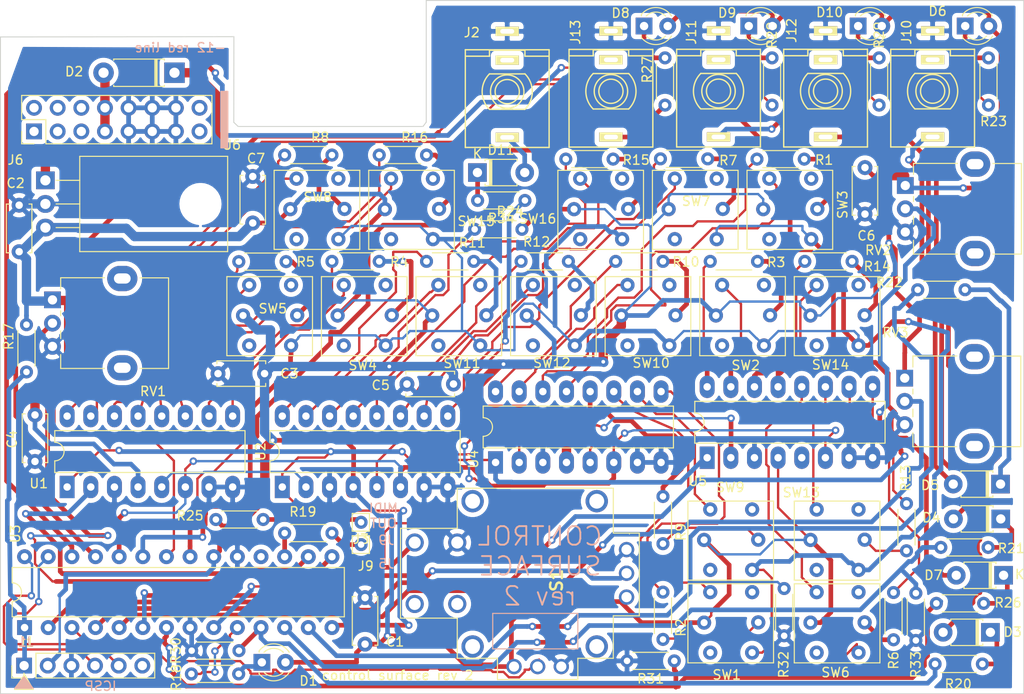
<source format=kicad_pcb>
(kicad_pcb (version 20171130) (host pcbnew "(5.1.4)-1")

  (general
    (thickness 1.6)
    (drawings 25)
    (tracks 1364)
    (zones 0)
    (modules 87)
    (nets 151)
  )

  (page A)
  (layers
    (0 F.Cu signal hide)
    (31 B.Cu signal hide)
    (32 B.Adhes user)
    (33 F.Adhes user)
    (34 B.Paste user)
    (35 F.Paste user)
    (36 B.SilkS user)
    (37 F.SilkS user)
    (38 B.Mask user)
    (39 F.Mask user)
    (40 Dwgs.User user)
    (41 Cmts.User user)
    (42 Eco1.User user)
    (43 Eco2.User user)
    (44 Edge.Cuts user)
    (45 Margin user)
    (46 B.CrtYd user)
    (47 F.CrtYd user)
    (48 B.Fab user hide)
    (49 F.Fab user hide)
  )

  (setup
    (last_trace_width 0.25)
    (user_trace_width 0.5)
    (user_trace_width 1)
    (trace_clearance 0.2)
    (zone_clearance 0.508)
    (zone_45_only no)
    (trace_min 0.2)
    (via_size 0.8)
    (via_drill 0.4)
    (via_min_size 0.4)
    (via_min_drill 0.3)
    (uvia_size 0.3)
    (uvia_drill 0.1)
    (uvias_allowed no)
    (uvia_min_size 0.2)
    (uvia_min_drill 0.1)
    (edge_width 0.05)
    (segment_width 0.2)
    (pcb_text_width 0.3)
    (pcb_text_size 1.5 1.5)
    (mod_edge_width 0.12)
    (mod_text_size 1 1)
    (mod_text_width 0.15)
    (pad_size 1.524 1.524)
    (pad_drill 0.762)
    (pad_to_mask_clearance 0.051)
    (solder_mask_min_width 0.25)
    (aux_axis_origin 0 0)
    (visible_elements 7FFFFFFF)
    (pcbplotparams
      (layerselection 0x010fc_ffffffff)
      (usegerberextensions false)
      (usegerberattributes false)
      (usegerberadvancedattributes false)
      (creategerberjobfile false)
      (excludeedgelayer true)
      (linewidth 0.100000)
      (plotframeref false)
      (viasonmask false)
      (mode 1)
      (useauxorigin false)
      (hpglpennumber 1)
      (hpglpenspeed 20)
      (hpglpendiameter 15.000000)
      (psnegative false)
      (psa4output false)
      (plotreference true)
      (plotvalue true)
      (plotinvisibletext false)
      (padsonsilk false)
      (subtractmaskfromsilk false)
      (outputformat 1)
      (mirror false)
      (drillshape 1)
      (scaleselection 1)
      (outputdirectory ""))
  )

  (net 0 "")
  (net 1 "Net-(S1-PadB1)")
  (net 2 "Net-(S1-PadD1)")
  (net 3 "Net-(S1-PadMH1)")
  (net 4 "Net-(S1-PadMH2)")
  (net 5 "Net-(S1-PadMH3)")
  (net 6 "Net-(S1-PadMH4)")
  (net 7 "Net-(SW1-Pad2)")
  (net 8 "Net-(SW1-Pad3)")
  (net 9 "Net-(SW2-Pad3)")
  (net 10 "Net-(SW2-Pad2)")
  (net 11 "Net-(SW3-Pad3)")
  (net 12 "Net-(SW3-Pad2)")
  (net 13 "Net-(SW4-Pad3)")
  (net 14 "Net-(SW4-Pad2)")
  (net 15 "Net-(SW5-Pad3)")
  (net 16 "Net-(SW5-Pad2)")
  (net 17 "Net-(SW6-Pad3)")
  (net 18 "Net-(SW6-Pad2)")
  (net 19 "Net-(SW7-Pad3)")
  (net 20 "Net-(SW7-Pad2)")
  (net 21 "Net-(SW8-Pad3)")
  (net 22 "Net-(SW8-Pad2)")
  (net 23 "Net-(SW9-Pad3)")
  (net 24 "Net-(SW9-Pad2)")
  (net 25 "Net-(SW10-Pad3)")
  (net 26 "Net-(SW10-Pad2)")
  (net 27 "Net-(SW11-Pad3)")
  (net 28 "Net-(SW11-Pad2)")
  (net 29 "Net-(SW12-Pad3)")
  (net 30 "Net-(SW12-Pad2)")
  (net 31 "Net-(SW13-Pad3)")
  (net 32 "Net-(SW13-Pad2)")
  (net 33 "Net-(SW14-Pad3)")
  (net 34 "Net-(SW14-Pad2)")
  (net 35 "Net-(SW15-Pad3)")
  (net 36 "Net-(SW15-Pad2)")
  (net 37 "Net-(SW16-Pad3)")
  (net 38 "Net-(SW16-Pad2)")
  (net 39 "Net-(J1-Pad6)")
  (net 40 ICSP5)
  (net 41 ICSP4)
  (net 42 GND)
  (net 43 +5V)
  (net 44 "Net-(J1-Pad1)")
  (net 45 /+12VDC)
  (net 46 "Net-(J6-Pad2)")
  (net 47 "Net-(J6-Pad1)")
  (net 48 "Net-(R1-Pad2)")
  (net 49 "Net-(J6-Pad16)")
  (net 50 "Net-(J6-Pad15)")
  (net 51 "Net-(J6-Pad6)")
  (net 52 "Net-(J6-Pad5)")
  (net 53 "Net-(J6-Pad4)")
  (net 54 "Net-(J6-Pad3)")
  (net 55 "Net-(R2-Pad2)")
  (net 56 "Net-(R3-Pad2)")
  (net 57 "Net-(R4-Pad2)")
  (net 58 "Net-(R5-Pad2)")
  (net 59 "Net-(R6-Pad2)")
  (net 60 "Net-(R7-Pad2)")
  (net 61 "Net-(R8-Pad2)")
  (net 62 "Net-(R9-Pad2)")
  (net 63 "Net-(R10-Pad2)")
  (net 64 "Net-(R11-Pad2)")
  (net 65 "Net-(R12-Pad2)")
  (net 66 "Net-(R13-Pad2)")
  (net 67 "Net-(R14-Pad2)")
  (net 68 "Net-(R15-Pad2)")
  (net 69 "Net-(R16-Pad2)")
  (net 70 SW5L)
  (net 71 SW5)
  (net 72 SW8)
  (net 73 SW8L)
  (net 74 SW15L)
  (net 75 SW15)
  (net 76 SW4L)
  (net 77 SW4)
  (net 78 SW11L)
  (net 79 SW11)
  (net 80 SW16L)
  (net 81 SW16)
  (net 82 SW12L)
  (net 83 SW12)
  (net 84 SW7L)
  (net 85 SW7)
  (net 86 SW10L)
  (net 87 SW10)
  (net 88 SW3L)
  (net 89 SW3)
  (net 90 SW2L)
  (net 91 SW2)
  (net 92 SW14L)
  (net 93 SW14)
  (net 94 SW1L)
  (net 95 SW1)
  (net 96 SW9L)
  (net 97 SW9)
  (net 98 SW6L)
  (net 99 SW6)
  (net 100 SW13L)
  (net 101 SW13)
  (net 102 AN0)
  (net 103 AN1)
  (net 104 "Net-(D1-Pad1)")
  (net 105 "Net-(D2-Pad1)")
  (net 106 AN11)
  (net 107 CLK)
  (net 108 DAT)
  (net 109 STB)
  (net 110 "Net-(R19-Pad2)")
  (net 111 "Net-(D3-Pad2)")
  (net 112 "Net-(D3-Pad1)")
  (net 113 "Net-(D4-Pad2)")
  (net 114 "Net-(D4-Pad1)")
  (net 115 "Net-(D5-Pad2)")
  (net 116 "Net-(D5-Pad1)")
  (net 117 AN2)
  (net 118 AN3)
  (net 119 IN0)
  (net 120 IN1)
  (net 121 IN2)
  (net 122 JSW)
  (net 123 "Net-(D6-Pad1)")
  (net 124 "Net-(R23-Pad1)")
  (net 125 SCAN)
  (net 126 "Net-(U1-Pad5)")
  (net 127 "Net-(U2-Pad5)")
  (net 128 "Net-(U4-Pad5)")
  (net 129 "Net-(U5-Pad5)")
  (net 130 "Net-(J9-Pad1)")
  (net 131 "Net-(J3-Pad1)")
  (net 132 "Net-(J10-Pad2)")
  (net 133 "Net-(J11-Pad2)")
  (net 134 "Net-(J12-Pad2)")
  (net 135 "Net-(J13-Pad2)")
  (net 136 "Net-(D7-Pad2)")
  (net 137 "Net-(D7-Pad1)")
  (net 138 IN3)
  (net 139 "Net-(D8-Pad1)")
  (net 140 "Net-(D9-Pad1)")
  (net 141 "Net-(D10-Pad1)")
  (net 142 "Net-(R27-Pad1)")
  (net 143 "Net-(R28-Pad1)")
  (net 144 "Net-(R29-Pad1)")
  (net 145 "Net-(R18-Pad2)")
  (net 146 "Net-(U3-Pad18)")
  (net 147 "Net-(J2-Pad2)")
  (net 148 "Net-(D11-Pad2)")
  (net 149 "Net-(D11-Pad1)")
  (net 150 IN4)

  (net_class Default "This is the default net class."
    (clearance 0.2)
    (trace_width 0.25)
    (via_dia 0.8)
    (via_drill 0.4)
    (uvia_dia 0.3)
    (uvia_drill 0.1)
    (add_net +5V)
    (add_net /+12VDC)
    (add_net AN0)
    (add_net AN1)
    (add_net AN11)
    (add_net AN2)
    (add_net AN3)
    (add_net CLK)
    (add_net DAT)
    (add_net ICSP4)
    (add_net ICSP5)
    (add_net IN0)
    (add_net IN1)
    (add_net IN2)
    (add_net IN3)
    (add_net IN4)
    (add_net JSW)
    (add_net "Net-(D1-Pad1)")
    (add_net "Net-(D10-Pad1)")
    (add_net "Net-(D11-Pad1)")
    (add_net "Net-(D11-Pad2)")
    (add_net "Net-(D2-Pad1)")
    (add_net "Net-(D3-Pad1)")
    (add_net "Net-(D3-Pad2)")
    (add_net "Net-(D4-Pad1)")
    (add_net "Net-(D4-Pad2)")
    (add_net "Net-(D5-Pad1)")
    (add_net "Net-(D5-Pad2)")
    (add_net "Net-(D6-Pad1)")
    (add_net "Net-(D7-Pad1)")
    (add_net "Net-(D7-Pad2)")
    (add_net "Net-(D8-Pad1)")
    (add_net "Net-(D9-Pad1)")
    (add_net "Net-(J1-Pad1)")
    (add_net "Net-(J1-Pad6)")
    (add_net "Net-(J10-Pad2)")
    (add_net "Net-(J11-Pad2)")
    (add_net "Net-(J12-Pad2)")
    (add_net "Net-(J13-Pad2)")
    (add_net "Net-(J2-Pad2)")
    (add_net "Net-(J3-Pad1)")
    (add_net "Net-(J6-Pad1)")
    (add_net "Net-(J6-Pad15)")
    (add_net "Net-(J6-Pad16)")
    (add_net "Net-(J6-Pad2)")
    (add_net "Net-(J6-Pad3)")
    (add_net "Net-(J6-Pad4)")
    (add_net "Net-(J6-Pad5)")
    (add_net "Net-(J6-Pad6)")
    (add_net "Net-(J9-Pad1)")
    (add_net "Net-(R1-Pad2)")
    (add_net "Net-(R10-Pad2)")
    (add_net "Net-(R11-Pad2)")
    (add_net "Net-(R12-Pad2)")
    (add_net "Net-(R13-Pad2)")
    (add_net "Net-(R14-Pad2)")
    (add_net "Net-(R15-Pad2)")
    (add_net "Net-(R16-Pad2)")
    (add_net "Net-(R18-Pad2)")
    (add_net "Net-(R19-Pad2)")
    (add_net "Net-(R2-Pad2)")
    (add_net "Net-(R23-Pad1)")
    (add_net "Net-(R27-Pad1)")
    (add_net "Net-(R28-Pad1)")
    (add_net "Net-(R29-Pad1)")
    (add_net "Net-(R3-Pad2)")
    (add_net "Net-(R4-Pad2)")
    (add_net "Net-(R5-Pad2)")
    (add_net "Net-(R6-Pad2)")
    (add_net "Net-(R7-Pad2)")
    (add_net "Net-(R8-Pad2)")
    (add_net "Net-(R9-Pad2)")
    (add_net "Net-(S1-PadB1)")
    (add_net "Net-(S1-PadD1)")
    (add_net "Net-(S1-PadMH1)")
    (add_net "Net-(S1-PadMH2)")
    (add_net "Net-(S1-PadMH3)")
    (add_net "Net-(S1-PadMH4)")
    (add_net "Net-(SW1-Pad2)")
    (add_net "Net-(SW1-Pad3)")
    (add_net "Net-(SW10-Pad2)")
    (add_net "Net-(SW10-Pad3)")
    (add_net "Net-(SW11-Pad2)")
    (add_net "Net-(SW11-Pad3)")
    (add_net "Net-(SW12-Pad2)")
    (add_net "Net-(SW12-Pad3)")
    (add_net "Net-(SW13-Pad2)")
    (add_net "Net-(SW13-Pad3)")
    (add_net "Net-(SW14-Pad2)")
    (add_net "Net-(SW14-Pad3)")
    (add_net "Net-(SW15-Pad2)")
    (add_net "Net-(SW15-Pad3)")
    (add_net "Net-(SW16-Pad2)")
    (add_net "Net-(SW16-Pad3)")
    (add_net "Net-(SW2-Pad2)")
    (add_net "Net-(SW2-Pad3)")
    (add_net "Net-(SW3-Pad2)")
    (add_net "Net-(SW3-Pad3)")
    (add_net "Net-(SW4-Pad2)")
    (add_net "Net-(SW4-Pad3)")
    (add_net "Net-(SW5-Pad2)")
    (add_net "Net-(SW5-Pad3)")
    (add_net "Net-(SW6-Pad2)")
    (add_net "Net-(SW6-Pad3)")
    (add_net "Net-(SW7-Pad2)")
    (add_net "Net-(SW7-Pad3)")
    (add_net "Net-(SW8-Pad2)")
    (add_net "Net-(SW8-Pad3)")
    (add_net "Net-(SW9-Pad2)")
    (add_net "Net-(SW9-Pad3)")
    (add_net "Net-(U1-Pad5)")
    (add_net "Net-(U2-Pad5)")
    (add_net "Net-(U3-Pad18)")
    (add_net "Net-(U4-Pad5)")
    (add_net "Net-(U5-Pad5)")
    (add_net SCAN)
    (add_net STB)
    (add_net SW1)
    (add_net SW10)
    (add_net SW10L)
    (add_net SW11)
    (add_net SW11L)
    (add_net SW12)
    (add_net SW12L)
    (add_net SW13)
    (add_net SW13L)
    (add_net SW14)
    (add_net SW14L)
    (add_net SW15)
    (add_net SW15L)
    (add_net SW16)
    (add_net SW16L)
    (add_net SW1L)
    (add_net SW2)
    (add_net SW2L)
    (add_net SW3)
    (add_net SW3L)
    (add_net SW4)
    (add_net SW4L)
    (add_net SW5)
    (add_net SW5L)
    (add_net SW6)
    (add_net SW6L)
    (add_net SW7)
    (add_net SW7L)
    (add_net SW8)
    (add_net SW8L)
    (add_net SW9)
    (add_net SW9L)
  )

  (net_class GND ""
    (clearance 0.3)
    (trace_width 1)
    (via_dia 0.8)
    (via_drill 0.4)
    (uvia_dia 0.3)
    (uvia_drill 0.1)
    (add_net GND)
  )

  (module control-surface:THB001P (layer F.Cu) (tedit 60DA8E16) (tstamp 61CBADDC)
    (at 171.958 119.126 270)
    (descr THB001P-5)
    (tags Switch)
    (path /5FFCC53D)
    (fp_text reference S1 (at -2.286 6.858 90) (layer F.SilkS)
      (effects (font (size 1.27 1.27) (thickness 0.254)))
    )
    (fp_text value THB001P (at -1.778 11.43 90) (layer F.SilkS) hide
      (effects (font (size 1.27 1.27) (thickness 0.254)))
    )
    (fp_line (start -12.192 17.526) (end -12.192 0.762) (layer F.SilkS) (width 0.12))
    (fp_line (start -7.874 17.526) (end -12.192 17.526) (layer F.SilkS) (width 0.12))
    (fp_line (start -7.874 23.622) (end -7.874 17.526) (layer F.SilkS) (width 0.12))
    (fp_line (start 1.778 23.622) (end -7.874 23.622) (layer F.SilkS) (width 0.12))
    (fp_line (start 1.778 17.526) (end 1.778 23.622) (layer F.SilkS) (width 0.12))
    (fp_line (start 6.096 17.526) (end 1.778 17.526) (layer F.SilkS) (width 0.12))
    (fp_line (start 6.096 13.208) (end 6.096 17.526) (layer F.SilkS) (width 0.12))
    (fp_line (start 8.382 13.208) (end 6.096 13.208) (layer F.SilkS) (width 0.12))
    (fp_line (start 8.382 4.572) (end 8.382 13.208) (layer F.SilkS) (width 0.12))
    (fp_line (start 6.096 4.572) (end 8.382 4.572) (layer F.SilkS) (width 0.12))
    (fp_line (start 6.096 0.762) (end 6.096 4.572) (layer F.SilkS) (width 0.12))
    (fp_line (start 1.524 0.762) (end 6.096 0.762) (layer F.SilkS) (width 0.12))
    (fp_line (start 1.524 -2.032) (end 1.524 0.762) (layer F.SilkS) (width 0.12))
    (fp_line (start -7.366 -2.032) (end 1.524 -2.032) (layer F.SilkS) (width 0.12))
    (fp_line (start -7.366 0.762) (end -7.366 -2.032) (layer F.SilkS) (width 0.12))
    (fp_line (start -12.192 0.762) (end -7.366 0.762) (layer F.SilkS) (width 0.12))
    (fp_line (start 1.778 23.622) (end 1.778 17.526) (layer F.Fab) (width 0.2))
    (fp_text user %R (at -2.286 6.858 90) (layer F.Fab)
      (effects (font (size 1.27 1.27) (thickness 0.254)))
    )
    (fp_line (start -12.192 17.526) (end -7.874 17.526) (layer F.Fab) (width 0.2))
    (fp_line (start 6.096 17.526) (end 6.096 0.762) (layer F.Fab) (width 0.2))
    (fp_line (start 6.096 0.762) (end -12.192 0.762) (layer F.Fab) (width 0.2))
    (fp_line (start -12.192 0.762) (end -12.192 17.526) (layer F.Fab) (width 0.2))
    (fp_line (start 1.524 0.762) (end 1.524 -2.032) (layer F.Fab) (width 0.2))
    (fp_line (start 1.524 -2.032) (end -7.468 -2.032) (layer F.Fab) (width 0.2))
    (fp_line (start -7.468 -2.032) (end -7.468 0.762) (layer F.Fab) (width 0.2))
    (fp_line (start 6.096 4.572) (end 8.382 4.572) (layer F.Fab) (width 0.2))
    (fp_line (start 8.382 4.572) (end 8.382 13.208) (layer F.Fab) (width 0.2))
    (fp_line (start 8.382 13.208) (end 6.096 13.208) (layer F.Fab) (width 0.2))
    (fp_line (start 1.778 17.526) (end 6.096 17.526) (layer F.Fab) (width 0.2))
    (fp_line (start 1.778 23.622) (end -7.874 23.622) (layer F.Fab) (width 0.2))
    (fp_line (start -7.874 23.622) (end -7.874 17.526) (layer F.Fab) (width 0.2))
    (fp_line (start -7.25 -0.97) (end -7.25 -0.97) (layer F.SilkS) (width 0.1))
    (fp_line (start 0 21.33) (end 0 21.33) (layer F.CrtYd) (width 0.1))
    (pad 1 thru_hole circle (at -0.4826 -0.6604 270) (size 1.65 1.65) (drill 1.1) (layers *.Cu *.Mask)
      (net 43 +5V))
    (pad 2 thru_hole circle (at -3.048 -0.6604 270) (size 1.65 1.65) (drill 1.1) (layers *.Cu *.Mask)
      (net 102 AN0))
    (pad 3 thru_hole circle (at -5.588 -0.6604 270) (size 1.65 1.65) (drill 1.1) (layers *.Cu *.Mask)
      (net 42 GND))
    (pad 11 thru_hole circle (at 6.985 11.43 270) (size 1.65 1.65) (drill 1.1) (layers *.Cu *.Mask)
      (net 43 +5V))
    (pad 12 thru_hole circle (at 6.985 8.89 270) (size 1.65 1.65) (drill 1.1) (layers *.Cu *.Mask)
      (net 103 AN1))
    (pad 13 thru_hole circle (at 6.985 6.35 270) (size 1.65 1.65) (drill 1.1) (layers *.Cu *.Mask)
      (net 42 GND))
    (pad A1 thru_hole circle (at -6.35 17.526 270) (size 1.95 1.95) (drill 1.3) (layers *.Cu *.Mask)
      (net 42 GND))
    (pad B1 thru_hole circle (at 0.254 17.526 270) (size 1.95 1.95) (drill 1.3) (layers *.Cu *.Mask)
      (net 1 "Net-(S1-PadB1)"))
    (pad C1 thru_hole circle (at -6.35 22.098 270) (size 1.95 1.95) (drill 1.3) (layers *.Cu *.Mask)
      (net 122 JSW))
    (pad D1 thru_hole circle (at 0.254 22.098 270) (size 1.95 1.95) (drill 1.3) (layers *.Cu *.Mask)
      (net 2 "Net-(S1-PadD1)"))
    (pad MH1 thru_hole circle (at 4.826 2.54 270) (size 2.4 2.4) (drill 1.6) (layers *.Cu *.Mask)
      (net 3 "Net-(S1-PadMH1)"))
    (pad MH2 thru_hole circle (at -10.795 2.54 270) (size 2.4 2.4) (drill 1.6) (layers *.Cu *.Mask)
      (net 4 "Net-(S1-PadMH2)"))
    (pad MH3 thru_hole circle (at -10.795 15.875 270) (size 2.4 2.4) (drill 1.6) (layers *.Cu *.Mask)
      (net 5 "Net-(S1-PadMH3)"))
    (pad MH4 thru_hole circle (at 4.826 15.875 270) (size 2.4 2.4) (drill 1.6) (layers *.Cu *.Mask)
      (net 6 "Net-(S1-PadMH4)"))
    (model C:/RPL/banbury/VS1053/ALPS-JOYSTICK.STEP
      (offset (xyz -11.25 -35.5 22))
      (scale (xyz 1 1 1))
      (rotate (xyz -90 0 -180))
    )
  )

  (module Resistor_THT:R_Axial_DIN0204_L3.6mm_D1.6mm_P5.08mm_Horizontal (layer F.Cu) (tedit 5AE5139B) (tstamp 620B18D5)
    (at 161.7 76 180)
    (descr "Resistor, Axial_DIN0204 series, Axial, Horizontal, pin pitch=5.08mm, 0.167W, length*diameter=3.6*1.6mm^2, http://cdn-reichelt.de/documents/datenblatt/B400/1_4W%23YAG.pdf")
    (tags "Resistor Axial_DIN0204 series Axial Horizontal pin pitch 5.08mm 0.167W length 3.6mm diameter 1.6mm")
    (path /622E273A)
    (fp_text reference R34 (at 2.54 -1.92) (layer F.SilkS)
      (effects (font (size 1 1) (thickness 0.15)))
    )
    (fp_text value R_Small_US (at 2.54 1.92) (layer F.Fab)
      (effects (font (size 1 1) (thickness 0.15)))
    )
    (fp_text user %R (at 2.54 0) (layer F.Fab)
      (effects (font (size 0.72 0.72) (thickness 0.108)))
    )
    (fp_line (start 6.03 -1.05) (end -0.95 -1.05) (layer F.CrtYd) (width 0.05))
    (fp_line (start 6.03 1.05) (end 6.03 -1.05) (layer F.CrtYd) (width 0.05))
    (fp_line (start -0.95 1.05) (end 6.03 1.05) (layer F.CrtYd) (width 0.05))
    (fp_line (start -0.95 -1.05) (end -0.95 1.05) (layer F.CrtYd) (width 0.05))
    (fp_line (start 0.62 0.92) (end 4.46 0.92) (layer F.SilkS) (width 0.12))
    (fp_line (start 0.62 -0.92) (end 4.46 -0.92) (layer F.SilkS) (width 0.12))
    (fp_line (start 5.08 0) (end 4.34 0) (layer F.Fab) (width 0.1))
    (fp_line (start 0 0) (end 0.74 0) (layer F.Fab) (width 0.1))
    (fp_line (start 4.34 -0.8) (end 0.74 -0.8) (layer F.Fab) (width 0.1))
    (fp_line (start 4.34 0.8) (end 4.34 -0.8) (layer F.Fab) (width 0.1))
    (fp_line (start 0.74 0.8) (end 4.34 0.8) (layer F.Fab) (width 0.1))
    (fp_line (start 0.74 -0.8) (end 0.74 0.8) (layer F.Fab) (width 0.1))
    (pad 2 thru_hole oval (at 5.08 0 180) (size 1.4 1.4) (drill 0.7) (layers *.Cu *.Mask)
      (net 149 "Net-(D11-Pad1)"))
    (pad 1 thru_hole circle (at 0 0 180) (size 1.4 1.4) (drill 0.7) (layers *.Cu *.Mask)
      (net 150 IN4))
    (model ${KISYS3DMOD}/Resistor_THT.3dshapes/R_Axial_DIN0204_L3.6mm_D1.6mm_P5.08mm_Horizontal.wrl
      (at (xyz 0 0 0))
      (scale (xyz 1 1 1))
      (rotate (xyz 0 0 0))
    )
  )

  (module Diode_THT:D_T-1_P5.08mm_Horizontal (layer F.Cu) (tedit 5AE50CD5) (tstamp 620B1288)
    (at 156.6 73)
    (descr "Diode, T-1 series, Axial, Horizontal, pin pitch=5.08mm, , length*diameter=3.2*2.6mm^2, , http://www.diodes.com/_files/packages/T-1.pdf")
    (tags "Diode T-1 series Axial Horizontal pin pitch 5.08mm  length 3.2mm diameter 2.6mm")
    (path /62287A30)
    (fp_text reference D11 (at 2.54 -2.42) (layer F.SilkS)
      (effects (font (size 1 1) (thickness 0.15)))
    )
    (fp_text value 1N4004 (at 2.54 2.42) (layer F.Fab)
      (effects (font (size 1 1) (thickness 0.15)))
    )
    (fp_text user K (at 0 -2) (layer F.SilkS)
      (effects (font (size 1 1) (thickness 0.15)))
    )
    (fp_text user K (at 0 -2) (layer F.Fab)
      (effects (font (size 1 1) (thickness 0.15)))
    )
    (fp_text user %R (at 2.78 0) (layer F.Fab)
      (effects (font (size 0.64 0.64) (thickness 0.096)))
    )
    (fp_line (start 6.33 -1.55) (end -1.25 -1.55) (layer F.CrtYd) (width 0.05))
    (fp_line (start 6.33 1.55) (end 6.33 -1.55) (layer F.CrtYd) (width 0.05))
    (fp_line (start -1.25 1.55) (end 6.33 1.55) (layer F.CrtYd) (width 0.05))
    (fp_line (start -1.25 -1.55) (end -1.25 1.55) (layer F.CrtYd) (width 0.05))
    (fp_line (start 1.3 -1.42) (end 1.3 1.42) (layer F.SilkS) (width 0.12))
    (fp_line (start 1.54 -1.42) (end 1.54 1.42) (layer F.SilkS) (width 0.12))
    (fp_line (start 1.42 -1.42) (end 1.42 1.42) (layer F.SilkS) (width 0.12))
    (fp_line (start 4.26 1.42) (end 4.26 1.24) (layer F.SilkS) (width 0.12))
    (fp_line (start 0.82 1.42) (end 4.26 1.42) (layer F.SilkS) (width 0.12))
    (fp_line (start 0.82 1.24) (end 0.82 1.42) (layer F.SilkS) (width 0.12))
    (fp_line (start 4.26 -1.42) (end 4.26 -1.24) (layer F.SilkS) (width 0.12))
    (fp_line (start 0.82 -1.42) (end 4.26 -1.42) (layer F.SilkS) (width 0.12))
    (fp_line (start 0.82 -1.24) (end 0.82 -1.42) (layer F.SilkS) (width 0.12))
    (fp_line (start 1.32 -1.3) (end 1.32 1.3) (layer F.Fab) (width 0.1))
    (fp_line (start 1.52 -1.3) (end 1.52 1.3) (layer F.Fab) (width 0.1))
    (fp_line (start 1.42 -1.3) (end 1.42 1.3) (layer F.Fab) (width 0.1))
    (fp_line (start 5.08 0) (end 4.14 0) (layer F.Fab) (width 0.1))
    (fp_line (start 0 0) (end 0.94 0) (layer F.Fab) (width 0.1))
    (fp_line (start 4.14 -1.3) (end 0.94 -1.3) (layer F.Fab) (width 0.1))
    (fp_line (start 4.14 1.3) (end 4.14 -1.3) (layer F.Fab) (width 0.1))
    (fp_line (start 0.94 1.3) (end 4.14 1.3) (layer F.Fab) (width 0.1))
    (fp_line (start 0.94 -1.3) (end 0.94 1.3) (layer F.Fab) (width 0.1))
    (pad 2 thru_hole oval (at 5.08 0) (size 2 2) (drill 1) (layers *.Cu *.Mask)
      (net 148 "Net-(D11-Pad2)"))
    (pad 1 thru_hole rect (at 0 0) (size 2 2) (drill 1) (layers *.Cu *.Mask)
      (net 149 "Net-(D11-Pad1)"))
    (model ${KISYS3DMOD}/Diode_THT.3dshapes/D_T-1_P5.08mm_Horizontal.wrl
      (at (xyz 0 0 0))
      (scale (xyz 1 1 1))
      (rotate (xyz 0 0 0))
    )
  )

  (module control-surface:thonkiconn_fuzzySi (layer F.Cu) (tedit 560B1645) (tstamp 6209862D)
    (at 159.8 64.3 180)
    (path /620B4089)
    (fp_text reference J2 (at 3.81 6.35) (layer F.SilkS)
      (effects (font (size 1 1) (thickness 0.15)))
    )
    (fp_text value fuzzySI_thonkiconn (at 0 -7.62) (layer F.Fab) hide
      (effects (font (size 1 1) (thickness 0.15)))
    )
    (fp_circle (center 0 0) (end 1.3 0) (layer F.SilkS) (width 0.15))
    (fp_line (start -4.5 -6) (end 4.5 -6) (layer F.SilkS) (width 0.15))
    (fp_line (start -4.5 4.5) (end 4.5 4.5) (layer F.SilkS) (width 0.15))
    (fp_line (start -4.5 -6) (end -4.5 4.5) (layer F.SilkS) (width 0.15))
    (fp_line (start 4.5 -6) (end 4.5 4.5) (layer F.SilkS) (width 0.15))
    (fp_circle (center 0 0) (end 1.27 1.27) (layer F.SilkS) (width 0.15))
    (fp_line (start -1.905 -1.905) (end 1.905 -1.905) (layer F.SilkS) (width 0.15))
    (fp_line (start 1.905 1.905) (end -1.905 1.905) (layer F.SilkS) (width 0.15))
    (fp_arc (start 0 0) (end -1.905 1.905) (angle 90) (layer F.SilkS) (width 0.15))
    (fp_arc (start 0 0) (end 1.905 -1.905) (angle 90) (layer F.SilkS) (width 0.15))
    (fp_line (start 1.905 3.81) (end 4.445 3.81) (layer F.SilkS) (width 0.15))
    (fp_line (start 1.905 4.445) (end 1.905 3.81) (layer F.SilkS) (width 0.15))
    (fp_line (start -1.905 4.445) (end 1.905 4.445) (layer F.SilkS) (width 0.15))
    (fp_line (start -1.905 3.81) (end -1.905 4.445) (layer F.SilkS) (width 0.15))
    (fp_line (start -4.445 3.81) (end -1.905 3.81) (layer F.SilkS) (width 0.15))
    (pad 1 thru_hole rect (at 0 6.48 180) (size 2.5 1) (drill oval 1.5 0.5) (layers *.Cu *.Mask F.SilkS)
      (net 42 GND))
    (pad 2 thru_hole rect (at 0 3.38 180) (size 2.5 1) (drill oval 1.5 0.5) (layers *.Cu *.Mask F.SilkS)
      (net 147 "Net-(J2-Pad2)"))
    (pad 3 thru_hole rect (at 0 -4.92 180) (size 2.5 1) (drill oval 1.5 0.5) (layers *.Cu *.Mask F.SilkS)
      (net 148 "Net-(D11-Pad2)"))
    (model /home/mary/Dropbox/working/Templates/thonkiconn_fuzzySi_3d_v6.wrl
      (at (xyz 0 0 0))
      (scale (xyz 0.393701 0.393701 0.393701))
      (rotate (xyz 0 0 -90))
    )
    (model ${KIPRJMOD}/WQP-PJ398SM.step
      (at (xyz 0 0 0))
      (scale (xyz 1 1 1))
      (rotate (xyz 0 0 0))
    )
  )

  (module LED_THT:LED_D3.0mm_Clear (layer F.Cu) (tedit 5A6C9BC0) (tstamp 61F1933D)
    (at 197.5 57.25)
    (descr "IR-LED, diameter 3.0mm, 2 pins, color: clear")
    (tags "IR infrared LED diameter 3.0mm 2 pins clear")
    (path /620C3D87)
    (fp_text reference D10 (at -3.06244 -1.47314) (layer F.SilkS)
      (effects (font (size 1 1) (thickness 0.15)))
    )
    (fp_text value LED (at 1.27 2.96) (layer F.Fab)
      (effects (font (size 1 1) (thickness 0.15)))
    )
    (fp_arc (start 1.27 0) (end 0.229039 1.08) (angle -87.9) (layer F.SilkS) (width 0.12))
    (fp_arc (start 1.27 0) (end 0.229039 -1.08) (angle 87.9) (layer F.SilkS) (width 0.12))
    (fp_arc (start 1.27 0) (end -0.29 1.235516) (angle -108.8) (layer F.SilkS) (width 0.12))
    (fp_arc (start 1.27 0) (end -0.29 -1.235516) (angle 108.8) (layer F.SilkS) (width 0.12))
    (fp_arc (start 1.27 0) (end -0.23 -1.16619) (angle 284.3) (layer F.Fab) (width 0.1))
    (fp_circle (center 1.27 0) (end 2.77 0) (layer F.Fab) (width 0.1))
    (fp_line (start 3.7 -2.25) (end -1.15 -2.25) (layer F.CrtYd) (width 0.05))
    (fp_line (start 3.7 2.25) (end 3.7 -2.25) (layer F.CrtYd) (width 0.05))
    (fp_line (start -1.15 2.25) (end 3.7 2.25) (layer F.CrtYd) (width 0.05))
    (fp_line (start -1.15 -2.25) (end -1.15 2.25) (layer F.CrtYd) (width 0.05))
    (fp_line (start -0.29 1.08) (end -0.29 1.236) (layer F.SilkS) (width 0.12))
    (fp_line (start -0.29 -1.236) (end -0.29 -1.08) (layer F.SilkS) (width 0.12))
    (fp_line (start -0.23 -1.16619) (end -0.23 1.16619) (layer F.Fab) (width 0.1))
    (fp_text user %R (at 1.47 0) (layer F.Fab)
      (effects (font (size 0.8 0.8) (thickness 0.12)))
    )
    (pad 2 thru_hole circle (at 2.54 0) (size 1.8 1.8) (drill 0.9) (layers *.Cu *.Mask)
      (net 43 +5V))
    (pad 1 thru_hole rect (at 0 0) (size 1.8 1.8) (drill 0.9) (layers *.Cu *.Mask)
      (net 141 "Net-(D10-Pad1)"))
    (model ${KISYS3DMOD}/LED_THT.3dshapes/LED_D3.0mm_Clear.step
      (at (xyz 0 0 0))
      (scale (xyz 1 1 1))
      (rotate (xyz 0 0 0))
    )
  )

  (module Resistor_THT:R_Axial_DIN0204_L3.6mm_D1.6mm_P5.08mm_Horizontal (layer F.Cu) (tedit 5AE5139B) (tstamp 61F48C4C)
    (at 203.7 123.3 90)
    (descr "Resistor, Axial_DIN0204 series, Axial, Horizontal, pin pitch=5.08mm, 0.167W, length*diameter=3.6*1.6mm^2, http://cdn-reichelt.de/documents/datenblatt/B400/1_4W%23YAG.pdf")
    (tags "Resistor Axial_DIN0204 series Axial Horizontal pin pitch 5.08mm 0.167W length 3.6mm diameter 1.6mm")
    (path /620EC75E)
    (fp_text reference R33 (at -2.6 0 90) (layer F.SilkS)
      (effects (font (size 1 1) (thickness 0.15)))
    )
    (fp_text value R_Small_US (at 2.54 1.92 90) (layer F.Fab)
      (effects (font (size 1 1) (thickness 0.15)))
    )
    (fp_text user %R (at 2.54 0 90) (layer F.Fab)
      (effects (font (size 0.72 0.72) (thickness 0.108)))
    )
    (fp_line (start 6.03 -1.05) (end -0.95 -1.05) (layer F.CrtYd) (width 0.05))
    (fp_line (start 6.03 1.05) (end 6.03 -1.05) (layer F.CrtYd) (width 0.05))
    (fp_line (start -0.95 1.05) (end 6.03 1.05) (layer F.CrtYd) (width 0.05))
    (fp_line (start -0.95 -1.05) (end -0.95 1.05) (layer F.CrtYd) (width 0.05))
    (fp_line (start 0.62 0.92) (end 4.46 0.92) (layer F.SilkS) (width 0.12))
    (fp_line (start 0.62 -0.92) (end 4.46 -0.92) (layer F.SilkS) (width 0.12))
    (fp_line (start 5.08 0) (end 4.34 0) (layer F.Fab) (width 0.1))
    (fp_line (start 0 0) (end 0.74 0) (layer F.Fab) (width 0.1))
    (fp_line (start 4.34 -0.8) (end 0.74 -0.8) (layer F.Fab) (width 0.1))
    (fp_line (start 4.34 0.8) (end 4.34 -0.8) (layer F.Fab) (width 0.1))
    (fp_line (start 0.74 0.8) (end 4.34 0.8) (layer F.Fab) (width 0.1))
    (fp_line (start 0.74 -0.8) (end 0.74 0.8) (layer F.Fab) (width 0.1))
    (pad 2 thru_hole oval (at 5.08 0 90) (size 1.4 1.4) (drill 0.7) (layers *.Cu *.Mask)
      (net 120 IN1))
    (pad 1 thru_hole circle (at 0 0 90) (size 1.4 1.4) (drill 0.7) (layers *.Cu *.Mask)
      (net 42 GND))
    (model ${KISYS3DMOD}/Resistor_THT.3dshapes/R_Axial_DIN0204_L3.6mm_D1.6mm_P5.08mm_Horizontal.wrl
      (at (xyz 0 0 0))
      (scale (xyz 1 1 1))
      (rotate (xyz 0 0 0))
    )
  )

  (module Resistor_THT:R_Axial_DIN0204_L3.6mm_D1.6mm_P5.08mm_Horizontal (layer F.Cu) (tedit 5AE5139B) (tstamp 61F4741F)
    (at 189.55 122.8 90)
    (descr "Resistor, Axial_DIN0204 series, Axial, Horizontal, pin pitch=5.08mm, 0.167W, length*diameter=3.6*1.6mm^2, http://cdn-reichelt.de/documents/datenblatt/B400/1_4W%23YAG.pdf")
    (tags "Resistor Axial_DIN0204 series Axial Horizontal pin pitch 5.08mm 0.167W length 3.6mm diameter 1.6mm")
    (path /6209507F)
    (fp_text reference R32 (at -3.1 -0.05 90) (layer F.SilkS)
      (effects (font (size 1 1) (thickness 0.15)))
    )
    (fp_text value R_Small_US (at 2.54 1.92 90) (layer F.Fab)
      (effects (font (size 1 1) (thickness 0.15)))
    )
    (fp_text user %R (at 2.54 0 90) (layer F.Fab)
      (effects (font (size 0.72 0.72) (thickness 0.108)))
    )
    (fp_line (start 6.03 -1.05) (end -0.95 -1.05) (layer F.CrtYd) (width 0.05))
    (fp_line (start 6.03 1.05) (end 6.03 -1.05) (layer F.CrtYd) (width 0.05))
    (fp_line (start -0.95 1.05) (end 6.03 1.05) (layer F.CrtYd) (width 0.05))
    (fp_line (start -0.95 -1.05) (end -0.95 1.05) (layer F.CrtYd) (width 0.05))
    (fp_line (start 0.62 0.92) (end 4.46 0.92) (layer F.SilkS) (width 0.12))
    (fp_line (start 0.62 -0.92) (end 4.46 -0.92) (layer F.SilkS) (width 0.12))
    (fp_line (start 5.08 0) (end 4.34 0) (layer F.Fab) (width 0.1))
    (fp_line (start 0 0) (end 0.74 0) (layer F.Fab) (width 0.1))
    (fp_line (start 4.34 -0.8) (end 0.74 -0.8) (layer F.Fab) (width 0.1))
    (fp_line (start 4.34 0.8) (end 4.34 -0.8) (layer F.Fab) (width 0.1))
    (fp_line (start 0.74 0.8) (end 4.34 0.8) (layer F.Fab) (width 0.1))
    (fp_line (start 0.74 -0.8) (end 0.74 0.8) (layer F.Fab) (width 0.1))
    (pad 2 thru_hole oval (at 5.08 0 90) (size 1.4 1.4) (drill 0.7) (layers *.Cu *.Mask)
      (net 121 IN2))
    (pad 1 thru_hole circle (at 0 0 90) (size 1.4 1.4) (drill 0.7) (layers *.Cu *.Mask)
      (net 42 GND))
    (model ${KISYS3DMOD}/Resistor_THT.3dshapes/R_Axial_DIN0204_L3.6mm_D1.6mm_P5.08mm_Horizontal.wrl
      (at (xyz 0 0 0))
      (scale (xyz 1 1 1))
      (rotate (xyz 0 0 0))
    )
  )

  (module Resistor_THT:R_Axial_DIN0204_L3.6mm_D1.6mm_P5.08mm_Horizontal (layer F.Cu) (tedit 5AE5139B) (tstamp 61F3A8D1)
    (at 177.75 125.5 180)
    (descr "Resistor, Axial_DIN0204 series, Axial, Horizontal, pin pitch=5.08mm, 0.167W, length*diameter=3.6*1.6mm^2, http://cdn-reichelt.de/documents/datenblatt/B400/1_4W%23YAG.pdf")
    (tags "Resistor Axial_DIN0204 series Axial Horizontal pin pitch 5.08mm 0.167W length 3.6mm diameter 1.6mm")
    (path /61F5E52B)
    (fp_text reference R31 (at 2.54 -1.92) (layer F.SilkS)
      (effects (font (size 1 1) (thickness 0.15)))
    )
    (fp_text value R_Small_US (at 2.54 1.92) (layer F.Fab)
      (effects (font (size 1 1) (thickness 0.15)))
    )
    (fp_text user %R (at 2.54 0) (layer F.Fab)
      (effects (font (size 0.72 0.72) (thickness 0.108)))
    )
    (fp_line (start 6.03 -1.05) (end -0.95 -1.05) (layer F.CrtYd) (width 0.05))
    (fp_line (start 6.03 1.05) (end 6.03 -1.05) (layer F.CrtYd) (width 0.05))
    (fp_line (start -0.95 1.05) (end 6.03 1.05) (layer F.CrtYd) (width 0.05))
    (fp_line (start -0.95 -1.05) (end -0.95 1.05) (layer F.CrtYd) (width 0.05))
    (fp_line (start 0.62 0.92) (end 4.46 0.92) (layer F.SilkS) (width 0.12))
    (fp_line (start 0.62 -0.92) (end 4.46 -0.92) (layer F.SilkS) (width 0.12))
    (fp_line (start 5.08 0) (end 4.34 0) (layer F.Fab) (width 0.1))
    (fp_line (start 0 0) (end 0.74 0) (layer F.Fab) (width 0.1))
    (fp_line (start 4.34 -0.8) (end 0.74 -0.8) (layer F.Fab) (width 0.1))
    (fp_line (start 4.34 0.8) (end 4.34 -0.8) (layer F.Fab) (width 0.1))
    (fp_line (start 0.74 0.8) (end 4.34 0.8) (layer F.Fab) (width 0.1))
    (fp_line (start 0.74 -0.8) (end 0.74 0.8) (layer F.Fab) (width 0.1))
    (pad 2 thru_hole oval (at 5.08 0 180) (size 1.4 1.4) (drill 0.7) (layers *.Cu *.Mask)
      (net 42 GND))
    (pad 1 thru_hole circle (at 0 0 180) (size 1.4 1.4) (drill 0.7) (layers *.Cu *.Mask)
      (net 138 IN3))
    (model ${KISYS3DMOD}/Resistor_THT.3dshapes/R_Axial_DIN0204_L3.6mm_D1.6mm_P5.08mm_Horizontal.wrl
      (at (xyz 0 0 0))
      (scale (xyz 1 1 1))
      (rotate (xyz 0 0 0))
    )
  )

  (module Resistor_THT:R_Axial_DIN0204_L3.6mm_D1.6mm_P5.08mm_Horizontal (layer F.Cu) (tedit 5AE5139B) (tstamp 61F31A76)
    (at 125.9 124.4)
    (descr "Resistor, Axial_DIN0204 series, Axial, Horizontal, pin pitch=5.08mm, 0.167W, length*diameter=3.6*1.6mm^2, http://cdn-reichelt.de/documents/datenblatt/B400/1_4W%23YAG.pdf")
    (tags "Resistor Axial_DIN0204 series Axial Horizontal pin pitch 5.08mm 0.167W length 3.6mm diameter 1.6mm")
    (path /61F39C50)
    (fp_text reference R30 (at -1.7 0 90) (layer F.SilkS)
      (effects (font (size 1 1) (thickness 0.15)))
    )
    (fp_text value R_Small_US (at 3.81 1.92) (layer F.Fab)
      (effects (font (size 1 1) (thickness 0.15)))
    )
    (fp_text user %R (at 3.81 0) (layer F.Fab)
      (effects (font (size 0.72 0.72) (thickness 0.108)))
    )
    (fp_line (start 6.03 -1.05) (end -0.95 -1.05) (layer F.CrtYd) (width 0.05))
    (fp_line (start 6.03 1.05) (end 6.03 -1.05) (layer F.CrtYd) (width 0.05))
    (fp_line (start -0.95 1.05) (end 6.03 1.05) (layer F.CrtYd) (width 0.05))
    (fp_line (start -0.95 -1.05) (end -0.95 1.05) (layer F.CrtYd) (width 0.05))
    (fp_line (start 0.62 0.92) (end 4.46 0.92) (layer F.SilkS) (width 0.12))
    (fp_line (start 0.62 -0.92) (end 4.46 -0.92) (layer F.SilkS) (width 0.12))
    (fp_line (start 5.08 0) (end 4.34 0) (layer F.Fab) (width 0.1))
    (fp_line (start 0 0) (end 0.74 0) (layer F.Fab) (width 0.1))
    (fp_line (start 4.34 -0.8) (end 0.74 -0.8) (layer F.Fab) (width 0.1))
    (fp_line (start 4.34 0.8) (end 4.34 -0.8) (layer F.Fab) (width 0.1))
    (fp_line (start 0.74 0.8) (end 4.34 0.8) (layer F.Fab) (width 0.1))
    (fp_line (start 0.74 -0.8) (end 0.74 0.8) (layer F.Fab) (width 0.1))
    (pad 2 thru_hole oval (at 5.08 0) (size 1.4 1.4) (drill 0.7) (layers *.Cu *.Mask)
      (net 119 IN0))
    (pad 1 thru_hole circle (at 0 0) (size 1.4 1.4) (drill 0.7) (layers *.Cu *.Mask)
      (net 42 GND))
    (model ${KISYS3DMOD}/Resistor_THT.3dshapes/R_Axial_DIN0204_L3.6mm_D1.6mm_P5.08mm_Horizontal.wrl
      (at (xyz 0 0 0))
      (scale (xyz 1 1 1))
      (rotate (xyz 0 0 0))
    )
  )

  (module Resistor_THT:R_Axial_DIN0204_L3.6mm_D1.6mm_P5.08mm_Horizontal (layer F.Cu) (tedit 5AE5139B) (tstamp 61DA562D)
    (at 199.75 65.75 90)
    (descr "Resistor, Axial_DIN0204 series, Axial, Horizontal, pin pitch=5.08mm, 0.167W, length*diameter=3.6*1.6mm^2, http://cdn-reichelt.de/documents/datenblatt/B400/1_4W%23YAG.pdf")
    (tags "Resistor Axial_DIN0204 series Axial Horizontal pin pitch 5.08mm 0.167W length 3.6mm diameter 1.6mm")
    (path /620C44A9)
    (fp_text reference R29 (at 7.53056 0.00212 90) (layer F.SilkS)
      (effects (font (size 1 1) (thickness 0.15)))
    )
    (fp_text value R_Small_US (at 3.81 1.92 90) (layer F.Fab)
      (effects (font (size 1 1) (thickness 0.15)))
    )
    (fp_text user %R (at 3.81 0 90) (layer F.Fab)
      (effects (font (size 0.72 0.72) (thickness 0.108)))
    )
    (fp_line (start 6.03 -1.05) (end -0.95 -1.05) (layer F.CrtYd) (width 0.05))
    (fp_line (start 6.03 1.05) (end 6.03 -1.05) (layer F.CrtYd) (width 0.05))
    (fp_line (start -0.95 1.05) (end 6.03 1.05) (layer F.CrtYd) (width 0.05))
    (fp_line (start -0.95 -1.05) (end -0.95 1.05) (layer F.CrtYd) (width 0.05))
    (fp_line (start 0.62 0.92) (end 4.46 0.92) (layer F.SilkS) (width 0.12))
    (fp_line (start 0.62 -0.92) (end 4.46 -0.92) (layer F.SilkS) (width 0.12))
    (fp_line (start 5.08 0) (end 4.34 0) (layer F.Fab) (width 0.1))
    (fp_line (start 0 0) (end 0.74 0) (layer F.Fab) (width 0.1))
    (fp_line (start 4.34 -0.8) (end 0.74 -0.8) (layer F.Fab) (width 0.1))
    (fp_line (start 4.34 0.8) (end 4.34 -0.8) (layer F.Fab) (width 0.1))
    (fp_line (start 0.74 0.8) (end 4.34 0.8) (layer F.Fab) (width 0.1))
    (fp_line (start 0.74 -0.8) (end 0.74 0.8) (layer F.Fab) (width 0.1))
    (pad 2 thru_hole oval (at 5.08 0 90) (size 1.4 1.4) (drill 0.7) (layers *.Cu *.Mask)
      (net 141 "Net-(D10-Pad1)"))
    (pad 1 thru_hole circle (at 0 0 90) (size 1.4 1.4) (drill 0.7) (layers *.Cu *.Mask)
      (net 144 "Net-(R29-Pad1)"))
    (model ${KISYS3DMOD}/Resistor_THT.3dshapes/R_Axial_DIN0204_L3.6mm_D1.6mm_P5.08mm_Horizontal.wrl
      (at (xyz 0 0 0))
      (scale (xyz 1 1 1))
      (rotate (xyz 0 0 0))
    )
  )

  (module Resistor_THT:R_Axial_DIN0204_L3.6mm_D1.6mm_P5.08mm_Horizontal (layer F.Cu) (tedit 5AE5139B) (tstamp 61DA5616)
    (at 188.25 65.75 90)
    (descr "Resistor, Axial_DIN0204 series, Axial, Horizontal, pin pitch=5.08mm, 0.167W, length*diameter=3.6*1.6mm^2, http://cdn-reichelt.de/documents/datenblatt/B400/1_4W%23YAG.pdf")
    (tags "Resistor Axial_DIN0204 series Axial Horizontal pin pitch 5.08mm 0.167W length 3.6mm diameter 1.6mm")
    (path /620C41C3)
    (fp_text reference R28 (at 7.51572 -0.00724 90) (layer F.SilkS)
      (effects (font (size 1 1) (thickness 0.15)))
    )
    (fp_text value R_Small_US (at 3.81 1.92 90) (layer F.Fab)
      (effects (font (size 1 1) (thickness 0.15)))
    )
    (fp_line (start 0.74 -0.8) (end 0.74 0.8) (layer F.Fab) (width 0.1))
    (fp_line (start 0.74 0.8) (end 4.34 0.8) (layer F.Fab) (width 0.1))
    (fp_line (start 4.34 0.8) (end 4.34 -0.8) (layer F.Fab) (width 0.1))
    (fp_line (start 4.34 -0.8) (end 0.74 -0.8) (layer F.Fab) (width 0.1))
    (fp_line (start 0 0) (end 0.74 0) (layer F.Fab) (width 0.1))
    (fp_line (start 5.08 0) (end 4.34 0) (layer F.Fab) (width 0.1))
    (fp_line (start 0.62 -0.92) (end 4.46 -0.92) (layer F.SilkS) (width 0.12))
    (fp_line (start 0.62 0.92) (end 4.46 0.92) (layer F.SilkS) (width 0.12))
    (fp_line (start -0.95 -1.05) (end -0.95 1.05) (layer F.CrtYd) (width 0.05))
    (fp_line (start -0.95 1.05) (end 6.03 1.05) (layer F.CrtYd) (width 0.05))
    (fp_line (start 6.03 1.05) (end 6.03 -1.05) (layer F.CrtYd) (width 0.05))
    (fp_line (start 6.03 -1.05) (end -0.95 -1.05) (layer F.CrtYd) (width 0.05))
    (fp_text user %R (at 3.81 0 90) (layer F.Fab)
      (effects (font (size 0.72 0.72) (thickness 0.108)))
    )
    (pad 1 thru_hole circle (at 0 0 90) (size 1.4 1.4) (drill 0.7) (layers *.Cu *.Mask)
      (net 143 "Net-(R28-Pad1)"))
    (pad 2 thru_hole oval (at 5.08 0 90) (size 1.4 1.4) (drill 0.7) (layers *.Cu *.Mask)
      (net 140 "Net-(D9-Pad1)"))
    (model ${KISYS3DMOD}/Resistor_THT.3dshapes/R_Axial_DIN0204_L3.6mm_D1.6mm_P5.08mm_Horizontal.wrl
      (at (xyz 0 0 0))
      (scale (xyz 1 1 1))
      (rotate (xyz 0 0 0))
    )
  )

  (module Resistor_THT:R_Axial_DIN0204_L3.6mm_D1.6mm_P5.08mm_Horizontal (layer F.Cu) (tedit 5AE5139B) (tstamp 61DA55FF)
    (at 176.75 65.75 90)
    (descr "Resistor, Axial_DIN0204 series, Axial, Horizontal, pin pitch=5.08mm, 0.167W, length*diameter=3.6*1.6mm^2, http://cdn-reichelt.de/documents/datenblatt/B400/1_4W%23YAG.pdf")
    (tags "Resistor Axial_DIN0204 series Axial Horizontal pin pitch 5.08mm 0.167W length 3.6mm diameter 1.6mm")
    (path /620C2F8C)
    (fp_text reference R27 (at 3.81 -1.92 90) (layer F.SilkS)
      (effects (font (size 1 1) (thickness 0.15)))
    )
    (fp_text value R_Small_US (at 3.81 1.92 90) (layer F.Fab)
      (effects (font (size 1 1) (thickness 0.15)))
    )
    (fp_text user %R (at 3.81 0 90) (layer F.Fab)
      (effects (font (size 0.72 0.72) (thickness 0.108)))
    )
    (fp_line (start 6.03 -1.05) (end -0.95 -1.05) (layer F.CrtYd) (width 0.05))
    (fp_line (start 6.03 1.05) (end 6.03 -1.05) (layer F.CrtYd) (width 0.05))
    (fp_line (start -0.95 1.05) (end 6.03 1.05) (layer F.CrtYd) (width 0.05))
    (fp_line (start -0.95 -1.05) (end -0.95 1.05) (layer F.CrtYd) (width 0.05))
    (fp_line (start 0.62 0.92) (end 4.46 0.92) (layer F.SilkS) (width 0.12))
    (fp_line (start 0.62 -0.92) (end 4.46 -0.92) (layer F.SilkS) (width 0.12))
    (fp_line (start 5.08 0) (end 4.34 0) (layer F.Fab) (width 0.1))
    (fp_line (start 0 0) (end 0.74 0) (layer F.Fab) (width 0.1))
    (fp_line (start 4.34 -0.8) (end 0.74 -0.8) (layer F.Fab) (width 0.1))
    (fp_line (start 4.34 0.8) (end 4.34 -0.8) (layer F.Fab) (width 0.1))
    (fp_line (start 0.74 0.8) (end 4.34 0.8) (layer F.Fab) (width 0.1))
    (fp_line (start 0.74 -0.8) (end 0.74 0.8) (layer F.Fab) (width 0.1))
    (pad 2 thru_hole oval (at 5.08 0 90) (size 1.4 1.4) (drill 0.7) (layers *.Cu *.Mask)
      (net 139 "Net-(D8-Pad1)"))
    (pad 1 thru_hole circle (at 0 0 90) (size 1.4 1.4) (drill 0.7) (layers *.Cu *.Mask)
      (net 142 "Net-(R27-Pad1)"))
    (model ${KISYS3DMOD}/Resistor_THT.3dshapes/R_Axial_DIN0204_L3.6mm_D1.6mm_P5.08mm_Horizontal.wrl
      (at (xyz 0 0 0))
      (scale (xyz 1 1 1))
      (rotate (xyz 0 0 0))
    )
  )

  (module Resistor_THT:R_Axial_DIN0204_L3.6mm_D1.6mm_P5.08mm_Horizontal (layer F.Cu) (tedit 5AE5139B) (tstamp 61DA368F)
    (at 205.90256 119.31396)
    (descr "Resistor, Axial_DIN0204 series, Axial, Horizontal, pin pitch=5.08mm, 0.167W, length*diameter=3.6*1.6mm^2, http://cdn-reichelt.de/documents/datenblatt/B400/1_4W%23YAG.pdf")
    (tags "Resistor Axial_DIN0204 series Axial Horizontal pin pitch 5.08mm 0.167W length 3.6mm diameter 1.6mm")
    (path /62016A6F)
    (fp_text reference R26 (at 7.69744 -0.06396) (layer F.SilkS)
      (effects (font (size 1 1) (thickness 0.15)))
    )
    (fp_text value R_Small_US (at 3.81 1.92) (layer F.Fab)
      (effects (font (size 1 1) (thickness 0.15)))
    )
    (fp_text user %R (at 3.81 0) (layer F.Fab)
      (effects (font (size 0.72 0.72) (thickness 0.108)))
    )
    (fp_line (start 6.03 -1.05) (end -0.95 -1.05) (layer F.CrtYd) (width 0.05))
    (fp_line (start 6.03 1.05) (end 6.03 -1.05) (layer F.CrtYd) (width 0.05))
    (fp_line (start -0.95 1.05) (end 6.03 1.05) (layer F.CrtYd) (width 0.05))
    (fp_line (start -0.95 -1.05) (end -0.95 1.05) (layer F.CrtYd) (width 0.05))
    (fp_line (start 0.62 0.92) (end 4.46 0.92) (layer F.SilkS) (width 0.12))
    (fp_line (start 0.62 -0.92) (end 4.46 -0.92) (layer F.SilkS) (width 0.12))
    (fp_line (start 5.08 0) (end 4.34 0) (layer F.Fab) (width 0.1))
    (fp_line (start 0 0) (end 0.74 0) (layer F.Fab) (width 0.1))
    (fp_line (start 4.34 -0.8) (end 0.74 -0.8) (layer F.Fab) (width 0.1))
    (fp_line (start 4.34 0.8) (end 4.34 -0.8) (layer F.Fab) (width 0.1))
    (fp_line (start 0.74 0.8) (end 4.34 0.8) (layer F.Fab) (width 0.1))
    (fp_line (start 0.74 -0.8) (end 0.74 0.8) (layer F.Fab) (width 0.1))
    (pad 2 thru_hole oval (at 5.08 0) (size 1.4 1.4) (drill 0.7) (layers *.Cu *.Mask)
      (net 137 "Net-(D7-Pad1)"))
    (pad 1 thru_hole circle (at 0 0) (size 1.4 1.4) (drill 0.7) (layers *.Cu *.Mask)
      (net 138 IN3))
    (model ${KISYS3DMOD}/Resistor_THT.3dshapes/R_Axial_DIN0204_L3.6mm_D1.6mm_P5.08mm_Horizontal.wrl
      (at (xyz 0 0 0))
      (scale (xyz 1 1 1))
      (rotate (xyz 0 0 0))
    )
  )

  (module Resistor_THT:R_Axial_DIN0204_L3.6mm_D1.6mm_P5.08mm_Horizontal (layer F.Cu) (tedit 5AE5139B) (tstamp 60CE9190)
    (at 156.3 79.1)
    (descr "Resistor, Axial_DIN0204 series, Axial, Horizontal, pin pitch=5.08mm, 0.167W, length*diameter=3.6*1.6mm^2, http://cdn-reichelt.de/documents/datenblatt/B400/1_4W%23YAG.pdf")
    (tags "Resistor Axial_DIN0204 series Axial Horizontal pin pitch 5.08mm 0.167W length 3.6mm diameter 1.6mm")
    (path /60CEE46A)
    (fp_text reference R24 (at 3.81 -1.92) (layer F.SilkS)
      (effects (font (size 1 1) (thickness 0.15)))
    )
    (fp_text value R_Small_US (at 3.81 1.92) (layer F.Fab)
      (effects (font (size 1 1) (thickness 0.15)))
    )
    (fp_text user %R (at 3.81 0) (layer F.Fab)
      (effects (font (size 0.72 0.72) (thickness 0.108)))
    )
    (fp_line (start 6.03 -1.05) (end -0.95 -1.05) (layer F.CrtYd) (width 0.05))
    (fp_line (start 6.03 1.05) (end 6.03 -1.05) (layer F.CrtYd) (width 0.05))
    (fp_line (start -0.95 1.05) (end 6.03 1.05) (layer F.CrtYd) (width 0.05))
    (fp_line (start -0.95 -1.05) (end -0.95 1.05) (layer F.CrtYd) (width 0.05))
    (fp_line (start 0.62 0.92) (end 4.46 0.92) (layer F.SilkS) (width 0.12))
    (fp_line (start 0.62 -0.92) (end 4.46 -0.92) (layer F.SilkS) (width 0.12))
    (fp_line (start 5.08 0) (end 4.34 0) (layer F.Fab) (width 0.1))
    (fp_line (start 0 0) (end 0.74 0) (layer F.Fab) (width 0.1))
    (fp_line (start 4.34 -0.8) (end 0.74 -0.8) (layer F.Fab) (width 0.1))
    (fp_line (start 4.34 0.8) (end 4.34 -0.8) (layer F.Fab) (width 0.1))
    (fp_line (start 0.74 0.8) (end 4.34 0.8) (layer F.Fab) (width 0.1))
    (fp_line (start 0.74 -0.8) (end 0.74 0.8) (layer F.Fab) (width 0.1))
    (pad 2 thru_hole oval (at 5.08 0) (size 1.4 1.4) (drill 0.7) (layers *.Cu *.Mask)
      (net 43 +5V))
    (pad 1 thru_hole circle (at 0 0) (size 1.4 1.4) (drill 0.7) (layers *.Cu *.Mask)
      (net 125 SCAN))
    (model ${KISYS3DMOD}/Resistor_THT.3dshapes/R_Axial_DIN0204_L3.6mm_D1.6mm_P5.08mm_Horizontal.wrl
      (at (xyz 0 0 0))
      (scale (xyz 1 1 1))
      (rotate (xyz 0 0 0))
    )
  )

  (module Resistor_THT:R_Axial_DIN0204_L3.6mm_D1.6mm_P5.08mm_Horizontal (layer F.Cu) (tedit 5AE5139B) (tstamp 61F192DF)
    (at 211.5 65.75 90)
    (descr "Resistor, Axial_DIN0204 series, Axial, Horizontal, pin pitch=5.08mm, 0.167W, length*diameter=3.6*1.6mm^2, http://cdn-reichelt.de/documents/datenblatt/B400/1_4W%23YAG.pdf")
    (tags "Resistor Axial_DIN0204 series Axial Horizontal pin pitch 5.08mm 0.167W length 3.6mm diameter 1.6mm")
    (path /60CD196C)
    (fp_text reference R23 (at -1.75 0.55) (layer F.SilkS)
      (effects (font (size 1 1) (thickness 0.15)))
    )
    (fp_text value R_Small_US (at 3.81 1.92 90) (layer F.Fab)
      (effects (font (size 1 1) (thickness 0.15)))
    )
    (fp_text user %R (at 3.81 0 90) (layer F.Fab)
      (effects (font (size 0.72 0.72) (thickness 0.108)))
    )
    (fp_line (start 6.03 -1.05) (end -0.95 -1.05) (layer F.CrtYd) (width 0.05))
    (fp_line (start 6.03 1.05) (end 6.03 -1.05) (layer F.CrtYd) (width 0.05))
    (fp_line (start -0.95 1.05) (end 6.03 1.05) (layer F.CrtYd) (width 0.05))
    (fp_line (start -0.95 -1.05) (end -0.95 1.05) (layer F.CrtYd) (width 0.05))
    (fp_line (start 0.62 0.92) (end 4.46 0.92) (layer F.SilkS) (width 0.12))
    (fp_line (start 0.62 -0.92) (end 4.46 -0.92) (layer F.SilkS) (width 0.12))
    (fp_line (start 5.08 0) (end 4.34 0) (layer F.Fab) (width 0.1))
    (fp_line (start 0 0) (end 0.74 0) (layer F.Fab) (width 0.1))
    (fp_line (start 4.34 -0.8) (end 0.74 -0.8) (layer F.Fab) (width 0.1))
    (fp_line (start 4.34 0.8) (end 4.34 -0.8) (layer F.Fab) (width 0.1))
    (fp_line (start 0.74 0.8) (end 4.34 0.8) (layer F.Fab) (width 0.1))
    (fp_line (start 0.74 -0.8) (end 0.74 0.8) (layer F.Fab) (width 0.1))
    (pad 2 thru_hole oval (at 5.08 0 90) (size 1.4 1.4) (drill 0.7) (layers *.Cu *.Mask)
      (net 123 "Net-(D6-Pad1)"))
    (pad 1 thru_hole circle (at 0 0 90) (size 1.4 1.4) (drill 0.7) (layers *.Cu *.Mask)
      (net 124 "Net-(R23-Pad1)"))
    (model ${KISYS3DMOD}/Resistor_THT.3dshapes/R_Axial_DIN0204_L3.6mm_D1.6mm_P5.08mm_Horizontal.wrl
      (at (xyz 0 0 0))
      (scale (xyz 1 1 1))
      (rotate (xyz 0 0 0))
    )
  )

  (module Resistor_THT:R_Axial_DIN0204_L3.6mm_D1.6mm_P5.08mm_Horizontal (layer F.Cu) (tedit 5AE5139B) (tstamp 60BFED57)
    (at 203.9 85.6)
    (descr "Resistor, Axial_DIN0204 series, Axial, Horizontal, pin pitch=5.08mm, 0.167W, length*diameter=3.6*1.6mm^2, http://cdn-reichelt.de/documents/datenblatt/B400/1_4W%23YAG.pdf")
    (tags "Resistor Axial_DIN0204 series Axial Horizontal pin pitch 5.08mm 0.167W length 3.6mm diameter 1.6mm")
    (path /60C13C82)
    (fp_text reference R22 (at -3.05 -0.8) (layer F.SilkS)
      (effects (font (size 1 1) (thickness 0.15)))
    )
    (fp_text value R_Small_US (at 3.81 1.92) (layer F.Fab)
      (effects (font (size 1 1) (thickness 0.15)))
    )
    (fp_text user %R (at 3.81 0) (layer F.Fab)
      (effects (font (size 0.72 0.72) (thickness 0.108)))
    )
    (fp_line (start 6.03 -1.05) (end -0.95 -1.05) (layer F.CrtYd) (width 0.05))
    (fp_line (start 6.03 1.05) (end 6.03 -1.05) (layer F.CrtYd) (width 0.05))
    (fp_line (start -0.95 1.05) (end 6.03 1.05) (layer F.CrtYd) (width 0.05))
    (fp_line (start -0.95 -1.05) (end -0.95 1.05) (layer F.CrtYd) (width 0.05))
    (fp_line (start 0.62 0.92) (end 4.46 0.92) (layer F.SilkS) (width 0.12))
    (fp_line (start 0.62 -0.92) (end 4.46 -0.92) (layer F.SilkS) (width 0.12))
    (fp_line (start 5.08 0) (end 4.34 0) (layer F.Fab) (width 0.1))
    (fp_line (start 0 0) (end 0.74 0) (layer F.Fab) (width 0.1))
    (fp_line (start 4.34 -0.8) (end 0.74 -0.8) (layer F.Fab) (width 0.1))
    (fp_line (start 4.34 0.8) (end 4.34 -0.8) (layer F.Fab) (width 0.1))
    (fp_line (start 0.74 0.8) (end 4.34 0.8) (layer F.Fab) (width 0.1))
    (fp_line (start 0.74 -0.8) (end 0.74 0.8) (layer F.Fab) (width 0.1))
    (pad 2 thru_hole oval (at 5.08 0) (size 1.4 1.4) (drill 0.7) (layers *.Cu *.Mask)
      (net 116 "Net-(D5-Pad1)"))
    (pad 1 thru_hole circle (at 0 0) (size 1.4 1.4) (drill 0.7) (layers *.Cu *.Mask)
      (net 121 IN2))
    (model ${KISYS3DMOD}/Resistor_THT.3dshapes/R_Axial_DIN0204_L3.6mm_D1.6mm_P5.08mm_Horizontal.wrl
      (at (xyz 0 0 0))
      (scale (xyz 1 1 1))
      (rotate (xyz 0 0 0))
    )
  )

  (module Resistor_THT:R_Axial_DIN0204_L3.6mm_D1.6mm_P5.08mm_Horizontal (layer F.Cu) (tedit 5AE5139B) (tstamp 60BFED40)
    (at 206.38262 113.29924)
    (descr "Resistor, Axial_DIN0204 series, Axial, Horizontal, pin pitch=5.08mm, 0.167W, length*diameter=3.6*1.6mm^2, http://cdn-reichelt.de/documents/datenblatt/B400/1_4W%23YAG.pdf")
    (tags "Resistor Axial_DIN0204 series Axial Horizontal pin pitch 5.08mm 0.167W length 3.6mm diameter 1.6mm")
    (path /60C12B9B)
    (fp_text reference R21 (at 7.56738 0.10076) (layer F.SilkS)
      (effects (font (size 1 1) (thickness 0.15)))
    )
    (fp_text value R_Small_US (at 3.81 1.92) (layer F.Fab)
      (effects (font (size 1 1) (thickness 0.15)))
    )
    (fp_text user %R (at 3.81 0) (layer F.Fab)
      (effects (font (size 0.72 0.72) (thickness 0.108)))
    )
    (fp_line (start 6.03 -1.05) (end -0.95 -1.05) (layer F.CrtYd) (width 0.05))
    (fp_line (start 6.03 1.05) (end 6.03 -1.05) (layer F.CrtYd) (width 0.05))
    (fp_line (start -0.95 1.05) (end 6.03 1.05) (layer F.CrtYd) (width 0.05))
    (fp_line (start -0.95 -1.05) (end -0.95 1.05) (layer F.CrtYd) (width 0.05))
    (fp_line (start 0.62 0.92) (end 4.46 0.92) (layer F.SilkS) (width 0.12))
    (fp_line (start 0.62 -0.92) (end 4.46 -0.92) (layer F.SilkS) (width 0.12))
    (fp_line (start 5.08 0) (end 4.34 0) (layer F.Fab) (width 0.1))
    (fp_line (start 0 0) (end 0.74 0) (layer F.Fab) (width 0.1))
    (fp_line (start 4.34 -0.8) (end 0.74 -0.8) (layer F.Fab) (width 0.1))
    (fp_line (start 4.34 0.8) (end 4.34 -0.8) (layer F.Fab) (width 0.1))
    (fp_line (start 0.74 0.8) (end 4.34 0.8) (layer F.Fab) (width 0.1))
    (fp_line (start 0.74 -0.8) (end 0.74 0.8) (layer F.Fab) (width 0.1))
    (pad 2 thru_hole oval (at 5.08 0) (size 1.4 1.4) (drill 0.7) (layers *.Cu *.Mask)
      (net 114 "Net-(D4-Pad1)"))
    (pad 1 thru_hole circle (at 0 0) (size 1.4 1.4) (drill 0.7) (layers *.Cu *.Mask)
      (net 120 IN1))
    (model ${KISYS3DMOD}/Resistor_THT.3dshapes/R_Axial_DIN0204_L3.6mm_D1.6mm_P5.08mm_Horizontal.wrl
      (at (xyz 0 0 0))
      (scale (xyz 1 1 1))
      (rotate (xyz 0 0 0))
    )
  )

  (module Resistor_THT:R_Axial_DIN0204_L3.6mm_D1.6mm_P5.08mm_Horizontal (layer F.Cu) (tedit 5AE5139B) (tstamp 61F3ADAA)
    (at 205.7654 125.8316)
    (descr "Resistor, Axial_DIN0204 series, Axial, Horizontal, pin pitch=5.08mm, 0.167W, length*diameter=3.6*1.6mm^2, http://cdn-reichelt.de/documents/datenblatt/B400/1_4W%23YAG.pdf")
    (tags "Resistor Axial_DIN0204 series Axial Horizontal pin pitch 5.08mm 0.167W length 3.6mm diameter 1.6mm")
    (path /60C11A2C)
    (fp_text reference R20 (at 2.4846 2.1684) (layer F.SilkS)
      (effects (font (size 1 1) (thickness 0.15)))
    )
    (fp_text value R_Small_US (at 3.81 1.92) (layer F.Fab)
      (effects (font (size 1 1) (thickness 0.15)))
    )
    (fp_text user %R (at 3.81 0) (layer F.Fab)
      (effects (font (size 0.72 0.72) (thickness 0.108)))
    )
    (fp_line (start 6.03 -1.05) (end -0.95 -1.05) (layer F.CrtYd) (width 0.05))
    (fp_line (start 6.03 1.05) (end 6.03 -1.05) (layer F.CrtYd) (width 0.05))
    (fp_line (start -0.95 1.05) (end 6.03 1.05) (layer F.CrtYd) (width 0.05))
    (fp_line (start -0.95 -1.05) (end -0.95 1.05) (layer F.CrtYd) (width 0.05))
    (fp_line (start 0.62 0.92) (end 4.46 0.92) (layer F.SilkS) (width 0.12))
    (fp_line (start 0.62 -0.92) (end 4.46 -0.92) (layer F.SilkS) (width 0.12))
    (fp_line (start 5.08 0) (end 4.34 0) (layer F.Fab) (width 0.1))
    (fp_line (start 0 0) (end 0.74 0) (layer F.Fab) (width 0.1))
    (fp_line (start 4.34 -0.8) (end 0.74 -0.8) (layer F.Fab) (width 0.1))
    (fp_line (start 4.34 0.8) (end 4.34 -0.8) (layer F.Fab) (width 0.1))
    (fp_line (start 0.74 0.8) (end 4.34 0.8) (layer F.Fab) (width 0.1))
    (fp_line (start 0.74 -0.8) (end 0.74 0.8) (layer F.Fab) (width 0.1))
    (pad 2 thru_hole oval (at 5.08 0) (size 1.4 1.4) (drill 0.7) (layers *.Cu *.Mask)
      (net 112 "Net-(D3-Pad1)"))
    (pad 1 thru_hole circle (at 0 0) (size 1.4 1.4) (drill 0.7) (layers *.Cu *.Mask)
      (net 119 IN0))
    (model ${KISYS3DMOD}/Resistor_THT.3dshapes/R_Axial_DIN0204_L3.6mm_D1.6mm_P5.08mm_Horizontal.wrl
      (at (xyz 0 0 0))
      (scale (xyz 1 1 1))
      (rotate (xyz 0 0 0))
    )
  )

  (module Resistor_THT:R_Axial_DIN0204_L3.6mm_D1.6mm_P5.08mm_Horizontal (layer F.Cu) (tedit 5AE5139B) (tstamp 60AF065E)
    (at 130.95 126.9 180)
    (descr "Resistor, Axial_DIN0204 series, Axial, Horizontal, pin pitch=5.08mm, 0.167W, length*diameter=3.6*1.6mm^2, http://cdn-reichelt.de/documents/datenblatt/B400/1_4W%23YAG.pdf")
    (tags "Resistor Axial_DIN0204 series Axial Horizontal pin pitch 5.08mm 0.167W length 3.6mm diameter 1.6mm")
    (path /60B1D8E2)
    (fp_text reference R18 (at 6.7 -0.4 90) (layer F.SilkS)
      (effects (font (size 1 1) (thickness 0.15)))
    )
    (fp_text value R_Small_US (at 3.81 1.92) (layer F.Fab)
      (effects (font (size 1 1) (thickness 0.15)))
    )
    (fp_text user %R (at 3.81 0) (layer F.Fab)
      (effects (font (size 0.72 0.72) (thickness 0.108)))
    )
    (fp_line (start 6.03 -1.05) (end -0.95 -1.05) (layer F.CrtYd) (width 0.05))
    (fp_line (start 6.03 1.05) (end 6.03 -1.05) (layer F.CrtYd) (width 0.05))
    (fp_line (start -0.95 1.05) (end 6.03 1.05) (layer F.CrtYd) (width 0.05))
    (fp_line (start -0.95 -1.05) (end -0.95 1.05) (layer F.CrtYd) (width 0.05))
    (fp_line (start 0.62 0.92) (end 4.46 0.92) (layer F.SilkS) (width 0.12))
    (fp_line (start 0.62 -0.92) (end 4.46 -0.92) (layer F.SilkS) (width 0.12))
    (fp_line (start 5.08 0) (end 4.34 0) (layer F.Fab) (width 0.1))
    (fp_line (start 0 0) (end 0.74 0) (layer F.Fab) (width 0.1))
    (fp_line (start 4.34 -0.8) (end 0.74 -0.8) (layer F.Fab) (width 0.1))
    (fp_line (start 4.34 0.8) (end 4.34 -0.8) (layer F.Fab) (width 0.1))
    (fp_line (start 0.74 0.8) (end 4.34 0.8) (layer F.Fab) (width 0.1))
    (fp_line (start 0.74 -0.8) (end 0.74 0.8) (layer F.Fab) (width 0.1))
    (pad 2 thru_hole oval (at 5.08 0 180) (size 1.4 1.4) (drill 0.7) (layers *.Cu *.Mask)
      (net 145 "Net-(R18-Pad2)"))
    (pad 1 thru_hole circle (at 0 0 180) (size 1.4 1.4) (drill 0.7) (layers *.Cu *.Mask)
      (net 104 "Net-(D1-Pad1)"))
    (model ${KISYS3DMOD}/Resistor_THT.3dshapes/R_Axial_DIN0204_L3.6mm_D1.6mm_P5.08mm_Horizontal.wrl
      (at (xyz 0 0 0))
      (scale (xyz 1 1 1))
      (rotate (xyz 0 0 0))
    )
  )

  (module Resistor_THT:R_Axial_DIN0204_L3.6mm_D1.6mm_P5.08mm_Horizontal (layer F.Cu) (tedit 5AE5139B) (tstamp 61C4F93E)
    (at 108.1532 94.4372 90)
    (descr "Resistor, Axial_DIN0204 series, Axial, Horizontal, pin pitch=5.08mm, 0.167W, length*diameter=3.6*1.6mm^2, http://cdn-reichelt.de/documents/datenblatt/B400/1_4W%23YAG.pdf")
    (tags "Resistor Axial_DIN0204 series Axial Horizontal pin pitch 5.08mm 0.167W length 3.6mm diameter 1.6mm")
    (path /60BC939B)
    (fp_text reference R17 (at 3.81 -1.92 90) (layer F.SilkS)
      (effects (font (size 1 1) (thickness 0.15)))
    )
    (fp_text value R_Small_US (at 3.81 1.92 90) (layer F.Fab)
      (effects (font (size 1 1) (thickness 0.15)))
    )
    (fp_text user %R (at 3.81 0 90) (layer F.Fab)
      (effects (font (size 0.72 0.72) (thickness 0.108)))
    )
    (fp_line (start 6.03 -1.05) (end -0.95 -1.05) (layer F.CrtYd) (width 0.05))
    (fp_line (start 6.03 1.05) (end 6.03 -1.05) (layer F.CrtYd) (width 0.05))
    (fp_line (start -0.95 1.05) (end 6.03 1.05) (layer F.CrtYd) (width 0.05))
    (fp_line (start -0.95 -1.05) (end -0.95 1.05) (layer F.CrtYd) (width 0.05))
    (fp_line (start 0.62 0.92) (end 4.46 0.92) (layer F.SilkS) (width 0.12))
    (fp_line (start 0.62 -0.92) (end 4.46 -0.92) (layer F.SilkS) (width 0.12))
    (fp_line (start 5.08 0) (end 4.34 0) (layer F.Fab) (width 0.1))
    (fp_line (start 0 0) (end 0.74 0) (layer F.Fab) (width 0.1))
    (fp_line (start 4.34 -0.8) (end 0.74 -0.8) (layer F.Fab) (width 0.1))
    (fp_line (start 4.34 0.8) (end 4.34 -0.8) (layer F.Fab) (width 0.1))
    (fp_line (start 0.74 0.8) (end 4.34 0.8) (layer F.Fab) (width 0.1))
    (fp_line (start 0.74 -0.8) (end 0.74 0.8) (layer F.Fab) (width 0.1))
    (pad 2 thru_hole oval (at 5.08 0 90) (size 1.4 1.4) (drill 0.7) (layers *.Cu *.Mask)
      (net 43 +5V))
    (pad 1 thru_hole circle (at 0 0 90) (size 1.4 1.4) (drill 0.7) (layers *.Cu *.Mask)
      (net 44 "Net-(J1-Pad1)"))
    (model ${KISYS3DMOD}/Resistor_THT.3dshapes/R_Axial_DIN0204_L3.6mm_D1.6mm_P5.08mm_Horizontal.wrl
      (at (xyz 0 0 0))
      (scale (xyz 1 1 1))
      (rotate (xyz 0 0 0))
    )
  )

  (module Resistor_THT:R_Axial_DIN0204_L3.6mm_D1.6mm_P5.08mm_Horizontal (layer F.Cu) (tedit 5AE5139B) (tstamp 603BF8FB)
    (at 146.05 71.12)
    (descr "Resistor, Axial_DIN0204 series, Axial, Horizontal, pin pitch=5.08mm, 0.167W, length*diameter=3.6*1.6mm^2, http://cdn-reichelt.de/documents/datenblatt/B400/1_4W%23YAG.pdf")
    (tags "Resistor Axial_DIN0204 series Axial Horizontal pin pitch 5.08mm 0.167W length 3.6mm diameter 1.6mm")
    (path /603D756F)
    (fp_text reference R16 (at 3.81 -1.92) (layer F.SilkS)
      (effects (font (size 1 1) (thickness 0.15)))
    )
    (fp_text value R_Small_US (at 3.81 1.92) (layer F.Fab)
      (effects (font (size 1 1) (thickness 0.15)))
    )
    (fp_text user %R (at 3.81 0) (layer F.Fab)
      (effects (font (size 0.72 0.72) (thickness 0.108)))
    )
    (fp_line (start 6.03 -1.05) (end -0.95 -1.05) (layer F.CrtYd) (width 0.05))
    (fp_line (start 6.03 1.05) (end 6.03 -1.05) (layer F.CrtYd) (width 0.05))
    (fp_line (start -0.95 1.05) (end 6.03 1.05) (layer F.CrtYd) (width 0.05))
    (fp_line (start -0.95 -1.05) (end -0.95 1.05) (layer F.CrtYd) (width 0.05))
    (fp_line (start 0.62 0.92) (end 4.46 0.92) (layer F.SilkS) (width 0.12))
    (fp_line (start 0.62 -0.92) (end 4.46 -0.92) (layer F.SilkS) (width 0.12))
    (fp_line (start 5.08 0) (end 4.34 0) (layer F.Fab) (width 0.1))
    (fp_line (start 0 0) (end 0.74 0) (layer F.Fab) (width 0.1))
    (fp_line (start 4.34 -0.8) (end 0.74 -0.8) (layer F.Fab) (width 0.1))
    (fp_line (start 4.34 0.8) (end 4.34 -0.8) (layer F.Fab) (width 0.1))
    (fp_line (start 0.74 0.8) (end 4.34 0.8) (layer F.Fab) (width 0.1))
    (fp_line (start 0.74 -0.8) (end 0.74 0.8) (layer F.Fab) (width 0.1))
    (pad 2 thru_hole oval (at 5.08 0) (size 1.4 1.4) (drill 0.7) (layers *.Cu *.Mask)
      (net 69 "Net-(R16-Pad2)"))
    (pad 1 thru_hole circle (at 0 0) (size 1.4 1.4) (drill 0.7) (layers *.Cu *.Mask)
      (net 74 SW15L))
    (model ${KISYS3DMOD}/Resistor_THT.3dshapes/R_Axial_DIN0204_L3.6mm_D1.6mm_P5.08mm_Horizontal.wrl
      (at (xyz 0 0 0))
      (scale (xyz 1 1 1))
      (rotate (xyz 0 0 0))
    )
  )

  (module Resistor_THT:R_Axial_DIN0204_L3.6mm_D1.6mm_P5.08mm_Horizontal (layer F.Cu) (tedit 5AE5139B) (tstamp 603BF912)
    (at 166.09314 71.55434)
    (descr "Resistor, Axial_DIN0204 series, Axial, Horizontal, pin pitch=5.08mm, 0.167W, length*diameter=3.6*1.6mm^2, http://cdn-reichelt.de/documents/datenblatt/B400/1_4W%23YAG.pdf")
    (tags "Resistor Axial_DIN0204 series Axial Horizontal pin pitch 5.08mm 0.167W length 3.6mm diameter 1.6mm")
    (path /603D58A9)
    (fp_text reference R15 (at 7.55686 0.09566) (layer F.SilkS)
      (effects (font (size 1 1) (thickness 0.15)))
    )
    (fp_text value R_Small_US (at 3.81 1.92) (layer F.Fab)
      (effects (font (size 1 1) (thickness 0.15)))
    )
    (fp_text user %R (at 3.81 0) (layer F.Fab)
      (effects (font (size 0.72 0.72) (thickness 0.108)))
    )
    (fp_line (start 6.03 -1.05) (end -0.95 -1.05) (layer F.CrtYd) (width 0.05))
    (fp_line (start 6.03 1.05) (end 6.03 -1.05) (layer F.CrtYd) (width 0.05))
    (fp_line (start -0.95 1.05) (end 6.03 1.05) (layer F.CrtYd) (width 0.05))
    (fp_line (start -0.95 -1.05) (end -0.95 1.05) (layer F.CrtYd) (width 0.05))
    (fp_line (start 0.62 0.92) (end 4.46 0.92) (layer F.SilkS) (width 0.12))
    (fp_line (start 0.62 -0.92) (end 4.46 -0.92) (layer F.SilkS) (width 0.12))
    (fp_line (start 5.08 0) (end 4.34 0) (layer F.Fab) (width 0.1))
    (fp_line (start 0 0) (end 0.74 0) (layer F.Fab) (width 0.1))
    (fp_line (start 4.34 -0.8) (end 0.74 -0.8) (layer F.Fab) (width 0.1))
    (fp_line (start 4.34 0.8) (end 4.34 -0.8) (layer F.Fab) (width 0.1))
    (fp_line (start 0.74 0.8) (end 4.34 0.8) (layer F.Fab) (width 0.1))
    (fp_line (start 0.74 -0.8) (end 0.74 0.8) (layer F.Fab) (width 0.1))
    (pad 2 thru_hole oval (at 5.08 0) (size 1.4 1.4) (drill 0.7) (layers *.Cu *.Mask)
      (net 68 "Net-(R15-Pad2)"))
    (pad 1 thru_hole circle (at 0 0) (size 1.4 1.4) (drill 0.7) (layers *.Cu *.Mask)
      (net 80 SW16L))
    (model ${KISYS3DMOD}/Resistor_THT.3dshapes/R_Axial_DIN0204_L3.6mm_D1.6mm_P5.08mm_Horizontal.wrl
      (at (xyz 0 0 0))
      (scale (xyz 1 1 1))
      (rotate (xyz 0 0 0))
    )
  )

  (module Resistor_THT:R_Axial_DIN0204_L3.6mm_D1.6mm_P5.08mm_Horizontal (layer F.Cu) (tedit 5AE5139B) (tstamp 603BF8E4)
    (at 191.77 82.55)
    (descr "Resistor, Axial_DIN0204 series, Axial, Horizontal, pin pitch=5.08mm, 0.167W, length*diameter=3.6*1.6mm^2, http://cdn-reichelt.de/documents/datenblatt/B400/1_4W%23YAG.pdf")
    (tags "Resistor Axial_DIN0204 series Axial Horizontal pin pitch 5.08mm 0.167W length 3.6mm diameter 1.6mm")
    (path /603D53E6)
    (fp_text reference R14 (at 7.78 0.55) (layer F.SilkS)
      (effects (font (size 1 1) (thickness 0.15)))
    )
    (fp_text value R_Small_US (at 3.81 1.92) (layer F.Fab)
      (effects (font (size 1 1) (thickness 0.15)))
    )
    (fp_text user %R (at 3.81 0) (layer F.Fab)
      (effects (font (size 0.72 0.72) (thickness 0.108)))
    )
    (fp_line (start 6.03 -1.05) (end -0.95 -1.05) (layer F.CrtYd) (width 0.05))
    (fp_line (start 6.03 1.05) (end 6.03 -1.05) (layer F.CrtYd) (width 0.05))
    (fp_line (start -0.95 1.05) (end 6.03 1.05) (layer F.CrtYd) (width 0.05))
    (fp_line (start -0.95 -1.05) (end -0.95 1.05) (layer F.CrtYd) (width 0.05))
    (fp_line (start 0.62 0.92) (end 4.46 0.92) (layer F.SilkS) (width 0.12))
    (fp_line (start 0.62 -0.92) (end 4.46 -0.92) (layer F.SilkS) (width 0.12))
    (fp_line (start 5.08 0) (end 4.34 0) (layer F.Fab) (width 0.1))
    (fp_line (start 0 0) (end 0.74 0) (layer F.Fab) (width 0.1))
    (fp_line (start 4.34 -0.8) (end 0.74 -0.8) (layer F.Fab) (width 0.1))
    (fp_line (start 4.34 0.8) (end 4.34 -0.8) (layer F.Fab) (width 0.1))
    (fp_line (start 0.74 0.8) (end 4.34 0.8) (layer F.Fab) (width 0.1))
    (fp_line (start 0.74 -0.8) (end 0.74 0.8) (layer F.Fab) (width 0.1))
    (pad 2 thru_hole oval (at 5.08 0) (size 1.4 1.4) (drill 0.7) (layers *.Cu *.Mask)
      (net 67 "Net-(R14-Pad2)"))
    (pad 1 thru_hole circle (at 0 0) (size 1.4 1.4) (drill 0.7) (layers *.Cu *.Mask)
      (net 92 SW14L))
    (model ${KISYS3DMOD}/Resistor_THT.3dshapes/R_Axial_DIN0204_L3.6mm_D1.6mm_P5.08mm_Horizontal.wrl
      (at (xyz 0 0 0))
      (scale (xyz 1 1 1))
      (rotate (xyz 0 0 0))
    )
  )

  (module Resistor_THT:R_Axial_DIN0204_L3.6mm_D1.6mm_P5.08mm_Horizontal (layer F.Cu) (tedit 5AE5139B) (tstamp 603BF8CD)
    (at 202.692 108.585 270)
    (descr "Resistor, Axial_DIN0204 series, Axial, Horizontal, pin pitch=5.08mm, 0.167W, length*diameter=3.6*1.6mm^2, http://cdn-reichelt.de/documents/datenblatt/B400/1_4W%23YAG.pdf")
    (tags "Resistor Axial_DIN0204 series Axial Horizontal pin pitch 5.08mm 0.167W length 3.6mm diameter 1.6mm")
    (path /603D8A2F)
    (fp_text reference R13 (at -2.735 0.092 90) (layer F.SilkS)
      (effects (font (size 1 1) (thickness 0.15)))
    )
    (fp_text value R_Small_US (at 3.81 1.92 90) (layer F.Fab)
      (effects (font (size 1 1) (thickness 0.15)))
    )
    (fp_text user %R (at 3.81 0 90) (layer F.Fab)
      (effects (font (size 0.72 0.72) (thickness 0.108)))
    )
    (fp_line (start 6.03 -1.05) (end -0.95 -1.05) (layer F.CrtYd) (width 0.05))
    (fp_line (start 6.03 1.05) (end 6.03 -1.05) (layer F.CrtYd) (width 0.05))
    (fp_line (start -0.95 1.05) (end 6.03 1.05) (layer F.CrtYd) (width 0.05))
    (fp_line (start -0.95 -1.05) (end -0.95 1.05) (layer F.CrtYd) (width 0.05))
    (fp_line (start 0.62 0.92) (end 4.46 0.92) (layer F.SilkS) (width 0.12))
    (fp_line (start 0.62 -0.92) (end 4.46 -0.92) (layer F.SilkS) (width 0.12))
    (fp_line (start 5.08 0) (end 4.34 0) (layer F.Fab) (width 0.1))
    (fp_line (start 0 0) (end 0.74 0) (layer F.Fab) (width 0.1))
    (fp_line (start 4.34 -0.8) (end 0.74 -0.8) (layer F.Fab) (width 0.1))
    (fp_line (start 4.34 0.8) (end 4.34 -0.8) (layer F.Fab) (width 0.1))
    (fp_line (start 0.74 0.8) (end 4.34 0.8) (layer F.Fab) (width 0.1))
    (fp_line (start 0.74 -0.8) (end 0.74 0.8) (layer F.Fab) (width 0.1))
    (pad 2 thru_hole oval (at 5.08 0 270) (size 1.4 1.4) (drill 0.7) (layers *.Cu *.Mask)
      (net 66 "Net-(R13-Pad2)"))
    (pad 1 thru_hole circle (at 0 0 270) (size 1.4 1.4) (drill 0.7) (layers *.Cu *.Mask)
      (net 100 SW13L))
    (model ${KISYS3DMOD}/Resistor_THT.3dshapes/R_Axial_DIN0204_L3.6mm_D1.6mm_P5.08mm_Horizontal.wrl
      (at (xyz 0 0 0))
      (scale (xyz 1 1 1))
      (rotate (xyz 0 0 0))
    )
  )

  (module Resistor_THT:R_Axial_DIN0204_L3.6mm_D1.6mm_P5.08mm_Horizontal (layer F.Cu) (tedit 5AE5139B) (tstamp 603BF8B6)
    (at 161.29 82.55)
    (descr "Resistor, Axial_DIN0204 series, Axial, Horizontal, pin pitch=5.08mm, 0.167W, length*diameter=3.6*1.6mm^2, http://cdn-reichelt.de/documents/datenblatt/B400/1_4W%23YAG.pdf")
    (tags "Resistor Axial_DIN0204 series Axial Horizontal pin pitch 5.08mm 0.167W length 3.6mm diameter 1.6mm")
    (path /603D712D)
    (fp_text reference R12 (at 1.66 -2.1) (layer F.SilkS)
      (effects (font (size 1 1) (thickness 0.15)))
    )
    (fp_text value R_Small_US (at 3.81 1.92) (layer F.Fab)
      (effects (font (size 1 1) (thickness 0.15)))
    )
    (fp_text user %R (at 3.81 0) (layer F.Fab)
      (effects (font (size 0.72 0.72) (thickness 0.108)))
    )
    (fp_line (start 6.03 -1.05) (end -0.95 -1.05) (layer F.CrtYd) (width 0.05))
    (fp_line (start 6.03 1.05) (end 6.03 -1.05) (layer F.CrtYd) (width 0.05))
    (fp_line (start -0.95 1.05) (end 6.03 1.05) (layer F.CrtYd) (width 0.05))
    (fp_line (start -0.95 -1.05) (end -0.95 1.05) (layer F.CrtYd) (width 0.05))
    (fp_line (start 0.62 0.92) (end 4.46 0.92) (layer F.SilkS) (width 0.12))
    (fp_line (start 0.62 -0.92) (end 4.46 -0.92) (layer F.SilkS) (width 0.12))
    (fp_line (start 5.08 0) (end 4.34 0) (layer F.Fab) (width 0.1))
    (fp_line (start 0 0) (end 0.74 0) (layer F.Fab) (width 0.1))
    (fp_line (start 4.34 -0.8) (end 0.74 -0.8) (layer F.Fab) (width 0.1))
    (fp_line (start 4.34 0.8) (end 4.34 -0.8) (layer F.Fab) (width 0.1))
    (fp_line (start 0.74 0.8) (end 4.34 0.8) (layer F.Fab) (width 0.1))
    (fp_line (start 0.74 -0.8) (end 0.74 0.8) (layer F.Fab) (width 0.1))
    (pad 2 thru_hole oval (at 5.08 0) (size 1.4 1.4) (drill 0.7) (layers *.Cu *.Mask)
      (net 65 "Net-(R12-Pad2)"))
    (pad 1 thru_hole circle (at 0 0) (size 1.4 1.4) (drill 0.7) (layers *.Cu *.Mask)
      (net 82 SW12L))
    (model ${KISYS3DMOD}/Resistor_THT.3dshapes/R_Axial_DIN0204_L3.6mm_D1.6mm_P5.08mm_Horizontal.wrl
      (at (xyz 0 0 0))
      (scale (xyz 1 1 1))
      (rotate (xyz 0 0 0))
    )
  )

  (module Resistor_THT:R_Axial_DIN0204_L3.6mm_D1.6mm_P5.08mm_Horizontal (layer F.Cu) (tedit 5AE5139B) (tstamp 603BF89F)
    (at 151.13 82.55)
    (descr "Resistor, Axial_DIN0204 series, Axial, Horizontal, pin pitch=5.08mm, 0.167W, length*diameter=3.6*1.6mm^2, http://cdn-reichelt.de/documents/datenblatt/B400/1_4W%23YAG.pdf")
    (tags "Resistor Axial_DIN0204 series Axial Horizontal pin pitch 5.08mm 0.167W length 3.6mm diameter 1.6mm")
    (path /603D4EE2)
    (fp_text reference R11 (at 4.92 -2) (layer F.SilkS)
      (effects (font (size 1 1) (thickness 0.15)))
    )
    (fp_text value R_Small_US (at 3.81 1.92) (layer F.Fab)
      (effects (font (size 1 1) (thickness 0.15)))
    )
    (fp_text user %R (at 3.81 0) (layer F.Fab)
      (effects (font (size 0.72 0.72) (thickness 0.108)))
    )
    (fp_line (start 6.03 -1.05) (end -0.95 -1.05) (layer F.CrtYd) (width 0.05))
    (fp_line (start 6.03 1.05) (end 6.03 -1.05) (layer F.CrtYd) (width 0.05))
    (fp_line (start -0.95 1.05) (end 6.03 1.05) (layer F.CrtYd) (width 0.05))
    (fp_line (start -0.95 -1.05) (end -0.95 1.05) (layer F.CrtYd) (width 0.05))
    (fp_line (start 0.62 0.92) (end 4.46 0.92) (layer F.SilkS) (width 0.12))
    (fp_line (start 0.62 -0.92) (end 4.46 -0.92) (layer F.SilkS) (width 0.12))
    (fp_line (start 5.08 0) (end 4.34 0) (layer F.Fab) (width 0.1))
    (fp_line (start 0 0) (end 0.74 0) (layer F.Fab) (width 0.1))
    (fp_line (start 4.34 -0.8) (end 0.74 -0.8) (layer F.Fab) (width 0.1))
    (fp_line (start 4.34 0.8) (end 4.34 -0.8) (layer F.Fab) (width 0.1))
    (fp_line (start 0.74 0.8) (end 4.34 0.8) (layer F.Fab) (width 0.1))
    (fp_line (start 0.74 -0.8) (end 0.74 0.8) (layer F.Fab) (width 0.1))
    (pad 2 thru_hole oval (at 5.08 0) (size 1.4 1.4) (drill 0.7) (layers *.Cu *.Mask)
      (net 64 "Net-(R11-Pad2)"))
    (pad 1 thru_hole circle (at 0 0) (size 1.4 1.4) (drill 0.7) (layers *.Cu *.Mask)
      (net 78 SW11L))
    (model ${KISYS3DMOD}/Resistor_THT.3dshapes/R_Axial_DIN0204_L3.6mm_D1.6mm_P5.08mm_Horizontal.wrl
      (at (xyz 0 0 0))
      (scale (xyz 1 1 1))
      (rotate (xyz 0 0 0))
    )
  )

  (module Resistor_THT:R_Axial_DIN0204_L3.6mm_D1.6mm_P5.08mm_Horizontal (layer F.Cu) (tedit 5AE5139B) (tstamp 603BF888)
    (at 171.45 82.55)
    (descr "Resistor, Axial_DIN0204 series, Axial, Horizontal, pin pitch=5.08mm, 0.167W, length*diameter=3.6*1.6mm^2, http://cdn-reichelt.de/documents/datenblatt/B400/1_4W%23YAG.pdf")
    (tags "Resistor Axial_DIN0204 series Axial Horizontal pin pitch 5.08mm 0.167W length 3.6mm diameter 1.6mm")
    (path /603D6BE1)
    (fp_text reference R10 (at 7.55 0.05) (layer F.SilkS)
      (effects (font (size 1 1) (thickness 0.15)))
    )
    (fp_text value R_Small_US (at 3.81 1.92) (layer F.Fab)
      (effects (font (size 1 1) (thickness 0.15)))
    )
    (fp_text user %R (at 3.81 0) (layer F.Fab)
      (effects (font (size 0.72 0.72) (thickness 0.108)))
    )
    (fp_line (start 6.03 -1.05) (end -0.95 -1.05) (layer F.CrtYd) (width 0.05))
    (fp_line (start 6.03 1.05) (end 6.03 -1.05) (layer F.CrtYd) (width 0.05))
    (fp_line (start -0.95 1.05) (end 6.03 1.05) (layer F.CrtYd) (width 0.05))
    (fp_line (start -0.95 -1.05) (end -0.95 1.05) (layer F.CrtYd) (width 0.05))
    (fp_line (start 0.62 0.92) (end 4.46 0.92) (layer F.SilkS) (width 0.12))
    (fp_line (start 0.62 -0.92) (end 4.46 -0.92) (layer F.SilkS) (width 0.12))
    (fp_line (start 5.08 0) (end 4.34 0) (layer F.Fab) (width 0.1))
    (fp_line (start 0 0) (end 0.74 0) (layer F.Fab) (width 0.1))
    (fp_line (start 4.34 -0.8) (end 0.74 -0.8) (layer F.Fab) (width 0.1))
    (fp_line (start 4.34 0.8) (end 4.34 -0.8) (layer F.Fab) (width 0.1))
    (fp_line (start 0.74 0.8) (end 4.34 0.8) (layer F.Fab) (width 0.1))
    (fp_line (start 0.74 -0.8) (end 0.74 0.8) (layer F.Fab) (width 0.1))
    (pad 2 thru_hole oval (at 5.08 0) (size 1.4 1.4) (drill 0.7) (layers *.Cu *.Mask)
      (net 63 "Net-(R10-Pad2)"))
    (pad 1 thru_hole circle (at 0 0) (size 1.4 1.4) (drill 0.7) (layers *.Cu *.Mask)
      (net 86 SW10L))
    (model ${KISYS3DMOD}/Resistor_THT.3dshapes/R_Axial_DIN0204_L3.6mm_D1.6mm_P5.08mm_Horizontal.wrl
      (at (xyz 0 0 0))
      (scale (xyz 1 1 1))
      (rotate (xyz 0 0 0))
    )
  )

  (module Resistor_THT:R_Axial_DIN0204_L3.6mm_D1.6mm_P5.08mm_Horizontal (layer F.Cu) (tedit 5AE5139B) (tstamp 603BF871)
    (at 176.53 107.823 270)
    (descr "Resistor, Axial_DIN0204 series, Axial, Horizontal, pin pitch=5.08mm, 0.167W, length*diameter=3.6*1.6mm^2, http://cdn-reichelt.de/documents/datenblatt/B400/1_4W%23YAG.pdf")
    (tags "Resistor Axial_DIN0204 series Axial Horizontal pin pitch 5.08mm 0.167W length 3.6mm diameter 1.6mm")
    (path /603D863E)
    (fp_text reference R9 (at 3.81 -1.92 90) (layer F.SilkS)
      (effects (font (size 1 1) (thickness 0.15)))
    )
    (fp_text value R_Small_US (at 3.81 1.92 90) (layer F.Fab)
      (effects (font (size 1 1) (thickness 0.15)))
    )
    (fp_text user %R (at 3.81 0 90) (layer F.Fab)
      (effects (font (size 0.72 0.72) (thickness 0.108)))
    )
    (fp_line (start 6.03 -1.05) (end -0.95 -1.05) (layer F.CrtYd) (width 0.05))
    (fp_line (start 6.03 1.05) (end 6.03 -1.05) (layer F.CrtYd) (width 0.05))
    (fp_line (start -0.95 1.05) (end 6.03 1.05) (layer F.CrtYd) (width 0.05))
    (fp_line (start -0.95 -1.05) (end -0.95 1.05) (layer F.CrtYd) (width 0.05))
    (fp_line (start 0.62 0.92) (end 4.46 0.92) (layer F.SilkS) (width 0.12))
    (fp_line (start 0.62 -0.92) (end 4.46 -0.92) (layer F.SilkS) (width 0.12))
    (fp_line (start 5.08 0) (end 4.34 0) (layer F.Fab) (width 0.1))
    (fp_line (start 0 0) (end 0.74 0) (layer F.Fab) (width 0.1))
    (fp_line (start 4.34 -0.8) (end 0.74 -0.8) (layer F.Fab) (width 0.1))
    (fp_line (start 4.34 0.8) (end 4.34 -0.8) (layer F.Fab) (width 0.1))
    (fp_line (start 0.74 0.8) (end 4.34 0.8) (layer F.Fab) (width 0.1))
    (fp_line (start 0.74 -0.8) (end 0.74 0.8) (layer F.Fab) (width 0.1))
    (pad 2 thru_hole oval (at 5.08 0 270) (size 1.4 1.4) (drill 0.7) (layers *.Cu *.Mask)
      (net 62 "Net-(R9-Pad2)"))
    (pad 1 thru_hole circle (at 0 0 270) (size 1.4 1.4) (drill 0.7) (layers *.Cu *.Mask)
      (net 96 SW9L))
    (model ${KISYS3DMOD}/Resistor_THT.3dshapes/R_Axial_DIN0204_L3.6mm_D1.6mm_P5.08mm_Horizontal.wrl
      (at (xyz 0 0 0))
      (scale (xyz 1 1 1))
      (rotate (xyz 0 0 0))
    )
  )

  (module Resistor_THT:R_Axial_DIN0204_L3.6mm_D1.6mm_P5.08mm_Horizontal (layer F.Cu) (tedit 5AE5139B) (tstamp 603BF85A)
    (at 135.89 71.12)
    (descr "Resistor, Axial_DIN0204 series, Axial, Horizontal, pin pitch=5.08mm, 0.167W, length*diameter=3.6*1.6mm^2, http://cdn-reichelt.de/documents/datenblatt/B400/1_4W%23YAG.pdf")
    (tags "Resistor Axial_DIN0204 series Axial Horizontal pin pitch 5.08mm 0.167W length 3.6mm diameter 1.6mm")
    (path /603D44D6)
    (fp_text reference R8 (at 3.81 -1.92) (layer F.SilkS)
      (effects (font (size 1 1) (thickness 0.15)))
    )
    (fp_text value R_Small_US (at 3.81 1.92) (layer F.Fab)
      (effects (font (size 1 1) (thickness 0.15)))
    )
    (fp_text user %R (at 3.81 0) (layer F.Fab)
      (effects (font (size 0.72 0.72) (thickness 0.108)))
    )
    (fp_line (start 6.03 -1.05) (end -0.95 -1.05) (layer F.CrtYd) (width 0.05))
    (fp_line (start 6.03 1.05) (end 6.03 -1.05) (layer F.CrtYd) (width 0.05))
    (fp_line (start -0.95 1.05) (end 6.03 1.05) (layer F.CrtYd) (width 0.05))
    (fp_line (start -0.95 -1.05) (end -0.95 1.05) (layer F.CrtYd) (width 0.05))
    (fp_line (start 0.62 0.92) (end 4.46 0.92) (layer F.SilkS) (width 0.12))
    (fp_line (start 0.62 -0.92) (end 4.46 -0.92) (layer F.SilkS) (width 0.12))
    (fp_line (start 5.08 0) (end 4.34 0) (layer F.Fab) (width 0.1))
    (fp_line (start 0 0) (end 0.74 0) (layer F.Fab) (width 0.1))
    (fp_line (start 4.34 -0.8) (end 0.74 -0.8) (layer F.Fab) (width 0.1))
    (fp_line (start 4.34 0.8) (end 4.34 -0.8) (layer F.Fab) (width 0.1))
    (fp_line (start 0.74 0.8) (end 4.34 0.8) (layer F.Fab) (width 0.1))
    (fp_line (start 0.74 -0.8) (end 0.74 0.8) (layer F.Fab) (width 0.1))
    (pad 2 thru_hole oval (at 5.08 0) (size 1.4 1.4) (drill 0.7) (layers *.Cu *.Mask)
      (net 61 "Net-(R8-Pad2)"))
    (pad 1 thru_hole circle (at 0 0) (size 1.4 1.4) (drill 0.7) (layers *.Cu *.Mask)
      (net 73 SW8L))
    (model ${KISYS3DMOD}/Resistor_THT.3dshapes/R_Axial_DIN0204_L3.6mm_D1.6mm_P5.08mm_Horizontal.wrl
      (at (xyz 0 0 0))
      (scale (xyz 1 1 1))
      (rotate (xyz 0 0 0))
    )
  )

  (module Resistor_THT:R_Axial_DIN0204_L3.6mm_D1.6mm_P5.08mm_Horizontal (layer F.Cu) (tedit 5AE5139B) (tstamp 603BF843)
    (at 176.26076 71.5264)
    (descr "Resistor, Axial_DIN0204 series, Axial, Horizontal, pin pitch=5.08mm, 0.167W, length*diameter=3.6*1.6mm^2, http://cdn-reichelt.de/documents/datenblatt/B400/1_4W%23YAG.pdf")
    (tags "Resistor Axial_DIN0204 series Axial Horizontal pin pitch 5.08mm 0.167W length 3.6mm diameter 1.6mm")
    (path /603D668F)
    (fp_text reference R7 (at 7.28924 0.1736) (layer F.SilkS)
      (effects (font (size 1 1) (thickness 0.15)))
    )
    (fp_text value R_Small_US (at 3.81 1.92) (layer F.Fab)
      (effects (font (size 1 1) (thickness 0.15)))
    )
    (fp_text user %R (at 3.81 0) (layer F.Fab)
      (effects (font (size 0.72 0.72) (thickness 0.108)))
    )
    (fp_line (start 6.03 -1.05) (end -0.95 -1.05) (layer F.CrtYd) (width 0.05))
    (fp_line (start 6.03 1.05) (end 6.03 -1.05) (layer F.CrtYd) (width 0.05))
    (fp_line (start -0.95 1.05) (end 6.03 1.05) (layer F.CrtYd) (width 0.05))
    (fp_line (start -0.95 -1.05) (end -0.95 1.05) (layer F.CrtYd) (width 0.05))
    (fp_line (start 0.62 0.92) (end 4.46 0.92) (layer F.SilkS) (width 0.12))
    (fp_line (start 0.62 -0.92) (end 4.46 -0.92) (layer F.SilkS) (width 0.12))
    (fp_line (start 5.08 0) (end 4.34 0) (layer F.Fab) (width 0.1))
    (fp_line (start 0 0) (end 0.74 0) (layer F.Fab) (width 0.1))
    (fp_line (start 4.34 -0.8) (end 0.74 -0.8) (layer F.Fab) (width 0.1))
    (fp_line (start 4.34 0.8) (end 4.34 -0.8) (layer F.Fab) (width 0.1))
    (fp_line (start 0.74 0.8) (end 4.34 0.8) (layer F.Fab) (width 0.1))
    (fp_line (start 0.74 -0.8) (end 0.74 0.8) (layer F.Fab) (width 0.1))
    (pad 2 thru_hole oval (at 5.08 0) (size 1.4 1.4) (drill 0.7) (layers *.Cu *.Mask)
      (net 60 "Net-(R7-Pad2)"))
    (pad 1 thru_hole circle (at 0 0) (size 1.4 1.4) (drill 0.7) (layers *.Cu *.Mask)
      (net 84 SW7L))
    (model ${KISYS3DMOD}/Resistor_THT.3dshapes/R_Axial_DIN0204_L3.6mm_D1.6mm_P5.08mm_Horizontal.wrl
      (at (xyz 0 0 0))
      (scale (xyz 1 1 1))
      (rotate (xyz 0 0 0))
    )
  )

  (module Resistor_THT:R_Axial_DIN0204_L3.6mm_D1.6mm_P5.08mm_Horizontal (layer F.Cu) (tedit 5AE5139B) (tstamp 603BF82C)
    (at 201.3 118.15 270)
    (descr "Resistor, Axial_DIN0204 series, Axial, Horizontal, pin pitch=5.08mm, 0.167W, length*diameter=3.6*1.6mm^2, http://cdn-reichelt.de/documents/datenblatt/B400/1_4W%23YAG.pdf")
    (tags "Resistor Axial_DIN0204 series Axial Horizontal pin pitch 5.08mm 0.167W length 3.6mm diameter 1.6mm")
    (path /603D824B)
    (fp_text reference R6 (at 7.2939 -0.01158 90) (layer F.SilkS)
      (effects (font (size 1 1) (thickness 0.15)))
    )
    (fp_text value R_Small_US (at 3.81 1.92 90) (layer F.Fab)
      (effects (font (size 1 1) (thickness 0.15)))
    )
    (fp_text user %R (at 3.81 0 90) (layer F.Fab)
      (effects (font (size 0.72 0.72) (thickness 0.108)))
    )
    (fp_line (start 6.03 -1.05) (end -0.95 -1.05) (layer F.CrtYd) (width 0.05))
    (fp_line (start 6.03 1.05) (end 6.03 -1.05) (layer F.CrtYd) (width 0.05))
    (fp_line (start -0.95 1.05) (end 6.03 1.05) (layer F.CrtYd) (width 0.05))
    (fp_line (start -0.95 -1.05) (end -0.95 1.05) (layer F.CrtYd) (width 0.05))
    (fp_line (start 0.62 0.92) (end 4.46 0.92) (layer F.SilkS) (width 0.12))
    (fp_line (start 0.62 -0.92) (end 4.46 -0.92) (layer F.SilkS) (width 0.12))
    (fp_line (start 5.08 0) (end 4.34 0) (layer F.Fab) (width 0.1))
    (fp_line (start 0 0) (end 0.74 0) (layer F.Fab) (width 0.1))
    (fp_line (start 4.34 -0.8) (end 0.74 -0.8) (layer F.Fab) (width 0.1))
    (fp_line (start 4.34 0.8) (end 4.34 -0.8) (layer F.Fab) (width 0.1))
    (fp_line (start 0.74 0.8) (end 4.34 0.8) (layer F.Fab) (width 0.1))
    (fp_line (start 0.74 -0.8) (end 0.74 0.8) (layer F.Fab) (width 0.1))
    (pad 2 thru_hole oval (at 5.08 0 270) (size 1.4 1.4) (drill 0.7) (layers *.Cu *.Mask)
      (net 59 "Net-(R6-Pad2)"))
    (pad 1 thru_hole circle (at 0 0 270) (size 1.4 1.4) (drill 0.7) (layers *.Cu *.Mask)
      (net 98 SW6L))
    (model ${KISYS3DMOD}/Resistor_THT.3dshapes/R_Axial_DIN0204_L3.6mm_D1.6mm_P5.08mm_Horizontal.wrl
      (at (xyz 0 0 0))
      (scale (xyz 1 1 1))
      (rotate (xyz 0 0 0))
    )
  )

  (module Resistor_THT:R_Axial_DIN0204_L3.6mm_D1.6mm_P5.08mm_Horizontal (layer F.Cu) (tedit 5AE5139B) (tstamp 603BF815)
    (at 130.9624 82.5754)
    (descr "Resistor, Axial_DIN0204 series, Axial, Horizontal, pin pitch=5.08mm, 0.167W, length*diameter=3.6*1.6mm^2, http://cdn-reichelt.de/documents/datenblatt/B400/1_4W%23YAG.pdf")
    (tags "Resistor Axial_DIN0204 series Axial Horizontal pin pitch 5.08mm 0.167W length 3.6mm diameter 1.6mm")
    (path /603D3EE6)
    (fp_text reference R5 (at 7.1876 0.0246) (layer F.SilkS)
      (effects (font (size 1 1) (thickness 0.15)))
    )
    (fp_text value R_Small_US (at 3.81 1.92) (layer F.Fab)
      (effects (font (size 1 1) (thickness 0.15)))
    )
    (fp_text user %R (at 3.81 0) (layer F.Fab)
      (effects (font (size 0.72 0.72) (thickness 0.108)))
    )
    (fp_line (start 6.03 -1.05) (end -0.95 -1.05) (layer F.CrtYd) (width 0.05))
    (fp_line (start 6.03 1.05) (end 6.03 -1.05) (layer F.CrtYd) (width 0.05))
    (fp_line (start -0.95 1.05) (end 6.03 1.05) (layer F.CrtYd) (width 0.05))
    (fp_line (start -0.95 -1.05) (end -0.95 1.05) (layer F.CrtYd) (width 0.05))
    (fp_line (start 0.62 0.92) (end 4.46 0.92) (layer F.SilkS) (width 0.12))
    (fp_line (start 0.62 -0.92) (end 4.46 -0.92) (layer F.SilkS) (width 0.12))
    (fp_line (start 5.08 0) (end 4.34 0) (layer F.Fab) (width 0.1))
    (fp_line (start 0 0) (end 0.74 0) (layer F.Fab) (width 0.1))
    (fp_line (start 4.34 -0.8) (end 0.74 -0.8) (layer F.Fab) (width 0.1))
    (fp_line (start 4.34 0.8) (end 4.34 -0.8) (layer F.Fab) (width 0.1))
    (fp_line (start 0.74 0.8) (end 4.34 0.8) (layer F.Fab) (width 0.1))
    (fp_line (start 0.74 -0.8) (end 0.74 0.8) (layer F.Fab) (width 0.1))
    (pad 2 thru_hole oval (at 5.08 0) (size 1.4 1.4) (drill 0.7) (layers *.Cu *.Mask)
      (net 58 "Net-(R5-Pad2)"))
    (pad 1 thru_hole circle (at 0 0) (size 1.4 1.4) (drill 0.7) (layers *.Cu *.Mask)
      (net 70 SW5L))
    (model ${KISYS3DMOD}/Resistor_THT.3dshapes/R_Axial_DIN0204_L3.6mm_D1.6mm_P5.08mm_Horizontal.wrl
      (at (xyz 0 0 0))
      (scale (xyz 1 1 1))
      (rotate (xyz 0 0 0))
    )
  )

  (module Resistor_THT:R_Axial_DIN0204_L3.6mm_D1.6mm_P5.08mm_Horizontal (layer F.Cu) (tedit 5AE5139B) (tstamp 603BF7FE)
    (at 140.97 82.55)
    (descr "Resistor, Axial_DIN0204 series, Axial, Horizontal, pin pitch=5.08mm, 0.167W, length*diameter=3.6*1.6mm^2, http://cdn-reichelt.de/documents/datenblatt/B400/1_4W%23YAG.pdf")
    (tags "Resistor Axial_DIN0204 series Axial Horizontal pin pitch 5.08mm 0.167W length 3.6mm diameter 1.6mm")
    (path /603D629B)
    (fp_text reference R4 (at 7.23 0.05) (layer F.SilkS)
      (effects (font (size 1 1) (thickness 0.15)))
    )
    (fp_text value R_Small_US (at 3.81 1.92) (layer F.Fab)
      (effects (font (size 1 1) (thickness 0.15)))
    )
    (fp_text user %R (at 3.81 0) (layer F.Fab)
      (effects (font (size 0.72 0.72) (thickness 0.108)))
    )
    (fp_line (start 6.03 -1.05) (end -0.95 -1.05) (layer F.CrtYd) (width 0.05))
    (fp_line (start 6.03 1.05) (end 6.03 -1.05) (layer F.CrtYd) (width 0.05))
    (fp_line (start -0.95 1.05) (end 6.03 1.05) (layer F.CrtYd) (width 0.05))
    (fp_line (start -0.95 -1.05) (end -0.95 1.05) (layer F.CrtYd) (width 0.05))
    (fp_line (start 0.62 0.92) (end 4.46 0.92) (layer F.SilkS) (width 0.12))
    (fp_line (start 0.62 -0.92) (end 4.46 -0.92) (layer F.SilkS) (width 0.12))
    (fp_line (start 5.08 0) (end 4.34 0) (layer F.Fab) (width 0.1))
    (fp_line (start 0 0) (end 0.74 0) (layer F.Fab) (width 0.1))
    (fp_line (start 4.34 -0.8) (end 0.74 -0.8) (layer F.Fab) (width 0.1))
    (fp_line (start 4.34 0.8) (end 4.34 -0.8) (layer F.Fab) (width 0.1))
    (fp_line (start 0.74 0.8) (end 4.34 0.8) (layer F.Fab) (width 0.1))
    (fp_line (start 0.74 -0.8) (end 0.74 0.8) (layer F.Fab) (width 0.1))
    (pad 2 thru_hole oval (at 5.08 0) (size 1.4 1.4) (drill 0.7) (layers *.Cu *.Mask)
      (net 57 "Net-(R4-Pad2)"))
    (pad 1 thru_hole circle (at 0 0) (size 1.4 1.4) (drill 0.7) (layers *.Cu *.Mask)
      (net 76 SW4L))
    (model ${KISYS3DMOD}/Resistor_THT.3dshapes/R_Axial_DIN0204_L3.6mm_D1.6mm_P5.08mm_Horizontal.wrl
      (at (xyz 0 0 0))
      (scale (xyz 1 1 1))
      (rotate (xyz 0 0 0))
    )
  )

  (module Resistor_THT:R_Axial_DIN0204_L3.6mm_D1.6mm_P5.08mm_Horizontal (layer F.Cu) (tedit 5AE5139B) (tstamp 603BF7E7)
    (at 181.61 82.55)
    (descr "Resistor, Axial_DIN0204 series, Axial, Horizontal, pin pitch=5.08mm, 0.167W, length*diameter=3.6*1.6mm^2, http://cdn-reichelt.de/documents/datenblatt/B400/1_4W%23YAG.pdf")
    (tags "Resistor Axial_DIN0204 series Axial Horizontal pin pitch 5.08mm 0.167W length 3.6mm diameter 1.6mm")
    (path /603D5D08)
    (fp_text reference R3 (at 7.09 0.1) (layer F.SilkS)
      (effects (font (size 1 1) (thickness 0.15)))
    )
    (fp_text value R_Small_US (at 3.81 1.92) (layer F.Fab)
      (effects (font (size 1 1) (thickness 0.15)))
    )
    (fp_text user %R (at 3.81 0) (layer F.Fab)
      (effects (font (size 0.72 0.72) (thickness 0.108)))
    )
    (fp_line (start 6.03 -1.05) (end -0.95 -1.05) (layer F.CrtYd) (width 0.05))
    (fp_line (start 6.03 1.05) (end 6.03 -1.05) (layer F.CrtYd) (width 0.05))
    (fp_line (start -0.95 1.05) (end 6.03 1.05) (layer F.CrtYd) (width 0.05))
    (fp_line (start -0.95 -1.05) (end -0.95 1.05) (layer F.CrtYd) (width 0.05))
    (fp_line (start 0.62 0.92) (end 4.46 0.92) (layer F.SilkS) (width 0.12))
    (fp_line (start 0.62 -0.92) (end 4.46 -0.92) (layer F.SilkS) (width 0.12))
    (fp_line (start 5.08 0) (end 4.34 0) (layer F.Fab) (width 0.1))
    (fp_line (start 0 0) (end 0.74 0) (layer F.Fab) (width 0.1))
    (fp_line (start 4.34 -0.8) (end 0.74 -0.8) (layer F.Fab) (width 0.1))
    (fp_line (start 4.34 0.8) (end 4.34 -0.8) (layer F.Fab) (width 0.1))
    (fp_line (start 0.74 0.8) (end 4.34 0.8) (layer F.Fab) (width 0.1))
    (fp_line (start 0.74 -0.8) (end 0.74 0.8) (layer F.Fab) (width 0.1))
    (pad 2 thru_hole oval (at 5.08 0) (size 1.4 1.4) (drill 0.7) (layers *.Cu *.Mask)
      (net 56 "Net-(R3-Pad2)"))
    (pad 1 thru_hole circle (at 0 0) (size 1.4 1.4) (drill 0.7) (layers *.Cu *.Mask)
      (net 90 SW2L))
    (model ${KISYS3DMOD}/Resistor_THT.3dshapes/R_Axial_DIN0204_L3.6mm_D1.6mm_P5.08mm_Horizontal.wrl
      (at (xyz 0 0 0))
      (scale (xyz 1 1 1))
      (rotate (xyz 0 0 0))
    )
  )

  (module Resistor_THT:R_Axial_DIN0204_L3.6mm_D1.6mm_P5.08mm_Horizontal (layer F.Cu) (tedit 5AE5139B) (tstamp 603BE209)
    (at 176.53 118.11 270)
    (descr "Resistor, Axial_DIN0204 series, Axial, Horizontal, pin pitch=5.08mm, 0.167W, length*diameter=3.6*1.6mm^2, http://cdn-reichelt.de/documents/datenblatt/B400/1_4W%23YAG.pdf")
    (tags "Resistor Axial_DIN0204 series Axial Horizontal pin pitch 5.08mm 0.167W length 3.6mm diameter 1.6mm")
    (path /603BF9BE)
    (fp_text reference R2 (at 3.81 -1.92 90) (layer F.SilkS)
      (effects (font (size 1 1) (thickness 0.15)))
    )
    (fp_text value R_Small_US (at 3.81 1.92 90) (layer F.Fab)
      (effects (font (size 1 1) (thickness 0.15)))
    )
    (fp_text user %R (at 3.81 0 90) (layer F.Fab)
      (effects (font (size 0.72 0.72) (thickness 0.108)))
    )
    (fp_line (start 6.03 -1.05) (end -0.95 -1.05) (layer F.CrtYd) (width 0.05))
    (fp_line (start 6.03 1.05) (end 6.03 -1.05) (layer F.CrtYd) (width 0.05))
    (fp_line (start -0.95 1.05) (end 6.03 1.05) (layer F.CrtYd) (width 0.05))
    (fp_line (start -0.95 -1.05) (end -0.95 1.05) (layer F.CrtYd) (width 0.05))
    (fp_line (start 0.62 0.92) (end 4.46 0.92) (layer F.SilkS) (width 0.12))
    (fp_line (start 0.62 -0.92) (end 4.46 -0.92) (layer F.SilkS) (width 0.12))
    (fp_line (start 5.08 0) (end 4.34 0) (layer F.Fab) (width 0.1))
    (fp_line (start 0 0) (end 0.74 0) (layer F.Fab) (width 0.1))
    (fp_line (start 4.34 -0.8) (end 0.74 -0.8) (layer F.Fab) (width 0.1))
    (fp_line (start 4.34 0.8) (end 4.34 -0.8) (layer F.Fab) (width 0.1))
    (fp_line (start 0.74 0.8) (end 4.34 0.8) (layer F.Fab) (width 0.1))
    (fp_line (start 0.74 -0.8) (end 0.74 0.8) (layer F.Fab) (width 0.1))
    (pad 2 thru_hole oval (at 5.08 0 270) (size 1.4 1.4) (drill 0.7) (layers *.Cu *.Mask)
      (net 55 "Net-(R2-Pad2)"))
    (pad 1 thru_hole circle (at 0 0 270) (size 1.4 1.4) (drill 0.7) (layers *.Cu *.Mask)
      (net 94 SW1L))
    (model ${KISYS3DMOD}/Resistor_THT.3dshapes/R_Axial_DIN0204_L3.6mm_D1.6mm_P5.08mm_Horizontal.wrl
      (at (xyz 0 0 0))
      (scale (xyz 1 1 1))
      (rotate (xyz 0 0 0))
    )
  )

  (module Resistor_THT:R_Axial_DIN0204_L3.6mm_D1.6mm_P5.08mm_Horizontal (layer F.Cu) (tedit 5AE5139B) (tstamp 603BF7BA)
    (at 186.62904 71.55688)
    (descr "Resistor, Axial_DIN0204 series, Axial, Horizontal, pin pitch=5.08mm, 0.167W, length*diameter=3.6*1.6mm^2, http://cdn-reichelt.de/documents/datenblatt/B400/1_4W%23YAG.pdf")
    (tags "Resistor Axial_DIN0204 series Axial Horizontal pin pitch 5.08mm 0.167W length 3.6mm diameter 1.6mm")
    (path /603D7ACE)
    (fp_text reference R1 (at 7.22096 0.09312) (layer F.SilkS)
      (effects (font (size 1 1) (thickness 0.15)))
    )
    (fp_text value R_Small_US (at 3.81 1.92) (layer F.Fab)
      (effects (font (size 1 1) (thickness 0.15)))
    )
    (fp_text user %R (at 3.81 0) (layer F.Fab)
      (effects (font (size 0.72 0.72) (thickness 0.108)))
    )
    (fp_line (start 6.03 -1.05) (end -0.95 -1.05) (layer F.CrtYd) (width 0.05))
    (fp_line (start 6.03 1.05) (end 6.03 -1.05) (layer F.CrtYd) (width 0.05))
    (fp_line (start -0.95 1.05) (end 6.03 1.05) (layer F.CrtYd) (width 0.05))
    (fp_line (start -0.95 -1.05) (end -0.95 1.05) (layer F.CrtYd) (width 0.05))
    (fp_line (start 0.62 0.92) (end 4.46 0.92) (layer F.SilkS) (width 0.12))
    (fp_line (start 0.62 -0.92) (end 4.46 -0.92) (layer F.SilkS) (width 0.12))
    (fp_line (start 5.08 0) (end 4.34 0) (layer F.Fab) (width 0.1))
    (fp_line (start 0 0) (end 0.74 0) (layer F.Fab) (width 0.1))
    (fp_line (start 4.34 -0.8) (end 0.74 -0.8) (layer F.Fab) (width 0.1))
    (fp_line (start 4.34 0.8) (end 4.34 -0.8) (layer F.Fab) (width 0.1))
    (fp_line (start 0.74 0.8) (end 4.34 0.8) (layer F.Fab) (width 0.1))
    (fp_line (start 0.74 -0.8) (end 0.74 0.8) (layer F.Fab) (width 0.1))
    (pad 2 thru_hole oval (at 5.08 0) (size 1.4 1.4) (drill 0.7) (layers *.Cu *.Mask)
      (net 48 "Net-(R1-Pad2)"))
    (pad 1 thru_hole circle (at 0 0) (size 1.4 1.4) (drill 0.7) (layers *.Cu *.Mask)
      (net 88 SW3L))
    (model ${KISYS3DMOD}/Resistor_THT.3dshapes/R_Axial_DIN0204_L3.6mm_D1.6mm_P5.08mm_Horizontal.wrl
      (at (xyz 0 0 0))
      (scale (xyz 1 1 1))
      (rotate (xyz 0 0 0))
    )
  )

  (module Resistor_THT:R_Axial_DIN0204_L3.6mm_D1.6mm_P5.08mm_Horizontal (layer F.Cu) (tedit 5AE5139B) (tstamp 614A53CB)
    (at 128.5 110.3)
    (descr "Resistor, Axial_DIN0204 series, Axial, Horizontal, pin pitch=5.08mm, 0.167W, length*diameter=3.6*1.6mm^2, http://cdn-reichelt.de/documents/datenblatt/B400/1_4W%23YAG.pdf")
    (tags "Resistor Axial_DIN0204 series Axial Horizontal pin pitch 5.08mm 0.167W length 3.6mm diameter 1.6mm")
    (path /614AAA0A)
    (fp_text reference R25 (at -2.7724 -0.4052) (layer F.SilkS)
      (effects (font (size 1 1) (thickness 0.15)))
    )
    (fp_text value 220 (at 2.54 1.92) (layer F.Fab)
      (effects (font (size 1 1) (thickness 0.15)))
    )
    (fp_text user %R (at 2.54 0) (layer F.Fab)
      (effects (font (size 0.72 0.72) (thickness 0.108)))
    )
    (fp_line (start 6.03 -1.05) (end -0.95 -1.05) (layer F.CrtYd) (width 0.05))
    (fp_line (start 6.03 1.05) (end 6.03 -1.05) (layer F.CrtYd) (width 0.05))
    (fp_line (start -0.95 1.05) (end 6.03 1.05) (layer F.CrtYd) (width 0.05))
    (fp_line (start -0.95 -1.05) (end -0.95 1.05) (layer F.CrtYd) (width 0.05))
    (fp_line (start 0.62 0.92) (end 4.46 0.92) (layer F.SilkS) (width 0.12))
    (fp_line (start 0.62 -0.92) (end 4.46 -0.92) (layer F.SilkS) (width 0.12))
    (fp_line (start 5.08 0) (end 4.34 0) (layer F.Fab) (width 0.1))
    (fp_line (start 0 0) (end 0.74 0) (layer F.Fab) (width 0.1))
    (fp_line (start 4.34 -0.8) (end 0.74 -0.8) (layer F.Fab) (width 0.1))
    (fp_line (start 4.34 0.8) (end 4.34 -0.8) (layer F.Fab) (width 0.1))
    (fp_line (start 0.74 0.8) (end 4.34 0.8) (layer F.Fab) (width 0.1))
    (fp_line (start 0.74 -0.8) (end 0.74 0.8) (layer F.Fab) (width 0.1))
    (pad 2 thru_hole oval (at 5.08 0) (size 1.4 1.4) (drill 0.7) (layers *.Cu *.Mask)
      (net 131 "Net-(J3-Pad1)"))
    (pad 1 thru_hole circle (at 0 0) (size 1.4 1.4) (drill 0.7) (layers *.Cu *.Mask)
      (net 43 +5V))
    (model ${KISYS3DMOD}/Resistor_THT.3dshapes/R_Axial_DIN0204_L3.6mm_D1.6mm_P5.08mm_Horizontal.wrl
      (at (xyz 0 0 0))
      (scale (xyz 1 1 1))
      (rotate (xyz 0 0 0))
    )
  )

  (module Resistor_THT:R_Axial_DIN0204_L3.6mm_D1.6mm_P5.08mm_Horizontal (layer F.Cu) (tedit 5AE5139B) (tstamp 60BF0303)
    (at 140.97 111.76 180)
    (descr "Resistor, Axial_DIN0204 series, Axial, Horizontal, pin pitch=5.08mm, 0.167W, length*diameter=3.6*1.6mm^2, http://cdn-reichelt.de/documents/datenblatt/B400/1_4W%23YAG.pdf")
    (tags "Resistor Axial_DIN0204 series Axial Horizontal pin pitch 5.08mm 0.167W length 3.6mm diameter 1.6mm")
    (path /60BF771D)
    (fp_text reference R19 (at 3.1242 2.286) (layer F.SilkS)
      (effects (font (size 1 1) (thickness 0.15)))
    )
    (fp_text value 220 (at 2.54 1.92) (layer F.Fab)
      (effects (font (size 1 1) (thickness 0.15)))
    )
    (fp_text user %R (at 2.54 0) (layer F.Fab)
      (effects (font (size 0.72 0.72) (thickness 0.108)))
    )
    (fp_line (start 6.03 -1.05) (end -0.95 -1.05) (layer F.CrtYd) (width 0.05))
    (fp_line (start 6.03 1.05) (end 6.03 -1.05) (layer F.CrtYd) (width 0.05))
    (fp_line (start -0.95 1.05) (end 6.03 1.05) (layer F.CrtYd) (width 0.05))
    (fp_line (start -0.95 -1.05) (end -0.95 1.05) (layer F.CrtYd) (width 0.05))
    (fp_line (start 0.62 0.92) (end 4.46 0.92) (layer F.SilkS) (width 0.12))
    (fp_line (start 0.62 -0.92) (end 4.46 -0.92) (layer F.SilkS) (width 0.12))
    (fp_line (start 5.08 0) (end 4.34 0) (layer F.Fab) (width 0.1))
    (fp_line (start 0 0) (end 0.74 0) (layer F.Fab) (width 0.1))
    (fp_line (start 4.34 -0.8) (end 0.74 -0.8) (layer F.Fab) (width 0.1))
    (fp_line (start 4.34 0.8) (end 4.34 -0.8) (layer F.Fab) (width 0.1))
    (fp_line (start 0.74 0.8) (end 4.34 0.8) (layer F.Fab) (width 0.1))
    (fp_line (start 0.74 -0.8) (end 0.74 0.8) (layer F.Fab) (width 0.1))
    (pad 2 thru_hole oval (at 5.08 0 180) (size 1.4 1.4) (drill 0.7) (layers *.Cu *.Mask)
      (net 110 "Net-(R19-Pad2)"))
    (pad 1 thru_hole circle (at 0 0 180) (size 1.4 1.4) (drill 0.7) (layers *.Cu *.Mask)
      (net 130 "Net-(J9-Pad1)"))
    (model ${KISYS3DMOD}/Resistor_THT.3dshapes/R_Axial_DIN0204_L3.6mm_D1.6mm_P5.08mm_Horizontal.wrl
      (at (xyz 0 0 0))
      (scale (xyz 1 1 1))
      (rotate (xyz 0 0 0))
    )
  )

  (module LED_THT:LED_D3.0mm_Clear (layer F.Cu) (tedit 5A6C9BC0) (tstamp 61DA4F94)
    (at 185.75 57.25)
    (descr "IR-LED, diameter 3.0mm, 2 pins, color: clear")
    (tags "IR infrared LED diameter 3.0mm 2 pins clear")
    (path /620C3984)
    (fp_text reference D9 (at -2.32848 -1.41272 180) (layer F.SilkS)
      (effects (font (size 1 1) (thickness 0.15)))
    )
    (fp_text value LED (at 1.27 2.96) (layer F.Fab)
      (effects (font (size 1 1) (thickness 0.15)))
    )
    (fp_text user %R (at 1.47 0) (layer F.Fab)
      (effects (font (size 0.8 0.8) (thickness 0.12)))
    )
    (fp_line (start -0.23 -1.16619) (end -0.23 1.16619) (layer F.Fab) (width 0.1))
    (fp_line (start -0.29 -1.236) (end -0.29 -1.08) (layer F.SilkS) (width 0.12))
    (fp_line (start -0.29 1.08) (end -0.29 1.236) (layer F.SilkS) (width 0.12))
    (fp_line (start -1.15 -2.25) (end -1.15 2.25) (layer F.CrtYd) (width 0.05))
    (fp_line (start -1.15 2.25) (end 3.7 2.25) (layer F.CrtYd) (width 0.05))
    (fp_line (start 3.7 2.25) (end 3.7 -2.25) (layer F.CrtYd) (width 0.05))
    (fp_line (start 3.7 -2.25) (end -1.15 -2.25) (layer F.CrtYd) (width 0.05))
    (fp_circle (center 1.27 0) (end 2.77 0) (layer F.Fab) (width 0.1))
    (fp_arc (start 1.27 0) (end -0.23 -1.16619) (angle 284.3) (layer F.Fab) (width 0.1))
    (fp_arc (start 1.27 0) (end -0.29 -1.235516) (angle 108.8) (layer F.SilkS) (width 0.12))
    (fp_arc (start 1.27 0) (end -0.29 1.235516) (angle -108.8) (layer F.SilkS) (width 0.12))
    (fp_arc (start 1.27 0) (end 0.229039 -1.08) (angle 87.9) (layer F.SilkS) (width 0.12))
    (fp_arc (start 1.27 0) (end 0.229039 1.08) (angle -87.9) (layer F.SilkS) (width 0.12))
    (pad 1 thru_hole rect (at 0 0) (size 1.8 1.8) (drill 0.9) (layers *.Cu *.Mask)
      (net 140 "Net-(D9-Pad1)"))
    (pad 2 thru_hole circle (at 2.54 0) (size 1.8 1.8) (drill 0.9) (layers *.Cu *.Mask)
      (net 43 +5V))
    (model ${KISYS3DMOD}/LED_THT.3dshapes/LED_D3.0mm_Clear.step
      (at (xyz 0 0 0))
      (scale (xyz 1 1 1))
      (rotate (xyz 0 0 0))
    )
  )

  (module LED_THT:LED_D3.0mm_Clear (layer F.Cu) (tedit 5A6C9BC0) (tstamp 61DA4F80)
    (at 174.5 57.25)
    (descr "IR-LED, diameter 3.0mm, 2 pins, color: clear")
    (tags "IR infrared LED diameter 3.0mm 2 pins clear")
    (path /620C2A2E)
    (fp_text reference D8 (at -2.51912 -1.39322) (layer F.SilkS)
      (effects (font (size 1 1) (thickness 0.15)))
    )
    (fp_text value LED (at 1.27 2.96) (layer F.Fab)
      (effects (font (size 1 1) (thickness 0.15)))
    )
    (fp_text user %R (at 1.47 0) (layer F.Fab)
      (effects (font (size 0.8 0.8) (thickness 0.12)))
    )
    (fp_line (start -0.23 -1.16619) (end -0.23 1.16619) (layer F.Fab) (width 0.1))
    (fp_line (start -0.29 -1.236) (end -0.29 -1.08) (layer F.SilkS) (width 0.12))
    (fp_line (start -0.29 1.08) (end -0.29 1.236) (layer F.SilkS) (width 0.12))
    (fp_line (start -1.15 -2.25) (end -1.15 2.25) (layer F.CrtYd) (width 0.05))
    (fp_line (start -1.15 2.25) (end 3.7 2.25) (layer F.CrtYd) (width 0.05))
    (fp_line (start 3.7 2.25) (end 3.7 -2.25) (layer F.CrtYd) (width 0.05))
    (fp_line (start 3.7 -2.25) (end -1.15 -2.25) (layer F.CrtYd) (width 0.05))
    (fp_circle (center 1.27 0) (end 2.77 0) (layer F.Fab) (width 0.1))
    (fp_arc (start 1.27 0) (end -0.23 -1.16619) (angle 284.3) (layer F.Fab) (width 0.1))
    (fp_arc (start 1.27 0) (end -0.29 -1.235516) (angle 108.8) (layer F.SilkS) (width 0.12))
    (fp_arc (start 1.27 0) (end -0.29 1.235516) (angle -108.8) (layer F.SilkS) (width 0.12))
    (fp_arc (start 1.27 0) (end 0.229039 -1.08) (angle 87.9) (layer F.SilkS) (width 0.12))
    (fp_arc (start 1.27 0) (end 0.229039 1.08) (angle -87.9) (layer F.SilkS) (width 0.12))
    (pad 1 thru_hole rect (at 0 0) (size 1.8 1.8) (drill 0.9) (layers *.Cu *.Mask)
      (net 139 "Net-(D8-Pad1)"))
    (pad 2 thru_hole circle (at 2.54 0) (size 1.8 1.8) (drill 0.9) (layers *.Cu *.Mask)
      (net 43 +5V))
    (model ${KISYS3DMOD}/LED_THT.3dshapes/LED_D3.0mm_Clear.step
      (at (xyz 0 0 0))
      (scale (xyz 1 1 1))
      (rotate (xyz 0 0 0))
    )
  )

  (module Diode_THT:D_T-1_P5.08mm_Horizontal (layer F.Cu) (tedit 5AE50CD5) (tstamp 61DA3C8C)
    (at 213.12124 116.29898 180)
    (descr "Diode, T-1 series, Axial, Horizontal, pin pitch=5.08mm, , length*diameter=3.2*2.6mm^2, , http://www.diodes.com/_files/packages/T-1.pdf")
    (tags "Diode T-1 series Axial Horizontal pin pitch 5.08mm  length 3.2mm diameter 2.6mm")
    (path /6201606F)
    (fp_text reference D7 (at 7.53872 0.0127) (layer F.SilkS)
      (effects (font (size 1 1) (thickness 0.15)))
    )
    (fp_text value 1N4004 (at 2.54 2.42) (layer F.Fab)
      (effects (font (size 1 1) (thickness 0.15)))
    )
    (fp_text user K (at -1.72876 0.09898) (layer F.SilkS)
      (effects (font (size 1 1) (thickness 0.15)))
    )
    (fp_text user K (at 0 -2) (layer F.Fab)
      (effects (font (size 1 1) (thickness 0.15)))
    )
    (fp_text user %R (at 2.78 0) (layer F.Fab)
      (effects (font (size 0.64 0.64) (thickness 0.096)))
    )
    (fp_line (start 6.33 -1.55) (end -1.25 -1.55) (layer F.CrtYd) (width 0.05))
    (fp_line (start 6.33 1.55) (end 6.33 -1.55) (layer F.CrtYd) (width 0.05))
    (fp_line (start -1.25 1.55) (end 6.33 1.55) (layer F.CrtYd) (width 0.05))
    (fp_line (start -1.25 -1.55) (end -1.25 1.55) (layer F.CrtYd) (width 0.05))
    (fp_line (start 1.3 -1.42) (end 1.3 1.42) (layer F.SilkS) (width 0.12))
    (fp_line (start 1.54 -1.42) (end 1.54 1.42) (layer F.SilkS) (width 0.12))
    (fp_line (start 1.42 -1.42) (end 1.42 1.42) (layer F.SilkS) (width 0.12))
    (fp_line (start 4.26 1.42) (end 4.26 1.24) (layer F.SilkS) (width 0.12))
    (fp_line (start 0.82 1.42) (end 4.26 1.42) (layer F.SilkS) (width 0.12))
    (fp_line (start 0.82 1.24) (end 0.82 1.42) (layer F.SilkS) (width 0.12))
    (fp_line (start 4.26 -1.42) (end 4.26 -1.24) (layer F.SilkS) (width 0.12))
    (fp_line (start 0.82 -1.42) (end 4.26 -1.42) (layer F.SilkS) (width 0.12))
    (fp_line (start 0.82 -1.24) (end 0.82 -1.42) (layer F.SilkS) (width 0.12))
    (fp_line (start 1.32 -1.3) (end 1.32 1.3) (layer F.Fab) (width 0.1))
    (fp_line (start 1.52 -1.3) (end 1.52 1.3) (layer F.Fab) (width 0.1))
    (fp_line (start 1.42 -1.3) (end 1.42 1.3) (layer F.Fab) (width 0.1))
    (fp_line (start 5.08 0) (end 4.14 0) (layer F.Fab) (width 0.1))
    (fp_line (start 0 0) (end 0.94 0) (layer F.Fab) (width 0.1))
    (fp_line (start 4.14 -1.3) (end 0.94 -1.3) (layer F.Fab) (width 0.1))
    (fp_line (start 4.14 1.3) (end 4.14 -1.3) (layer F.Fab) (width 0.1))
    (fp_line (start 0.94 1.3) (end 4.14 1.3) (layer F.Fab) (width 0.1))
    (fp_line (start 0.94 -1.3) (end 0.94 1.3) (layer F.Fab) (width 0.1))
    (pad 2 thru_hole oval (at 5.08 0 180) (size 2 2) (drill 1) (layers *.Cu *.Mask)
      (net 136 "Net-(D7-Pad2)"))
    (pad 1 thru_hole rect (at 0 0 180) (size 2 2) (drill 1) (layers *.Cu *.Mask)
      (net 137 "Net-(D7-Pad1)"))
    (model ${KISYS3DMOD}/Diode_THT.3dshapes/D_T-1_P5.08mm_Horizontal.wrl
      (at (xyz 0 0 0))
      (scale (xyz 1 1 1))
      (rotate (xyz 0 0 0))
    )
  )

  (module control-surface:thonkiconn_fuzzySi (layer F.Cu) (tedit 560B1645) (tstamp 61D90100)
    (at 170.942 64.262 180)
    (path /61D917F8)
    (fp_text reference J13 (at 3.81 6.35 270) (layer F.SilkS)
      (effects (font (size 1 1) (thickness 0.15)))
    )
    (fp_text value fuzzySI_thonkiconn (at 0 -7.62) (layer F.Fab) hide
      (effects (font (size 1 1) (thickness 0.15)))
    )
    (fp_line (start -4.445 3.81) (end -1.905 3.81) (layer F.SilkS) (width 0.15))
    (fp_line (start -1.905 3.81) (end -1.905 4.445) (layer F.SilkS) (width 0.15))
    (fp_line (start -1.905 4.445) (end 1.905 4.445) (layer F.SilkS) (width 0.15))
    (fp_line (start 1.905 4.445) (end 1.905 3.81) (layer F.SilkS) (width 0.15))
    (fp_line (start 1.905 3.81) (end 4.445 3.81) (layer F.SilkS) (width 0.15))
    (fp_arc (start 0 0) (end 1.905 -1.905) (angle 90) (layer F.SilkS) (width 0.15))
    (fp_arc (start 0 0) (end -1.905 1.905) (angle 90) (layer F.SilkS) (width 0.15))
    (fp_line (start 1.905 1.905) (end -1.905 1.905) (layer F.SilkS) (width 0.15))
    (fp_line (start -1.905 -1.905) (end 1.905 -1.905) (layer F.SilkS) (width 0.15))
    (fp_circle (center 0 0) (end 1.27 1.27) (layer F.SilkS) (width 0.15))
    (fp_line (start 4.5 -6) (end 4.5 4.5) (layer F.SilkS) (width 0.15))
    (fp_line (start -4.5 -6) (end -4.5 4.5) (layer F.SilkS) (width 0.15))
    (fp_line (start -4.5 4.5) (end 4.5 4.5) (layer F.SilkS) (width 0.15))
    (fp_line (start -4.5 -6) (end 4.5 -6) (layer F.SilkS) (width 0.15))
    (fp_circle (center 0 0) (end 1.3 0) (layer F.SilkS) (width 0.15))
    (pad 3 thru_hole rect (at 0 -4.92 180) (size 2.5 1) (drill oval 1.5 0.5) (layers *.Cu *.Mask F.SilkS)
      (net 136 "Net-(D7-Pad2)"))
    (pad 2 thru_hole rect (at 0 3.38 180) (size 2.5 1) (drill oval 1.5 0.5) (layers *.Cu *.Mask F.SilkS)
      (net 135 "Net-(J13-Pad2)"))
    (pad 1 thru_hole rect (at 0 6.48 180) (size 2.5 1) (drill oval 1.5 0.5) (layers *.Cu *.Mask F.SilkS)
      (net 42 GND))
    (model ${KIPRJMOD}/WQP-PJ398SM.step
      (at (xyz 0 0 0))
      (scale (xyz 1 1 1))
      (rotate (xyz 0 0 0))
    )
  )

  (module control-surface:thonkiconn_fuzzySi (layer F.Cu) (tedit 560B1645) (tstamp 6208082A)
    (at 194 64.25 180)
    (path /61D80B24)
    (fp_text reference J12 (at 3.65146 6.5223 270) (layer F.SilkS)
      (effects (font (size 1 1) (thickness 0.15)))
    )
    (fp_text value fuzzySI_thonkiconn (at 0 -7.62) (layer F.Fab) hide
      (effects (font (size 1 1) (thickness 0.15)))
    )
    (fp_circle (center 0 0) (end 1.3 0) (layer F.SilkS) (width 0.15))
    (fp_line (start -4.5 -6) (end 4.5 -6) (layer F.SilkS) (width 0.15))
    (fp_line (start -4.5 4.5) (end 4.5 4.5) (layer F.SilkS) (width 0.15))
    (fp_line (start -4.5 -6) (end -4.5 4.5) (layer F.SilkS) (width 0.15))
    (fp_line (start 4.5 -6) (end 4.5 4.5) (layer F.SilkS) (width 0.15))
    (fp_circle (center 0 0) (end 1.27 1.27) (layer F.SilkS) (width 0.15))
    (fp_line (start -1.905 -1.905) (end 1.905 -1.905) (layer F.SilkS) (width 0.15))
    (fp_line (start 1.905 1.905) (end -1.905 1.905) (layer F.SilkS) (width 0.15))
    (fp_arc (start 0 0) (end -1.905 1.905) (angle 90) (layer F.SilkS) (width 0.15))
    (fp_arc (start 0 0) (end 1.905 -1.905) (angle 90) (layer F.SilkS) (width 0.15))
    (fp_line (start 1.905 3.81) (end 4.445 3.81) (layer F.SilkS) (width 0.15))
    (fp_line (start 1.905 4.445) (end 1.905 3.81) (layer F.SilkS) (width 0.15))
    (fp_line (start -1.905 4.445) (end 1.905 4.445) (layer F.SilkS) (width 0.15))
    (fp_line (start -1.905 3.81) (end -1.905 4.445) (layer F.SilkS) (width 0.15))
    (fp_line (start -4.445 3.81) (end -1.905 3.81) (layer F.SilkS) (width 0.15))
    (pad 1 thru_hole rect (at 0 6.48 180) (size 2.5 1) (drill oval 1.5 0.5) (layers *.Cu *.Mask F.SilkS)
      (net 42 GND))
    (pad 2 thru_hole rect (at 0 3.38 180) (size 2.5 1) (drill oval 1.5 0.5) (layers *.Cu *.Mask F.SilkS)
      (net 134 "Net-(J12-Pad2)"))
    (pad 3 thru_hole rect (at 0 -4.92 180) (size 2.5 1) (drill oval 1.5 0.5) (layers *.Cu *.Mask F.SilkS)
      (net 113 "Net-(D4-Pad2)"))
    (model ${KIPRJMOD}/WQP-PJ398SM.step
      (at (xyz 0 0 0))
      (scale (xyz 1 1 1))
      (rotate (xyz 0 0 0))
    )
  )

  (module control-surface:thonkiconn_fuzzySi (layer F.Cu) (tedit 560B1645) (tstamp 61D7B2E8)
    (at 182.5 64.25 180)
    (path /61D8122D)
    (fp_text reference J11 (at 2.922 6.338 270) (layer F.SilkS)
      (effects (font (size 1 1) (thickness 0.15)))
    )
    (fp_text value fuzzySI_thonkiconn (at 0 -7.62) (layer F.Fab) hide
      (effects (font (size 1 1) (thickness 0.15)))
    )
    (fp_line (start -4.445 3.81) (end -1.905 3.81) (layer F.SilkS) (width 0.15))
    (fp_line (start -1.905 3.81) (end -1.905 4.445) (layer F.SilkS) (width 0.15))
    (fp_line (start -1.905 4.445) (end 1.905 4.445) (layer F.SilkS) (width 0.15))
    (fp_line (start 1.905 4.445) (end 1.905 3.81) (layer F.SilkS) (width 0.15))
    (fp_line (start 1.905 3.81) (end 4.445 3.81) (layer F.SilkS) (width 0.15))
    (fp_arc (start 0 0) (end 1.905 -1.905) (angle 90) (layer F.SilkS) (width 0.15))
    (fp_arc (start 0 0) (end -1.905 1.905) (angle 90) (layer F.SilkS) (width 0.15))
    (fp_line (start 1.905 1.905) (end -1.905 1.905) (layer F.SilkS) (width 0.15))
    (fp_line (start -1.905 -1.905) (end 1.905 -1.905) (layer F.SilkS) (width 0.15))
    (fp_circle (center 0 0) (end 1.27 1.27) (layer F.SilkS) (width 0.15))
    (fp_line (start 4.5 -6) (end 4.5 4.5) (layer F.SilkS) (width 0.15))
    (fp_line (start -4.5 -6) (end -4.5 4.5) (layer F.SilkS) (width 0.15))
    (fp_line (start -4.5 4.5) (end 4.5 4.5) (layer F.SilkS) (width 0.15))
    (fp_line (start -4.5 -6) (end 4.5 -6) (layer F.SilkS) (width 0.15))
    (fp_circle (center 0 0) (end 1.3 0) (layer F.SilkS) (width 0.15))
    (pad 3 thru_hole rect (at 0 -4.92 180) (size 2.5 1) (drill oval 1.5 0.5) (layers *.Cu *.Mask F.SilkS)
      (net 111 "Net-(D3-Pad2)"))
    (pad 2 thru_hole rect (at 0 3.38 180) (size 2.5 1) (drill oval 1.5 0.5) (layers *.Cu *.Mask F.SilkS)
      (net 133 "Net-(J11-Pad2)"))
    (pad 1 thru_hole rect (at 0 6.48 180) (size 2.5 1) (drill oval 1.5 0.5) (layers *.Cu *.Mask F.SilkS)
      (net 42 GND))
    (model ${KIPRJMOD}/WQP-PJ398SM.step
      (at (xyz 0 0 0))
      (scale (xyz 1 1 1))
      (rotate (xyz 0 0 0))
    )
  )

  (module control-surface:thonkiconn_fuzzySi (layer F.Cu) (tedit 560B1645) (tstamp 61D53D68)
    (at 205.5 64.25 180)
    (path /61D5AB15)
    (fp_text reference J10 (at 2.808 6.338 270) (layer F.SilkS)
      (effects (font (size 1 1) (thickness 0.15)))
    )
    (fp_text value fuzzySI_thonkiconn (at 0 -7.62) (layer F.Fab) hide
      (effects (font (size 1 1) (thickness 0.15)))
    )
    (fp_line (start -4.445 3.81) (end -1.905 3.81) (layer F.SilkS) (width 0.15))
    (fp_line (start -1.905 3.81) (end -1.905 4.445) (layer F.SilkS) (width 0.15))
    (fp_line (start -1.905 4.445) (end 1.905 4.445) (layer F.SilkS) (width 0.15))
    (fp_line (start 1.905 4.445) (end 1.905 3.81) (layer F.SilkS) (width 0.15))
    (fp_line (start 1.905 3.81) (end 4.445 3.81) (layer F.SilkS) (width 0.15))
    (fp_arc (start 0 0) (end 1.905 -1.905) (angle 90) (layer F.SilkS) (width 0.15))
    (fp_arc (start 0 0) (end -1.905 1.905) (angle 90) (layer F.SilkS) (width 0.15))
    (fp_line (start 1.905 1.905) (end -1.905 1.905) (layer F.SilkS) (width 0.15))
    (fp_line (start -1.905 -1.905) (end 1.905 -1.905) (layer F.SilkS) (width 0.15))
    (fp_circle (center 0 0) (end 1.27 1.27) (layer F.SilkS) (width 0.15))
    (fp_line (start 4.5 -6) (end 4.5 4.5) (layer F.SilkS) (width 0.15))
    (fp_line (start -4.5 -6) (end -4.5 4.5) (layer F.SilkS) (width 0.15))
    (fp_line (start -4.5 4.5) (end 4.5 4.5) (layer F.SilkS) (width 0.15))
    (fp_line (start -4.5 -6) (end 4.5 -6) (layer F.SilkS) (width 0.15))
    (fp_circle (center 0 0) (end 1.3 0) (layer F.SilkS) (width 0.15))
    (pad 3 thru_hole rect (at 0 -4.92 180) (size 2.5 1) (drill oval 1.5 0.5) (layers *.Cu *.Mask F.SilkS)
      (net 115 "Net-(D5-Pad2)"))
    (pad 2 thru_hole rect (at 0 3.38 180) (size 2.5 1) (drill oval 1.5 0.5) (layers *.Cu *.Mask F.SilkS)
      (net 132 "Net-(J10-Pad2)"))
    (pad 1 thru_hole rect (at 0 6.48 180) (size 2.5 1) (drill oval 1.5 0.5) (layers *.Cu *.Mask F.SilkS)
      (net 42 GND))
    (model ${KIPRJMOD}/WQP-PJ398SM.step
      (at (xyz 0 0 0))
      (scale (xyz 1 1 1))
      (rotate (xyz 0 0 0))
    )
  )

  (module control-surface:ILSTA (layer F.Cu) (tedit 5FFE314B) (tstamp 603C25C9)
    (at 132.08 85.09)
    (path /6016EEF7)
    (fp_text reference SW5 (at 2.54 2.54) (layer F.SilkS)
      (effects (font (size 1 1) (thickness 0.15)))
    )
    (fp_text value ILSTA180 (at 0 -0.5) (layer F.Fab)
      (effects (font (size 1 1) (thickness 0.15)))
    )
    (fp_line (start -2.4 7.6) (end -2.4 -0.9) (layer F.SilkS) (width 0.12))
    (fp_line (start 6.8 7.6) (end -2.4 7.6) (layer F.SilkS) (width 0.12))
    (fp_line (start 6.8 -0.9) (end 6.8 7.6) (layer F.SilkS) (width 0.12))
    (fp_line (start -2.4 -0.9) (end 6.8 -0.9) (layer F.SilkS) (width 0.12))
    (pad 6 thru_hole circle (at 5.1562 3.2512) (size 1.524 1.524) (drill 0.762) (layers *.Cu *.Mask)
      (net 58 "Net-(R5-Pad2)"))
    (pad 5 thru_hole circle (at -0.6604 3.2766) (size 1.524 1.524) (drill 0.762) (layers *.Cu *.Mask)
      (net 43 +5V))
    (pad 4 thru_hole circle (at 4.5 6.5) (size 1.524 1.524) (drill 0.762) (layers *.Cu *.Mask)
      (net 125 SCAN))
    (pad 3 thru_hole circle (at 0 6.5) (size 1.524 1.524) (drill 0.762) (layers *.Cu *.Mask)
      (net 15 "Net-(SW5-Pad3)"))
    (pad 2 thru_hole circle (at 4.5 0) (size 1.524 1.524) (drill 0.762) (layers *.Cu *.Mask)
      (net 16 "Net-(SW5-Pad2)"))
    (pad 1 thru_hole circle (at 0 0) (size 1.524 1.524) (drill 0.762) (layers *.Cu *.Mask)
      (net 71 SW5))
    (model ":downloads:CKCOMPONENTS_ILSTA18030(3)/ILS TA180 30.stp"
      (offset (xyz 2.2 -3.3 0))
      (scale (xyz 1 1 1))
      (rotate (xyz -90 0 -90))
    )
  )

  (module Connector_Pin:Pin_D0.7mm_L6.5mm_W1.8mm_FlatFork (layer F.Cu) (tedit 5A1DC084) (tstamp 60DBCD41)
    (at 144.1 113)
    (descr "solder Pin_ with flat fork, hole diameter 0.7mm, length 6.5mm, width 1.8mm")
    (tags "solder Pin_ with flat fork")
    (path /60DC3E1F)
    (fp_text reference J9 (at 0.5 2.3) (layer F.SilkS)
      (effects (font (size 1 1) (thickness 0.15)))
    )
    (fp_text value Conn_01x01_Male (at 0 -1.8) (layer F.Fab)
      (effects (font (size 1 1) (thickness 0.15)))
    )
    (fp_line (start 1.35 1.2) (end -1.4 1.2) (layer F.CrtYd) (width 0.05))
    (fp_line (start 1.35 1.2) (end 1.35 -1.2) (layer F.CrtYd) (width 0.05))
    (fp_line (start -1.4 -1.2) (end -1.4 1.2) (layer F.CrtYd) (width 0.05))
    (fp_line (start -1.4 -1.2) (end 1.35 -1.2) (layer F.CrtYd) (width 0.05))
    (fp_line (start -0.9 0.25) (end -0.9 -0.25) (layer F.Fab) (width 0.12))
    (fp_line (start 0.85 0.25) (end -0.9 0.25) (layer F.Fab) (width 0.12))
    (fp_line (start 0.85 -0.25) (end 0.85 0.25) (layer F.Fab) (width 0.12))
    (fp_line (start -0.9 -0.25) (end 0.85 -0.25) (layer F.Fab) (width 0.12))
    (fp_line (start 0.9 -0.95) (end -0.95 -0.95) (layer F.SilkS) (width 0.12))
    (fp_line (start 0.9 -0.9) (end 0.9 -0.95) (layer F.SilkS) (width 0.12))
    (fp_line (start 0.9 0.95) (end 0.9 -0.9) (layer F.SilkS) (width 0.12))
    (fp_line (start -0.95 0.95) (end 0.9 0.95) (layer F.SilkS) (width 0.12))
    (fp_line (start -0.95 -0.95) (end -0.95 0.95) (layer F.SilkS) (width 0.12))
    (fp_text user %R (at 0 1.8) (layer F.Fab)
      (effects (font (size 1 1) (thickness 0.15)))
    )
    (pad 1 thru_hole circle (at 0 0) (size 1.4 1.4) (drill 0.7) (layers *.Cu *.Mask)
      (net 130 "Net-(J9-Pad1)"))
    (model ${KISYS3DMOD}/Connector_Pin.3dshapes/Pin_D0.7mm_L6.5mm_W1.8mm_FlatFork.wrl
      (at (xyz 0 0 0))
      (scale (xyz 1 1 1))
      (rotate (xyz 0 0 0))
    )
  )

  (module Connector_Pin:Pin_D0.7mm_L6.5mm_W1.8mm_FlatFork (layer F.Cu) (tedit 5A1DC084) (tstamp 60DBCC34)
    (at 144.1 110.6)
    (descr "solder Pin_ with flat fork, hole diameter 0.7mm, length 6.5mm, width 1.8mm")
    (tags "solder Pin_ with flat fork")
    (path /60DC283F)
    (fp_text reference J3 (at 0 1.8) (layer F.SilkS)
      (effects (font (size 1 1) (thickness 0.15)))
    )
    (fp_text value Conn_01x01_Male (at 0 -1.8) (layer F.Fab)
      (effects (font (size 1 1) (thickness 0.15)))
    )
    (fp_line (start 1.35 1.2) (end -1.4 1.2) (layer F.CrtYd) (width 0.05))
    (fp_line (start 1.35 1.2) (end 1.35 -1.2) (layer F.CrtYd) (width 0.05))
    (fp_line (start -1.4 -1.2) (end -1.4 1.2) (layer F.CrtYd) (width 0.05))
    (fp_line (start -1.4 -1.2) (end 1.35 -1.2) (layer F.CrtYd) (width 0.05))
    (fp_line (start -0.9 0.25) (end -0.9 -0.25) (layer F.Fab) (width 0.12))
    (fp_line (start 0.85 0.25) (end -0.9 0.25) (layer F.Fab) (width 0.12))
    (fp_line (start 0.85 -0.25) (end 0.85 0.25) (layer F.Fab) (width 0.12))
    (fp_line (start -0.9 -0.25) (end 0.85 -0.25) (layer F.Fab) (width 0.12))
    (fp_line (start 0.9 -0.95) (end -0.95 -0.95) (layer F.SilkS) (width 0.12))
    (fp_line (start 0.9 -0.9) (end 0.9 -0.95) (layer F.SilkS) (width 0.12))
    (fp_line (start 0.9 0.95) (end 0.9 -0.9) (layer F.SilkS) (width 0.12))
    (fp_line (start -0.95 0.95) (end 0.9 0.95) (layer F.SilkS) (width 0.12))
    (fp_line (start -0.95 -0.95) (end -0.95 0.95) (layer F.SilkS) (width 0.12))
    (fp_text user %R (at 0 1.8) (layer F.Fab)
      (effects (font (size 1 1) (thickness 0.15)))
    )
    (pad 1 thru_hole circle (at 0 0) (size 1.4 1.4) (drill 0.7) (layers *.Cu *.Mask)
      (net 131 "Net-(J3-Pad1)"))
    (model ${KISYS3DMOD}/Connector_Pin.3dshapes/Pin_D0.7mm_L6.5mm_W1.8mm_FlatFork.wrl
      (at (xyz 0 0 0))
      (scale (xyz 1 1 1))
      (rotate (xyz 0 0 0))
    )
  )

  (module Capacitor_THT:C_Disc_D5.0mm_W2.5mm_P5.00mm (layer F.Cu) (tedit 5AE50EF0) (tstamp 60CD838F)
    (at 132.461 78.4225 90)
    (descr "C, Disc series, Radial, pin pitch=5.00mm, , diameter*width=5*2.5mm^2, Capacitor, http://cdn-reichelt.de/documents/datenblatt/B300/DS_KERKO_TC.pdf")
    (tags "C Disc series Radial pin pitch 5.00mm  diameter 5mm width 2.5mm Capacitor")
    (path /60DC24C7)
    (fp_text reference C7 (at 6.93674 0.35306 180) (layer F.SilkS)
      (effects (font (size 1 1) (thickness 0.15)))
    )
    (fp_text value C_Small (at 2.5 2.5 90) (layer F.Fab)
      (effects (font (size 1 1) (thickness 0.15)))
    )
    (fp_text user %R (at 2.5 0 90) (layer F.Fab)
      (effects (font (size 1 1) (thickness 0.15)))
    )
    (fp_line (start 6.05 -1.5) (end -1.05 -1.5) (layer F.CrtYd) (width 0.05))
    (fp_line (start 6.05 1.5) (end 6.05 -1.5) (layer F.CrtYd) (width 0.05))
    (fp_line (start -1.05 1.5) (end 6.05 1.5) (layer F.CrtYd) (width 0.05))
    (fp_line (start -1.05 -1.5) (end -1.05 1.5) (layer F.CrtYd) (width 0.05))
    (fp_line (start 5.12 1.055) (end 5.12 1.37) (layer F.SilkS) (width 0.12))
    (fp_line (start 5.12 -1.37) (end 5.12 -1.055) (layer F.SilkS) (width 0.12))
    (fp_line (start -0.12 1.055) (end -0.12 1.37) (layer F.SilkS) (width 0.12))
    (fp_line (start -0.12 -1.37) (end -0.12 -1.055) (layer F.SilkS) (width 0.12))
    (fp_line (start -0.12 1.37) (end 5.12 1.37) (layer F.SilkS) (width 0.12))
    (fp_line (start -0.12 -1.37) (end 5.12 -1.37) (layer F.SilkS) (width 0.12))
    (fp_line (start 5 -1.25) (end 0 -1.25) (layer F.Fab) (width 0.1))
    (fp_line (start 5 1.25) (end 5 -1.25) (layer F.Fab) (width 0.1))
    (fp_line (start 0 1.25) (end 5 1.25) (layer F.Fab) (width 0.1))
    (fp_line (start 0 -1.25) (end 0 1.25) (layer F.Fab) (width 0.1))
    (pad 2 thru_hole circle (at 5 0 90) (size 1.6 1.6) (drill 0.8) (layers *.Cu *.Mask)
      (net 42 GND))
    (pad 1 thru_hole circle (at 0 0 90) (size 1.6 1.6) (drill 0.8) (layers *.Cu *.Mask)
      (net 43 +5V))
    (model ${KISYS3DMOD}/Capacitor_THT.3dshapes/C_Disc_D5.0mm_W2.5mm_P5.00mm.wrl
      (at (xyz 0 0 0))
      (scale (xyz 1 1 1))
      (rotate (xyz 0 0 0))
    )
  )

  (module Capacitor_THT:C_Disc_D5.0mm_W2.5mm_P5.00mm (layer F.Cu) (tedit 5AE50EF0) (tstamp 60CD5F5A)
    (at 198.23176 72.4662 270)
    (descr "C, Disc series, Radial, pin pitch=5.00mm, , diameter*width=5*2.5mm^2, Capacitor, http://cdn-reichelt.de/documents/datenblatt/B300/DS_KERKO_TC.pdf")
    (tags "C Disc series Radial pin pitch 5.00mm  diameter 5mm width 2.5mm Capacitor")
    (path /60DB5B62)
    (fp_text reference C6 (at 7.3279 -0.15748 180) (layer F.SilkS)
      (effects (font (size 1 1) (thickness 0.15)))
    )
    (fp_text value C_Small (at 2.5 2.5 90) (layer F.Fab)
      (effects (font (size 1 1) (thickness 0.15)))
    )
    (fp_text user %R (at 2.5 0 90) (layer F.Fab)
      (effects (font (size 1 1) (thickness 0.15)))
    )
    (fp_line (start 6.05 -1.5) (end -1.05 -1.5) (layer F.CrtYd) (width 0.05))
    (fp_line (start 6.05 1.5) (end 6.05 -1.5) (layer F.CrtYd) (width 0.05))
    (fp_line (start -1.05 1.5) (end 6.05 1.5) (layer F.CrtYd) (width 0.05))
    (fp_line (start -1.05 -1.5) (end -1.05 1.5) (layer F.CrtYd) (width 0.05))
    (fp_line (start 5.12 1.055) (end 5.12 1.37) (layer F.SilkS) (width 0.12))
    (fp_line (start 5.12 -1.37) (end 5.12 -1.055) (layer F.SilkS) (width 0.12))
    (fp_line (start -0.12 1.055) (end -0.12 1.37) (layer F.SilkS) (width 0.12))
    (fp_line (start -0.12 -1.37) (end -0.12 -1.055) (layer F.SilkS) (width 0.12))
    (fp_line (start -0.12 1.37) (end 5.12 1.37) (layer F.SilkS) (width 0.12))
    (fp_line (start -0.12 -1.37) (end 5.12 -1.37) (layer F.SilkS) (width 0.12))
    (fp_line (start 5 -1.25) (end 0 -1.25) (layer F.Fab) (width 0.1))
    (fp_line (start 5 1.25) (end 5 -1.25) (layer F.Fab) (width 0.1))
    (fp_line (start 0 1.25) (end 5 1.25) (layer F.Fab) (width 0.1))
    (fp_line (start 0 -1.25) (end 0 1.25) (layer F.Fab) (width 0.1))
    (pad 2 thru_hole circle (at 5 0 270) (size 1.6 1.6) (drill 0.8) (layers *.Cu *.Mask)
      (net 42 GND))
    (pad 1 thru_hole circle (at 0 0 270) (size 1.6 1.6) (drill 0.8) (layers *.Cu *.Mask)
      (net 43 +5V))
    (model ${KISYS3DMOD}/Capacitor_THT.3dshapes/C_Disc_D5.0mm_W2.5mm_P5.00mm.wrl
      (at (xyz 0 0 0))
      (scale (xyz 1 1 1))
      (rotate (xyz 0 0 0))
    )
  )

  (module Capacitor_THT:C_Disc_D5.0mm_W2.5mm_P5.00mm (layer F.Cu) (tedit 5AE50EF0) (tstamp 60CD47A6)
    (at 154.0256 95.7326 180)
    (descr "C, Disc series, Radial, pin pitch=5.00mm, , diameter*width=5*2.5mm^2, Capacitor, http://cdn-reichelt.de/documents/datenblatt/B300/DS_KERKO_TC.pdf")
    (tags "C Disc series Radial pin pitch 5.00mm  diameter 5mm width 2.5mm Capacitor")
    (path /60DB118A)
    (fp_text reference C5 (at 7.81558 -0.13208) (layer F.SilkS)
      (effects (font (size 1 1) (thickness 0.15)))
    )
    (fp_text value C_Small (at 2.5 2.5) (layer F.Fab)
      (effects (font (size 1 1) (thickness 0.15)))
    )
    (fp_text user %R (at 2.5 0) (layer F.Fab)
      (effects (font (size 1 1) (thickness 0.15)))
    )
    (fp_line (start 6.05 -1.5) (end -1.05 -1.5) (layer F.CrtYd) (width 0.05))
    (fp_line (start 6.05 1.5) (end 6.05 -1.5) (layer F.CrtYd) (width 0.05))
    (fp_line (start -1.05 1.5) (end 6.05 1.5) (layer F.CrtYd) (width 0.05))
    (fp_line (start -1.05 -1.5) (end -1.05 1.5) (layer F.CrtYd) (width 0.05))
    (fp_line (start 5.12 1.055) (end 5.12 1.37) (layer F.SilkS) (width 0.12))
    (fp_line (start 5.12 -1.37) (end 5.12 -1.055) (layer F.SilkS) (width 0.12))
    (fp_line (start -0.12 1.055) (end -0.12 1.37) (layer F.SilkS) (width 0.12))
    (fp_line (start -0.12 -1.37) (end -0.12 -1.055) (layer F.SilkS) (width 0.12))
    (fp_line (start -0.12 1.37) (end 5.12 1.37) (layer F.SilkS) (width 0.12))
    (fp_line (start -0.12 -1.37) (end 5.12 -1.37) (layer F.SilkS) (width 0.12))
    (fp_line (start 5 -1.25) (end 0 -1.25) (layer F.Fab) (width 0.1))
    (fp_line (start 5 1.25) (end 5 -1.25) (layer F.Fab) (width 0.1))
    (fp_line (start 0 1.25) (end 5 1.25) (layer F.Fab) (width 0.1))
    (fp_line (start 0 -1.25) (end 0 1.25) (layer F.Fab) (width 0.1))
    (pad 2 thru_hole circle (at 5 0 180) (size 1.6 1.6) (drill 0.8) (layers *.Cu *.Mask)
      (net 42 GND))
    (pad 1 thru_hole circle (at 0 0 180) (size 1.6 1.6) (drill 0.8) (layers *.Cu *.Mask)
      (net 43 +5V))
    (model ${KISYS3DMOD}/Capacitor_THT.3dshapes/C_Disc_D5.0mm_W2.5mm_P5.00mm.wrl
      (at (xyz 0 0 0))
      (scale (xyz 1 1 1))
      (rotate (xyz 0 0 0))
    )
  )

  (module control-surface:ILSTA (layer F.Cu) (tedit 5FFE314B) (tstamp 602ADF10)
    (at 193.04 85.09)
    (path /601765B0)
    (fp_text reference SW14 (at 1.49352 8.57504) (layer F.SilkS)
      (effects (font (size 1 1) (thickness 0.15)))
    )
    (fp_text value ILSTA180 (at 0 -0.5) (layer F.Fab)
      (effects (font (size 1 1) (thickness 0.15)))
    )
    (fp_line (start -2.4 7.6) (end -2.4 -0.9) (layer F.SilkS) (width 0.12))
    (fp_line (start 6.8 7.6) (end -2.4 7.6) (layer F.SilkS) (width 0.12))
    (fp_line (start 6.8 -0.9) (end 6.8 7.6) (layer F.SilkS) (width 0.12))
    (fp_line (start -2.4 -0.9) (end 6.8 -0.9) (layer F.SilkS) (width 0.12))
    (pad 6 thru_hole circle (at 5.1562 3.2512) (size 1.524 1.524) (drill 0.762) (layers *.Cu *.Mask)
      (net 67 "Net-(R14-Pad2)"))
    (pad 5 thru_hole circle (at -0.6604 3.2766) (size 1.524 1.524) (drill 0.762) (layers *.Cu *.Mask)
      (net 43 +5V))
    (pad 4 thru_hole circle (at 4.5 6.5) (size 1.524 1.524) (drill 0.762) (layers *.Cu *.Mask)
      (net 125 SCAN))
    (pad 3 thru_hole circle (at 0 6.5) (size 1.524 1.524) (drill 0.762) (layers *.Cu *.Mask)
      (net 33 "Net-(SW14-Pad3)"))
    (pad 2 thru_hole circle (at 4.5 0) (size 1.524 1.524) (drill 0.762) (layers *.Cu *.Mask)
      (net 34 "Net-(SW14-Pad2)"))
    (pad 1 thru_hole circle (at 0 0) (size 1.524 1.524) (drill 0.762) (layers *.Cu *.Mask)
      (net 93 SW14))
    (model ":downloads:CKCOMPONENTS_ILSTA18030(3)/ILS TA180 30.stp"
      (offset (xyz 2.2 -3.3 0))
      (scale (xyz 1 1 1))
      (rotate (xyz -90 0 -90))
    )
  )

  (module Package_DIP:DIP-16_W7.62mm_LongPads (layer F.Cu) (tedit 5A02E8C5) (tstamp 60CB7FB7)
    (at 181.2798 103.6574 90)
    (descr "16-lead though-hole mounted DIP package, row spacing 7.62 mm (300 mils), LongPads")
    (tags "THT DIP DIL PDIP 2.54mm 7.62mm 300mil LongPads")
    (path /60F41550)
    (fp_text reference U5 (at -2.5273 -1.01092 180) (layer F.SilkS)
      (effects (font (size 1 1) (thickness 0.15)))
    )
    (fp_text value UCN5821 (at 3.81 20.11 90) (layer F.Fab)
      (effects (font (size 1 1) (thickness 0.15)))
    )
    (fp_text user %R (at 3.81 8.89 90) (layer F.Fab)
      (effects (font (size 1 1) (thickness 0.15)))
    )
    (fp_line (start 9.1 -1.55) (end -1.45 -1.55) (layer F.CrtYd) (width 0.05))
    (fp_line (start 9.1 19.3) (end 9.1 -1.55) (layer F.CrtYd) (width 0.05))
    (fp_line (start -1.45 19.3) (end 9.1 19.3) (layer F.CrtYd) (width 0.05))
    (fp_line (start -1.45 -1.55) (end -1.45 19.3) (layer F.CrtYd) (width 0.05))
    (fp_line (start 6.06 -1.33) (end 4.81 -1.33) (layer F.SilkS) (width 0.12))
    (fp_line (start 6.06 19.11) (end 6.06 -1.33) (layer F.SilkS) (width 0.12))
    (fp_line (start 1.56 19.11) (end 6.06 19.11) (layer F.SilkS) (width 0.12))
    (fp_line (start 1.56 -1.33) (end 1.56 19.11) (layer F.SilkS) (width 0.12))
    (fp_line (start 2.81 -1.33) (end 1.56 -1.33) (layer F.SilkS) (width 0.12))
    (fp_line (start 0.635 -0.27) (end 1.635 -1.27) (layer F.Fab) (width 0.1))
    (fp_line (start 0.635 19.05) (end 0.635 -0.27) (layer F.Fab) (width 0.1))
    (fp_line (start 6.985 19.05) (end 0.635 19.05) (layer F.Fab) (width 0.1))
    (fp_line (start 6.985 -1.27) (end 6.985 19.05) (layer F.Fab) (width 0.1))
    (fp_line (start 1.635 -1.27) (end 6.985 -1.27) (layer F.Fab) (width 0.1))
    (fp_arc (start 3.81 -1.33) (end 2.81 -1.33) (angle -180) (layer F.SilkS) (width 0.12))
    (pad 16 thru_hole oval (at 7.62 0 90) (size 2.4 1.6) (drill 0.8) (layers *.Cu *.Mask)
      (net 90 SW2L))
    (pad 8 thru_hole oval (at 0 17.78 90) (size 2.4 1.6) (drill 0.8) (layers *.Cu *.Mask)
      (net 42 GND))
    (pad 15 thru_hole oval (at 7.62 2.54 90) (size 2.4 1.6) (drill 0.8) (layers *.Cu *.Mask)
      (net 91 SW2))
    (pad 7 thru_hole oval (at 0 15.24 90) (size 2.4 1.6) (drill 0.8) (layers *.Cu *.Mask)
      (net 42 GND))
    (pad 14 thru_hole oval (at 7.62 5.08 90) (size 2.4 1.6) (drill 0.8) (layers *.Cu *.Mask)
      (net 92 SW14L))
    (pad 6 thru_hole oval (at 0 12.7 90) (size 2.4 1.6) (drill 0.8) (layers *.Cu *.Mask)
      (net 109 STB))
    (pad 13 thru_hole oval (at 7.62 7.62 90) (size 2.4 1.6) (drill 0.8) (layers *.Cu *.Mask)
      (net 93 SW14))
    (pad 5 thru_hole oval (at 0 10.16 90) (size 2.4 1.6) (drill 0.8) (layers *.Cu *.Mask)
      (net 129 "Net-(U5-Pad5)"))
    (pad 12 thru_hole oval (at 7.62 10.16 90) (size 2.4 1.6) (drill 0.8) (layers *.Cu *.Mask)
      (net 99 SW6))
    (pad 4 thru_hole oval (at 0 7.62 90) (size 2.4 1.6) (drill 0.8) (layers *.Cu *.Mask)
      (net 43 +5V))
    (pad 11 thru_hole oval (at 7.62 12.7 90) (size 2.4 1.6) (drill 0.8) (layers *.Cu *.Mask)
      (net 101 SW13))
    (pad 3 thru_hole oval (at 0 5.08 90) (size 2.4 1.6) (drill 0.8) (layers *.Cu *.Mask)
      (net 42 GND))
    (pad 10 thru_hole oval (at 7.62 15.24 90) (size 2.4 1.6) (drill 0.8) (layers *.Cu *.Mask)
      (net 98 SW6L))
    (pad 2 thru_hole oval (at 0 2.54 90) (size 2.4 1.6) (drill 0.8) (layers *.Cu *.Mask)
      (net 128 "Net-(U4-Pad5)"))
    (pad 9 thru_hole oval (at 7.62 17.78 90) (size 2.4 1.6) (drill 0.8) (layers *.Cu *.Mask)
      (net 100 SW13L))
    (pad 1 thru_hole rect (at 0 0 90) (size 2.4 1.6) (drill 0.8) (layers *.Cu *.Mask)
      (net 107 CLK))
    (model ${KISYS3DMOD}/Package_DIP.3dshapes/DIP-16_W7.62mm.wrl
      (at (xyz 0 0 0))
      (scale (xyz 1 1 1))
      (rotate (xyz 0 0 0))
    )
  )

  (module Package_DIP:DIP-16_W7.62mm_LongPads (layer F.Cu) (tedit 5A02E8C5) (tstamp 60CB6779)
    (at 158.5468 104.1654 90)
    (descr "16-lead though-hole mounted DIP package, row spacing 7.62 mm (300 mils), LongPads")
    (tags "THT DIP DIL PDIP 2.54mm 7.62mm 300mil LongPads")
    (path /60EB45A1)
    (fp_text reference U4 (at 0.35306 -2.37998 270) (layer F.SilkS)
      (effects (font (size 1 1) (thickness 0.15)))
    )
    (fp_text value UCN5821 (at 3.81 20.11 90) (layer F.Fab)
      (effects (font (size 1 1) (thickness 0.15)))
    )
    (fp_text user %R (at 3.81 8.89 90) (layer F.Fab)
      (effects (font (size 1 1) (thickness 0.15)))
    )
    (fp_line (start 9.1 -1.55) (end -1.45 -1.55) (layer F.CrtYd) (width 0.05))
    (fp_line (start 9.1 19.3) (end 9.1 -1.55) (layer F.CrtYd) (width 0.05))
    (fp_line (start -1.45 19.3) (end 9.1 19.3) (layer F.CrtYd) (width 0.05))
    (fp_line (start -1.45 -1.55) (end -1.45 19.3) (layer F.CrtYd) (width 0.05))
    (fp_line (start 6.06 -1.33) (end 4.81 -1.33) (layer F.SilkS) (width 0.12))
    (fp_line (start 6.06 19.11) (end 6.06 -1.33) (layer F.SilkS) (width 0.12))
    (fp_line (start 1.56 19.11) (end 6.06 19.11) (layer F.SilkS) (width 0.12))
    (fp_line (start 1.56 -1.33) (end 1.56 19.11) (layer F.SilkS) (width 0.12))
    (fp_line (start 2.81 -1.33) (end 1.56 -1.33) (layer F.SilkS) (width 0.12))
    (fp_line (start 0.635 -0.27) (end 1.635 -1.27) (layer F.Fab) (width 0.1))
    (fp_line (start 0.635 19.05) (end 0.635 -0.27) (layer F.Fab) (width 0.1))
    (fp_line (start 6.985 19.05) (end 0.635 19.05) (layer F.Fab) (width 0.1))
    (fp_line (start 6.985 -1.27) (end 6.985 19.05) (layer F.Fab) (width 0.1))
    (fp_line (start 1.635 -1.27) (end 6.985 -1.27) (layer F.Fab) (width 0.1))
    (fp_arc (start 3.81 -1.33) (end 2.81 -1.33) (angle -180) (layer F.SilkS) (width 0.12))
    (pad 16 thru_hole oval (at 7.62 0 90) (size 2.4 1.6) (drill 0.8) (layers *.Cu *.Mask)
      (net 86 SW10L))
    (pad 8 thru_hole oval (at 0 17.78 90) (size 2.4 1.6) (drill 0.8) (layers *.Cu *.Mask)
      (net 42 GND))
    (pad 15 thru_hole oval (at 7.62 2.54 90) (size 2.4 1.6) (drill 0.8) (layers *.Cu *.Mask)
      (net 87 SW10))
    (pad 7 thru_hole oval (at 0 15.24 90) (size 2.4 1.6) (drill 0.8) (layers *.Cu *.Mask)
      (net 42 GND))
    (pad 14 thru_hole oval (at 7.62 5.08 90) (size 2.4 1.6) (drill 0.8) (layers *.Cu *.Mask)
      (net 88 SW3L))
    (pad 6 thru_hole oval (at 0 12.7 90) (size 2.4 1.6) (drill 0.8) (layers *.Cu *.Mask)
      (net 109 STB))
    (pad 13 thru_hole oval (at 7.62 7.62 90) (size 2.4 1.6) (drill 0.8) (layers *.Cu *.Mask)
      (net 89 SW3))
    (pad 5 thru_hole oval (at 0 10.16 90) (size 2.4 1.6) (drill 0.8) (layers *.Cu *.Mask)
      (net 128 "Net-(U4-Pad5)"))
    (pad 12 thru_hole oval (at 7.62 10.16 90) (size 2.4 1.6) (drill 0.8) (layers *.Cu *.Mask)
      (net 96 SW9L))
    (pad 4 thru_hole oval (at 0 7.62 90) (size 2.4 1.6) (drill 0.8) (layers *.Cu *.Mask)
      (net 43 +5V))
    (pad 11 thru_hole oval (at 7.62 12.7 90) (size 2.4 1.6) (drill 0.8) (layers *.Cu *.Mask)
      (net 94 SW1L))
    (pad 3 thru_hole oval (at 0 5.08 90) (size 2.4 1.6) (drill 0.8) (layers *.Cu *.Mask)
      (net 42 GND))
    (pad 10 thru_hole oval (at 7.62 15.24 90) (size 2.4 1.6) (drill 0.8) (layers *.Cu *.Mask)
      (net 97 SW9))
    (pad 2 thru_hole oval (at 0 2.54 90) (size 2.4 1.6) (drill 0.8) (layers *.Cu *.Mask)
      (net 127 "Net-(U2-Pad5)"))
    (pad 9 thru_hole oval (at 7.62 17.78 90) (size 2.4 1.6) (drill 0.8) (layers *.Cu *.Mask)
      (net 95 SW1))
    (pad 1 thru_hole rect (at 0 0 90) (size 2.4 1.6) (drill 0.8) (layers *.Cu *.Mask)
      (net 107 CLK))
    (model ${KISYS3DMOD}/Package_DIP.3dshapes/DIP-16_W7.62mm.wrl
      (at (xyz 0 0 0))
      (scale (xyz 1 1 1))
      (rotate (xyz 0 0 0))
    )
  )

  (module control-surface:ILSTA (layer F.Cu) (tedit 5FFE314B) (tstamp 602ADF1E)
    (at 162.56 85.09)
    (path /6018142F)
    (fp_text reference SW12 (at 2.032 8.382) (layer F.SilkS)
      (effects (font (size 1 1) (thickness 0.15)))
    )
    (fp_text value ILSTA180 (at 0 -0.5) (layer F.Fab)
      (effects (font (size 1 1) (thickness 0.15)))
    )
    (fp_line (start -2.4 7.6) (end -2.4 -0.9) (layer F.SilkS) (width 0.12))
    (fp_line (start 6.8 7.6) (end -2.4 7.6) (layer F.SilkS) (width 0.12))
    (fp_line (start 6.8 -0.9) (end 6.8 7.6) (layer F.SilkS) (width 0.12))
    (fp_line (start -2.4 -0.9) (end 6.8 -0.9) (layer F.SilkS) (width 0.12))
    (pad 6 thru_hole circle (at 5.1562 3.2512) (size 1.524 1.524) (drill 0.762) (layers *.Cu *.Mask)
      (net 65 "Net-(R12-Pad2)"))
    (pad 5 thru_hole circle (at -0.6604 3.2766) (size 1.524 1.524) (drill 0.762) (layers *.Cu *.Mask)
      (net 43 +5V))
    (pad 4 thru_hole circle (at 4.5 6.5) (size 1.524 1.524) (drill 0.762) (layers *.Cu *.Mask)
      (net 125 SCAN))
    (pad 3 thru_hole circle (at 0 6.5) (size 1.524 1.524) (drill 0.762) (layers *.Cu *.Mask)
      (net 29 "Net-(SW12-Pad3)"))
    (pad 2 thru_hole circle (at 4.5 0) (size 1.524 1.524) (drill 0.762) (layers *.Cu *.Mask)
      (net 30 "Net-(SW12-Pad2)"))
    (pad 1 thru_hole circle (at 0 0) (size 1.524 1.524) (drill 0.762) (layers *.Cu *.Mask)
      (net 83 SW12))
    (model ":downloads:CKCOMPONENTS_ILSTA18030(3)/ILS TA180 30.stp"
      (offset (xyz 2.2 -3.3 0))
      (scale (xyz 1 1 1))
      (rotate (xyz -90 0 -90))
    )
  )

  (module Package_DIP:DIP-16_W7.62mm_LongPads (layer F.Cu) (tedit 5A02E8C5) (tstamp 60CB440D)
    (at 135.636 106.807 90)
    (descr "16-lead though-hole mounted DIP package, row spacing 7.62 mm (300 mils), LongPads")
    (tags "THT DIP DIL PDIP 2.54mm 7.62mm 300mil LongPads")
    (path /60E1E922)
    (fp_text reference U2 (at 3.81 -2.33 90) (layer F.SilkS)
      (effects (font (size 1 1) (thickness 0.15)))
    )
    (fp_text value UCN5821 (at 3.81 20.11 90) (layer F.Fab)
      (effects (font (size 1 1) (thickness 0.15)))
    )
    (fp_text user %R (at 3.81 8.89 90) (layer F.Fab)
      (effects (font (size 1 1) (thickness 0.15)))
    )
    (fp_line (start 9.1 -1.55) (end -1.45 -1.55) (layer F.CrtYd) (width 0.05))
    (fp_line (start 9.1 19.3) (end 9.1 -1.55) (layer F.CrtYd) (width 0.05))
    (fp_line (start -1.45 19.3) (end 9.1 19.3) (layer F.CrtYd) (width 0.05))
    (fp_line (start -1.45 -1.55) (end -1.45 19.3) (layer F.CrtYd) (width 0.05))
    (fp_line (start 6.06 -1.33) (end 4.81 -1.33) (layer F.SilkS) (width 0.12))
    (fp_line (start 6.06 19.11) (end 6.06 -1.33) (layer F.SilkS) (width 0.12))
    (fp_line (start 1.56 19.11) (end 6.06 19.11) (layer F.SilkS) (width 0.12))
    (fp_line (start 1.56 -1.33) (end 1.56 19.11) (layer F.SilkS) (width 0.12))
    (fp_line (start 2.81 -1.33) (end 1.56 -1.33) (layer F.SilkS) (width 0.12))
    (fp_line (start 0.635 -0.27) (end 1.635 -1.27) (layer F.Fab) (width 0.1))
    (fp_line (start 0.635 19.05) (end 0.635 -0.27) (layer F.Fab) (width 0.1))
    (fp_line (start 6.985 19.05) (end 0.635 19.05) (layer F.Fab) (width 0.1))
    (fp_line (start 6.985 -1.27) (end 6.985 19.05) (layer F.Fab) (width 0.1))
    (fp_line (start 1.635 -1.27) (end 6.985 -1.27) (layer F.Fab) (width 0.1))
    (fp_arc (start 3.81 -1.33) (end 2.81 -1.33) (angle -180) (layer F.SilkS) (width 0.12))
    (pad 16 thru_hole oval (at 7.62 0 90) (size 2.4 1.6) (drill 0.8) (layers *.Cu *.Mask)
      (net 78 SW11L))
    (pad 8 thru_hole oval (at 0 17.78 90) (size 2.4 1.6) (drill 0.8) (layers *.Cu *.Mask)
      (net 42 GND))
    (pad 15 thru_hole oval (at 7.62 2.54 90) (size 2.4 1.6) (drill 0.8) (layers *.Cu *.Mask)
      (net 79 SW11))
    (pad 7 thru_hole oval (at 0 15.24 90) (size 2.4 1.6) (drill 0.8) (layers *.Cu *.Mask)
      (net 42 GND))
    (pad 14 thru_hole oval (at 7.62 5.08 90) (size 2.4 1.6) (drill 0.8) (layers *.Cu *.Mask)
      (net 80 SW16L))
    (pad 6 thru_hole oval (at 0 12.7 90) (size 2.4 1.6) (drill 0.8) (layers *.Cu *.Mask)
      (net 109 STB))
    (pad 13 thru_hole oval (at 7.62 7.62 90) (size 2.4 1.6) (drill 0.8) (layers *.Cu *.Mask)
      (net 81 SW16))
    (pad 5 thru_hole oval (at 0 10.16 90) (size 2.4 1.6) (drill 0.8) (layers *.Cu *.Mask)
      (net 127 "Net-(U2-Pad5)"))
    (pad 12 thru_hole oval (at 7.62 10.16 90) (size 2.4 1.6) (drill 0.8) (layers *.Cu *.Mask)
      (net 82 SW12L))
    (pad 4 thru_hole oval (at 0 7.62 90) (size 2.4 1.6) (drill 0.8) (layers *.Cu *.Mask)
      (net 43 +5V))
    (pad 11 thru_hole oval (at 7.62 12.7 90) (size 2.4 1.6) (drill 0.8) (layers *.Cu *.Mask)
      (net 83 SW12))
    (pad 3 thru_hole oval (at 0 5.08 90) (size 2.4 1.6) (drill 0.8) (layers *.Cu *.Mask)
      (net 42 GND))
    (pad 10 thru_hole oval (at 7.62 15.24 90) (size 2.4 1.6) (drill 0.8) (layers *.Cu *.Mask)
      (net 84 SW7L))
    (pad 2 thru_hole oval (at 0 2.54 90) (size 2.4 1.6) (drill 0.8) (layers *.Cu *.Mask)
      (net 126 "Net-(U1-Pad5)"))
    (pad 9 thru_hole oval (at 7.62 17.78 90) (size 2.4 1.6) (drill 0.8) (layers *.Cu *.Mask)
      (net 85 SW7))
    (pad 1 thru_hole rect (at 0 0 90) (size 2.4 1.6) (drill 0.8) (layers *.Cu *.Mask)
      (net 107 CLK))
    (model ${KISYS3DMOD}/Package_DIP.3dshapes/DIP-16_W7.62mm.wrl
      (at (xyz 0 0 0))
      (scale (xyz 1 1 1))
      (rotate (xyz 0 0 0))
    )
  )

  (module Potentiometer_THT:Potentiometer_Alpha_RD901F-40-00D_Single_Vertical (layer F.Cu) (tedit 5C6C6C14) (tstamp 60370AAD)
    (at 110.9472 86.6902)
    (descr "Potentiometer, vertical, 9mm, single, http://www.taiwanalpha.com.tw/downloads?target=products&id=113")
    (tags "potentiometer vertical 9mm single")
    (path /6038A7D5)
    (fp_text reference RV1 (at 10.80516 9.83234 180) (layer F.SilkS)
      (effects (font (size 1 1) (thickness 0.15)))
    )
    (fp_text value R_POT (at 0 9.86 180) (layer F.Fab)
      (effects (font (size 1 1) (thickness 0.15)))
    )
    (fp_line (start 0.88 4.16) (end 0.88 3.33) (layer F.SilkS) (width 0.12))
    (fp_line (start 0.88 1.71) (end 0.88 1.18) (layer F.SilkS) (width 0.12))
    (fp_line (start 0.88 -1.19) (end 0.88 -2.37) (layer F.SilkS) (width 0.12))
    (fp_line (start 0.88 7.37) (end 5.6 7.37) (layer F.SilkS) (width 0.12))
    (fp_line (start 9.41 -2.37) (end 12.47 -2.37) (layer F.SilkS) (width 0.12))
    (fp_line (start 1 7.25) (end 12.35 7.25) (layer F.Fab) (width 0.1))
    (fp_line (start 1 -2.25) (end 12.35 -2.25) (layer F.Fab) (width 0.1))
    (fp_line (start 12.35 7.25) (end 12.35 -2.25) (layer F.Fab) (width 0.1))
    (fp_line (start 1 7.25) (end 1 -2.25) (layer F.Fab) (width 0.1))
    (fp_circle (center 7.5 2.5) (end 7.5 -1) (layer F.Fab) (width 0.1))
    (fp_line (start 0.88 -2.38) (end 5.6 -2.38) (layer F.SilkS) (width 0.12))
    (fp_line (start 9.41 7.37) (end 12.47 7.37) (layer F.SilkS) (width 0.12))
    (fp_line (start 0.88 7.37) (end 0.88 5.88) (layer F.SilkS) (width 0.12))
    (fp_line (start 12.47 7.37) (end 12.47 -2.37) (layer F.SilkS) (width 0.12))
    (fp_line (start 12.6 8.91) (end 12.6 -3.91) (layer F.CrtYd) (width 0.05))
    (fp_line (start 12.6 -3.91) (end -1.15 -3.91) (layer F.CrtYd) (width 0.05))
    (fp_line (start -1.15 -3.91) (end -1.15 8.91) (layer F.CrtYd) (width 0.05))
    (fp_line (start -1.15 8.91) (end 12.6 8.91) (layer F.CrtYd) (width 0.05))
    (fp_text user %R (at 7.62 2.54) (layer F.Fab)
      (effects (font (size 1 1) (thickness 0.15)))
    )
    (pad "" thru_hole oval (at 7.5 -2.3 90) (size 2.72 3.24) (drill oval 1.1 1.8) (layers *.Cu *.Mask))
    (pad "" thru_hole oval (at 7.5 7.3 90) (size 2.72 3.24) (drill oval 1.1 1.8) (layers *.Cu *.Mask))
    (pad 3 thru_hole circle (at 0 5 90) (size 1.8 1.8) (drill 1) (layers *.Cu *.Mask)
      (net 42 GND))
    (pad 2 thru_hole circle (at 0 2.5 90) (size 1.8 1.8) (drill 1) (layers *.Cu *.Mask)
      (net 106 AN11))
    (pad 1 thru_hole rect (at 0 0 90) (size 1.8 1.8) (drill 1) (layers *.Cu *.Mask)
      (net 43 +5V))
    (model ${KISYS3DMOD}/Potentiometer_THT.3dshapes/Potentiometer_Alpha_RD901F-40-00D_Single_Vertical.wrl
      (at (xyz 0 0 0))
      (scale (xyz 1 1 1))
      (rotate (xyz 0 0 0))
    )
    (model ${KISYS3DMOD}/Potentiometer_THT.3dshapes/ALPHA-RD901F-40.step
      (offset (xyz 7.5 -2.5 0))
      (scale (xyz 1 1 1))
      (rotate (xyz 0 0 90))
    )
  )

  (module Package_DIP:DIP-16_W7.62mm_LongPads (layer F.Cu) (tedit 5A02E8C5) (tstamp 60CA9FBF)
    (at 112.522 106.807 90)
    (descr "16-lead though-hole mounted DIP package, row spacing 7.62 mm (300 mils), LongPads")
    (tags "THT DIP DIL PDIP 2.54mm 7.62mm 300mil LongPads")
    (path /60CC8F0E)
    (fp_text reference U1 (at 0.381 -3.048 180) (layer F.SilkS)
      (effects (font (size 1 1) (thickness 0.15)))
    )
    (fp_text value UCN5821 (at 3.81 20.11 90) (layer F.Fab)
      (effects (font (size 1 1) (thickness 0.15)))
    )
    (fp_text user %R (at 3.81 8.89 90) (layer F.Fab)
      (effects (font (size 1 1) (thickness 0.15)))
    )
    (fp_line (start 9.1 -1.55) (end -1.45 -1.55) (layer F.CrtYd) (width 0.05))
    (fp_line (start 9.1 19.3) (end 9.1 -1.55) (layer F.CrtYd) (width 0.05))
    (fp_line (start -1.45 19.3) (end 9.1 19.3) (layer F.CrtYd) (width 0.05))
    (fp_line (start -1.45 -1.55) (end -1.45 19.3) (layer F.CrtYd) (width 0.05))
    (fp_line (start 6.06 -1.33) (end 4.81 -1.33) (layer F.SilkS) (width 0.12))
    (fp_line (start 6.06 19.11) (end 6.06 -1.33) (layer F.SilkS) (width 0.12))
    (fp_line (start 1.56 19.11) (end 6.06 19.11) (layer F.SilkS) (width 0.12))
    (fp_line (start 1.56 -1.33) (end 1.56 19.11) (layer F.SilkS) (width 0.12))
    (fp_line (start 2.81 -1.33) (end 1.56 -1.33) (layer F.SilkS) (width 0.12))
    (fp_line (start 0.635 -0.27) (end 1.635 -1.27) (layer F.Fab) (width 0.1))
    (fp_line (start 0.635 19.05) (end 0.635 -0.27) (layer F.Fab) (width 0.1))
    (fp_line (start 6.985 19.05) (end 0.635 19.05) (layer F.Fab) (width 0.1))
    (fp_line (start 6.985 -1.27) (end 6.985 19.05) (layer F.Fab) (width 0.1))
    (fp_line (start 1.635 -1.27) (end 6.985 -1.27) (layer F.Fab) (width 0.1))
    (fp_arc (start 3.81 -1.33) (end 2.81 -1.33) (angle -180) (layer F.SilkS) (width 0.12))
    (pad 16 thru_hole oval (at 7.62 0 90) (size 2.4 1.6) (drill 0.8) (layers *.Cu *.Mask)
      (net 73 SW8L))
    (pad 8 thru_hole oval (at 0 17.78 90) (size 2.4 1.6) (drill 0.8) (layers *.Cu *.Mask)
      (net 42 GND))
    (pad 15 thru_hole oval (at 7.62 2.54 90) (size 2.4 1.6) (drill 0.8) (layers *.Cu *.Mask)
      (net 72 SW8))
    (pad 7 thru_hole oval (at 0 15.24 90) (size 2.4 1.6) (drill 0.8) (layers *.Cu *.Mask)
      (net 42 GND))
    (pad 14 thru_hole oval (at 7.62 5.08 90) (size 2.4 1.6) (drill 0.8) (layers *.Cu *.Mask)
      (net 70 SW5L))
    (pad 6 thru_hole oval (at 0 12.7 90) (size 2.4 1.6) (drill 0.8) (layers *.Cu *.Mask)
      (net 109 STB))
    (pad 13 thru_hole oval (at 7.62 7.62 90) (size 2.4 1.6) (drill 0.8) (layers *.Cu *.Mask)
      (net 71 SW5))
    (pad 5 thru_hole oval (at 0 10.16 90) (size 2.4 1.6) (drill 0.8) (layers *.Cu *.Mask)
      (net 126 "Net-(U1-Pad5)"))
    (pad 12 thru_hole oval (at 7.62 10.16 90) (size 2.4 1.6) (drill 0.8) (layers *.Cu *.Mask)
      (net 74 SW15L))
    (pad 4 thru_hole oval (at 0 7.62 90) (size 2.4 1.6) (drill 0.8) (layers *.Cu *.Mask)
      (net 43 +5V))
    (pad 11 thru_hole oval (at 7.62 12.7 90) (size 2.4 1.6) (drill 0.8) (layers *.Cu *.Mask)
      (net 75 SW15))
    (pad 3 thru_hole oval (at 0 5.08 90) (size 2.4 1.6) (drill 0.8) (layers *.Cu *.Mask)
      (net 42 GND))
    (pad 10 thru_hole oval (at 7.62 15.24 90) (size 2.4 1.6) (drill 0.8) (layers *.Cu *.Mask)
      (net 76 SW4L))
    (pad 2 thru_hole oval (at 0 2.54 90) (size 2.4 1.6) (drill 0.8) (layers *.Cu *.Mask)
      (net 108 DAT))
    (pad 9 thru_hole oval (at 7.62 17.78 90) (size 2.4 1.6) (drill 0.8) (layers *.Cu *.Mask)
      (net 77 SW4))
    (pad 1 thru_hole rect (at 0 0 90) (size 2.4 1.6) (drill 0.8) (layers *.Cu *.Mask)
      (net 107 CLK))
    (model ${KISYS3DMOD}/Package_DIP.3dshapes/DIP-16_W7.62mm.wrl
      (at (xyz 0 0 0))
      (scale (xyz 1 1 1))
      (rotate (xyz 0 0 0))
    )
  )

  (module LED_THT:LED_D3.0mm_Clear (layer F.Cu) (tedit 5A6C9BC0) (tstamp 60C6A700)
    (at 209 57.25)
    (descr "IR-LED, diameter 3.0mm, 2 pins, color: clear")
    (tags "IR infrared LED diameter 3.0mm 2 pins clear")
    (path /60C9559A)
    (fp_text reference D6 (at -2.96832 -1.60026) (layer F.SilkS)
      (effects (font (size 1 1) (thickness 0.15)))
    )
    (fp_text value LED (at 1.27 2.96) (layer F.Fab)
      (effects (font (size 1 1) (thickness 0.15)))
    )
    (fp_arc (start 1.27 0) (end 0.229039 1.08) (angle -87.9) (layer F.SilkS) (width 0.12))
    (fp_arc (start 1.27 0) (end 0.229039 -1.08) (angle 87.9) (layer F.SilkS) (width 0.12))
    (fp_arc (start 1.27 0) (end -0.29 1.235516) (angle -108.8) (layer F.SilkS) (width 0.12))
    (fp_arc (start 1.27 0) (end -0.29 -1.235516) (angle 108.8) (layer F.SilkS) (width 0.12))
    (fp_arc (start 1.27 0) (end -0.23 -1.16619) (angle 284.3) (layer F.Fab) (width 0.1))
    (fp_circle (center 1.27 0) (end 2.77 0) (layer F.Fab) (width 0.1))
    (fp_line (start 3.7 -2.25) (end -1.15 -2.25) (layer F.CrtYd) (width 0.05))
    (fp_line (start 3.7 2.25) (end 3.7 -2.25) (layer F.CrtYd) (width 0.05))
    (fp_line (start -1.15 2.25) (end 3.7 2.25) (layer F.CrtYd) (width 0.05))
    (fp_line (start -1.15 -2.25) (end -1.15 2.25) (layer F.CrtYd) (width 0.05))
    (fp_line (start -0.29 1.08) (end -0.29 1.236) (layer F.SilkS) (width 0.12))
    (fp_line (start -0.29 -1.236) (end -0.29 -1.08) (layer F.SilkS) (width 0.12))
    (fp_line (start -0.23 -1.16619) (end -0.23 1.16619) (layer F.Fab) (width 0.1))
    (fp_text user %R (at 1.47 0) (layer F.Fab)
      (effects (font (size 0.8 0.8) (thickness 0.12)))
    )
    (pad 2 thru_hole circle (at 2.54 0) (size 1.8 1.8) (drill 0.9) (layers *.Cu *.Mask)
      (net 43 +5V))
    (pad 1 thru_hole rect (at 0 0) (size 1.8 1.8) (drill 0.9) (layers *.Cu *.Mask)
      (net 123 "Net-(D6-Pad1)"))
    (model ${KISYS3DMOD}/LED_THT.3dshapes/LED_D3.0mm_Clear.step
      (at (xyz 0 0 0))
      (scale (xyz 1 1 1))
      (rotate (xyz 0 0 0))
    )
  )

  (module Potentiometer_THT:Potentiometer_Alpha_RD901F-40-00D_Single_Vertical (layer F.Cu) (tedit 5C6C6C14) (tstamp 60C4BB1F)
    (at 202.5 95.1)
    (descr "Potentiometer, vertical, 9mm, single, http://www.taiwanalpha.com.tw/downloads?target=products&id=113")
    (tags "potentiometer vertical 9mm single")
    (path /60C887E3)
    (fp_text reference RV3 (at -0.99568 -4.89966 180) (layer F.SilkS)
      (effects (font (size 1 1) (thickness 0.15)))
    )
    (fp_text value R_POT (at 0 9.86 180) (layer F.Fab)
      (effects (font (size 1 1) (thickness 0.15)))
    )
    (fp_line (start 0.88 4.16) (end 0.88 3.33) (layer F.SilkS) (width 0.12))
    (fp_line (start 0.88 1.71) (end 0.88 1.18) (layer F.SilkS) (width 0.12))
    (fp_line (start 0.88 -1.19) (end 0.88 -2.37) (layer F.SilkS) (width 0.12))
    (fp_line (start 0.88 7.37) (end 5.6 7.37) (layer F.SilkS) (width 0.12))
    (fp_line (start 9.41 -2.37) (end 12.47 -2.37) (layer F.SilkS) (width 0.12))
    (fp_line (start 1 7.25) (end 12.35 7.25) (layer F.Fab) (width 0.1))
    (fp_line (start 1 -2.25) (end 12.35 -2.25) (layer F.Fab) (width 0.1))
    (fp_line (start 12.35 7.25) (end 12.35 -2.25) (layer F.Fab) (width 0.1))
    (fp_line (start 1 7.25) (end 1 -2.25) (layer F.Fab) (width 0.1))
    (fp_circle (center 7.5 2.5) (end 7.5 -1) (layer F.Fab) (width 0.1))
    (fp_line (start 0.88 -2.38) (end 5.6 -2.38) (layer F.SilkS) (width 0.12))
    (fp_line (start 9.41 7.37) (end 12.47 7.37) (layer F.SilkS) (width 0.12))
    (fp_line (start 0.88 7.37) (end 0.88 5.88) (layer F.SilkS) (width 0.12))
    (fp_line (start 12.47 7.37) (end 12.47 -2.37) (layer F.SilkS) (width 0.12))
    (fp_line (start 12.6 8.91) (end 12.6 -3.91) (layer F.CrtYd) (width 0.05))
    (fp_line (start 12.6 -3.91) (end -1.15 -3.91) (layer F.CrtYd) (width 0.05))
    (fp_line (start -1.15 -3.91) (end -1.15 8.91) (layer F.CrtYd) (width 0.05))
    (fp_line (start -1.15 8.91) (end 12.6 8.91) (layer F.CrtYd) (width 0.05))
    (fp_text user %R (at 7.62 2.54) (layer F.Fab)
      (effects (font (size 1 1) (thickness 0.15)))
    )
    (pad "" thru_hole oval (at 7.5 -2.3 90) (size 2.72 3.24) (drill oval 1.1 1.8) (layers *.Cu *.Mask))
    (pad "" thru_hole oval (at 7.5 7.3 90) (size 2.72 3.24) (drill oval 1.1 1.8) (layers *.Cu *.Mask))
    (pad 3 thru_hole circle (at 0 5 90) (size 1.8 1.8) (drill 1) (layers *.Cu *.Mask)
      (net 42 GND))
    (pad 2 thru_hole circle (at 0 2.5 90) (size 1.8 1.8) (drill 1) (layers *.Cu *.Mask)
      (net 118 AN3))
    (pad 1 thru_hole rect (at 0 0 90) (size 1.8 1.8) (drill 1) (layers *.Cu *.Mask)
      (net 43 +5V))
    (model ${KISYS3DMOD}/Potentiometer_THT.3dshapes/Potentiometer_Alpha_RD901F-40-00D_Single_Vertical.wrl
      (offset (xyz -2 0 0))
      (scale (xyz 1 1 1))
      (rotate (xyz 0 0 0))
    )
    (model ${KISYS3DMOD}/Potentiometer_THT.3dshapes/ALPHA-RD901F-40.step
      (offset (xyz 7.5 -2.5 0))
      (scale (xyz 1 1 1))
      (rotate (xyz 0 0 90))
    )
  )

  (module Potentiometer_THT:Potentiometer_Alpha_RD901F-40-00D_Single_Vertical (layer F.Cu) (tedit 5C6C6C14) (tstamp 60C4A698)
    (at 202.565 74.3966)
    (descr "Potentiometer, vertical, 9mm, single, http://www.taiwanalpha.com.tw/downloads?target=products&id=113")
    (tags "potentiometer vertical 9mm single")
    (path /60C6C138)
    (fp_text reference RV2 (at -2.915 6.9534 180) (layer F.SilkS)
      (effects (font (size 1 1) (thickness 0.15)))
    )
    (fp_text value R_POT (at 0 9.86 180) (layer F.Fab)
      (effects (font (size 1 1) (thickness 0.15)))
    )
    (fp_line (start 0.88 4.16) (end 0.88 3.33) (layer F.SilkS) (width 0.12))
    (fp_line (start 0.88 1.71) (end 0.88 1.18) (layer F.SilkS) (width 0.12))
    (fp_line (start 0.88 -1.19) (end 0.88 -2.37) (layer F.SilkS) (width 0.12))
    (fp_line (start 0.88 7.37) (end 5.6 7.37) (layer F.SilkS) (width 0.12))
    (fp_line (start 9.41 -2.37) (end 12.47 -2.37) (layer F.SilkS) (width 0.12))
    (fp_line (start 1 7.25) (end 12.35 7.25) (layer F.Fab) (width 0.1))
    (fp_line (start 1 -2.25) (end 12.35 -2.25) (layer F.Fab) (width 0.1))
    (fp_line (start 12.35 7.25) (end 12.35 -2.25) (layer F.Fab) (width 0.1))
    (fp_line (start 1 7.25) (end 1 -2.25) (layer F.Fab) (width 0.1))
    (fp_circle (center 7.5 2.5) (end 7.5 -1) (layer F.Fab) (width 0.1))
    (fp_line (start 0.88 -2.38) (end 5.6 -2.38) (layer F.SilkS) (width 0.12))
    (fp_line (start 9.41 7.37) (end 12.47 7.37) (layer F.SilkS) (width 0.12))
    (fp_line (start 0.88 7.37) (end 0.88 5.88) (layer F.SilkS) (width 0.12))
    (fp_line (start 12.47 7.37) (end 12.47 -2.37) (layer F.SilkS) (width 0.12))
    (fp_line (start 12.6 8.91) (end 12.6 -3.91) (layer F.CrtYd) (width 0.05))
    (fp_line (start 12.6 -3.91) (end -1.15 -3.91) (layer F.CrtYd) (width 0.05))
    (fp_line (start -1.15 -3.91) (end -1.15 8.91) (layer F.CrtYd) (width 0.05))
    (fp_line (start -1.15 8.91) (end 12.6 8.91) (layer F.CrtYd) (width 0.05))
    (fp_text user %R (at 7.62 2.54) (layer F.Fab)
      (effects (font (size 1 1) (thickness 0.15)))
    )
    (pad "" thru_hole oval (at 7.5 -2.3 90) (size 2.72 3.24) (drill oval 1.1 1.8) (layers *.Cu *.Mask))
    (pad "" thru_hole oval (at 7.5 7.3 90) (size 2.72 3.24) (drill oval 1.1 1.8) (layers *.Cu *.Mask))
    (pad 3 thru_hole circle (at 0 5 90) (size 1.8 1.8) (drill 1) (layers *.Cu *.Mask)
      (net 42 GND))
    (pad 2 thru_hole circle (at 0 2.5 90) (size 1.8 1.8) (drill 1) (layers *.Cu *.Mask)
      (net 117 AN2))
    (pad 1 thru_hole rect (at 0 0 90) (size 1.8 1.8) (drill 1) (layers *.Cu *.Mask)
      (net 43 +5V))
    (model ${KISYS3DMOD}/Potentiometer_THT.3dshapes/Potentiometer_Alpha_RD901F-40-00D_Single_Vertical.wrl
      (at (xyz 0 0 0))
      (scale (xyz 1 1 1))
      (rotate (xyz 0 0 0))
    )
    (model ${KISYS3DMOD}/Potentiometer_THT.3dshapes/ALPHA-RD901F-40.step
      (offset (xyz 7.5 -2.5 0))
      (scale (xyz 1 1 1))
      (rotate (xyz 0 0 90))
    )
  )

  (module Diode_THT:D_T-1_P5.08mm_Horizontal (layer F.Cu) (tedit 5AE50CD5) (tstamp 60BFE90A)
    (at 212.79612 106.49458 180)
    (descr "Diode, T-1 series, Axial, Horizontal, pin pitch=5.08mm, , length*diameter=3.2*2.6mm^2, , http://www.diodes.com/_files/packages/T-1.pdf")
    (tags "Diode T-1 series Axial Horizontal pin pitch 5.08mm  length 3.2mm diameter 2.6mm")
    (path /60C1092A)
    (fp_text reference D5 (at 7.5692 -0.12446) (layer F.SilkS)
      (effects (font (size 1 1) (thickness 0.15)))
    )
    (fp_text value 1N4004 (at 2.54 2.42) (layer F.Fab)
      (effects (font (size 1 1) (thickness 0.15)))
    )
    (fp_text user K (at 0 -2) (layer F.SilkS) hide
      (effects (font (size 1 1) (thickness 0.15)))
    )
    (fp_text user K (at 0 -2) (layer F.Fab)
      (effects (font (size 1 1) (thickness 0.15)))
    )
    (fp_text user %R (at 2.78 0) (layer F.Fab)
      (effects (font (size 0.64 0.64) (thickness 0.096)))
    )
    (fp_line (start 6.33 -1.55) (end -1.25 -1.55) (layer F.CrtYd) (width 0.05))
    (fp_line (start 6.33 1.55) (end 6.33 -1.55) (layer F.CrtYd) (width 0.05))
    (fp_line (start -1.25 1.55) (end 6.33 1.55) (layer F.CrtYd) (width 0.05))
    (fp_line (start -1.25 -1.55) (end -1.25 1.55) (layer F.CrtYd) (width 0.05))
    (fp_line (start 1.3 -1.42) (end 1.3 1.42) (layer F.SilkS) (width 0.12))
    (fp_line (start 1.54 -1.42) (end 1.54 1.42) (layer F.SilkS) (width 0.12))
    (fp_line (start 1.42 -1.42) (end 1.42 1.42) (layer F.SilkS) (width 0.12))
    (fp_line (start 4.26 1.42) (end 4.26 1.24) (layer F.SilkS) (width 0.12))
    (fp_line (start 0.82 1.42) (end 4.26 1.42) (layer F.SilkS) (width 0.12))
    (fp_line (start 0.82 1.24) (end 0.82 1.42) (layer F.SilkS) (width 0.12))
    (fp_line (start 4.26 -1.42) (end 4.26 -1.24) (layer F.SilkS) (width 0.12))
    (fp_line (start 0.82 -1.42) (end 4.26 -1.42) (layer F.SilkS) (width 0.12))
    (fp_line (start 0.82 -1.24) (end 0.82 -1.42) (layer F.SilkS) (width 0.12))
    (fp_line (start 1.32 -1.3) (end 1.32 1.3) (layer F.Fab) (width 0.1))
    (fp_line (start 1.52 -1.3) (end 1.52 1.3) (layer F.Fab) (width 0.1))
    (fp_line (start 1.42 -1.3) (end 1.42 1.3) (layer F.Fab) (width 0.1))
    (fp_line (start 5.08 0) (end 4.14 0) (layer F.Fab) (width 0.1))
    (fp_line (start 0 0) (end 0.94 0) (layer F.Fab) (width 0.1))
    (fp_line (start 4.14 -1.3) (end 0.94 -1.3) (layer F.Fab) (width 0.1))
    (fp_line (start 4.14 1.3) (end 4.14 -1.3) (layer F.Fab) (width 0.1))
    (fp_line (start 0.94 1.3) (end 4.14 1.3) (layer F.Fab) (width 0.1))
    (fp_line (start 0.94 -1.3) (end 0.94 1.3) (layer F.Fab) (width 0.1))
    (pad 2 thru_hole oval (at 5.08 0 180) (size 2 2) (drill 1) (layers *.Cu *.Mask)
      (net 115 "Net-(D5-Pad2)"))
    (pad 1 thru_hole rect (at 0 0 180) (size 2 2) (drill 1) (layers *.Cu *.Mask)
      (net 116 "Net-(D5-Pad1)"))
    (model ${KISYS3DMOD}/Diode_THT.3dshapes/D_T-1_P5.08mm_Horizontal.wrl
      (at (xyz 0 0 0))
      (scale (xyz 1 1 1))
      (rotate (xyz 0 0 0))
    )
  )

  (module Diode_THT:D_T-1_P5.08mm_Horizontal (layer F.Cu) (tedit 5AE50CD5) (tstamp 60BFE8EB)
    (at 212.81898 110.236 180)
    (descr "Diode, T-1 series, Axial, Horizontal, pin pitch=5.08mm, , length*diameter=3.2*2.6mm^2, , http://www.diodes.com/_files/packages/T-1.pdf")
    (tags "Diode T-1 series Axial Horizontal pin pitch 5.08mm  length 3.2mm diameter 2.6mm")
    (path /60C0F2EF)
    (fp_text reference D4 (at 7.44982 0.13462) (layer F.SilkS)
      (effects (font (size 1 1) (thickness 0.15)))
    )
    (fp_text value 1N4004 (at 2.54 2.42) (layer F.Fab)
      (effects (font (size 1 1) (thickness 0.15)))
    )
    (fp_text user K (at -2.413 2.667) (layer F.SilkS) hide
      (effects (font (size 1 1) (thickness 0.15)))
    )
    (fp_text user K (at 0 -2) (layer F.Fab) hide
      (effects (font (size 1 1) (thickness 0.15)))
    )
    (fp_text user %R (at 2.78 0) (layer F.Fab)
      (effects (font (size 0.64 0.64) (thickness 0.096)))
    )
    (fp_line (start 6.33 -1.55) (end -1.25 -1.55) (layer F.CrtYd) (width 0.05))
    (fp_line (start 6.33 1.55) (end 6.33 -1.55) (layer F.CrtYd) (width 0.05))
    (fp_line (start -1.25 1.55) (end 6.33 1.55) (layer F.CrtYd) (width 0.05))
    (fp_line (start -1.25 -1.55) (end -1.25 1.55) (layer F.CrtYd) (width 0.05))
    (fp_line (start 1.3 -1.42) (end 1.3 1.42) (layer F.SilkS) (width 0.12))
    (fp_line (start 1.54 -1.42) (end 1.54 1.42) (layer F.SilkS) (width 0.12))
    (fp_line (start 1.42 -1.42) (end 1.42 1.42) (layer F.SilkS) (width 0.12))
    (fp_line (start 4.26 1.42) (end 4.26 1.24) (layer F.SilkS) (width 0.12))
    (fp_line (start 0.82 1.42) (end 4.26 1.42) (layer F.SilkS) (width 0.12))
    (fp_line (start 0.82 1.24) (end 0.82 1.42) (layer F.SilkS) (width 0.12))
    (fp_line (start 4.26 -1.42) (end 4.26 -1.24) (layer F.SilkS) (width 0.12))
    (fp_line (start 0.82 -1.42) (end 4.26 -1.42) (layer F.SilkS) (width 0.12))
    (fp_line (start 0.82 -1.24) (end 0.82 -1.42) (layer F.SilkS) (width 0.12))
    (fp_line (start 1.32 -1.3) (end 1.32 1.3) (layer F.Fab) (width 0.1))
    (fp_line (start 1.52 -1.3) (end 1.52 1.3) (layer F.Fab) (width 0.1))
    (fp_line (start 1.42 -1.3) (end 1.42 1.3) (layer F.Fab) (width 0.1))
    (fp_line (start 5.08 0) (end 4.14 0) (layer F.Fab) (width 0.1))
    (fp_line (start 0 0) (end 0.94 0) (layer F.Fab) (width 0.1))
    (fp_line (start 4.14 -1.3) (end 0.94 -1.3) (layer F.Fab) (width 0.1))
    (fp_line (start 4.14 1.3) (end 4.14 -1.3) (layer F.Fab) (width 0.1))
    (fp_line (start 0.94 1.3) (end 4.14 1.3) (layer F.Fab) (width 0.1))
    (fp_line (start 0.94 -1.3) (end 0.94 1.3) (layer F.Fab) (width 0.1))
    (pad 2 thru_hole oval (at 5.08 0 180) (size 2 2) (drill 1) (layers *.Cu *.Mask)
      (net 113 "Net-(D4-Pad2)"))
    (pad 1 thru_hole rect (at 0 0 180) (size 2 2) (drill 1) (layers *.Cu *.Mask)
      (net 114 "Net-(D4-Pad1)"))
    (model ${KISYS3DMOD}/Diode_THT.3dshapes/D_T-1_P5.08mm_Horizontal.wrl
      (at (xyz 0 0 0))
      (scale (xyz 1 1 1))
      (rotate (xyz 0 0 0))
    )
  )

  (module Diode_THT:D_T-1_P5.08mm_Horizontal (layer F.Cu) (tedit 5AE50CD5) (tstamp 60BFE8CC)
    (at 211.709 122.428 180)
    (descr "Diode, T-1 series, Axial, Horizontal, pin pitch=5.08mm, , length*diameter=3.2*2.6mm^2, , http://www.diodes.com/_files/packages/T-1.pdf")
    (tags "Diode T-1 series Axial Horizontal pin pitch 5.08mm  length 3.2mm diameter 2.6mm")
    (path /60C007DD)
    (fp_text reference D3 (at -2.391 0.028) (layer F.SilkS)
      (effects (font (size 1 1) (thickness 0.15)))
    )
    (fp_text value 1N4004 (at 2.54 2.42) (layer F.Fab)
      (effects (font (size 1 1) (thickness 0.15)))
    )
    (fp_text user K (at -1.941 -2.422) (layer F.SilkS) hide
      (effects (font (size 1 1) (thickness 0.15)))
    )
    (fp_text user K (at 0 -2) (layer F.Fab)
      (effects (font (size 1 1) (thickness 0.15)))
    )
    (fp_text user %R (at 2.78 0) (layer F.Fab)
      (effects (font (size 0.64 0.64) (thickness 0.096)))
    )
    (fp_line (start 6.33 -1.55) (end -1.25 -1.55) (layer F.CrtYd) (width 0.05))
    (fp_line (start 6.33 1.55) (end 6.33 -1.55) (layer F.CrtYd) (width 0.05))
    (fp_line (start -1.25 1.55) (end 6.33 1.55) (layer F.CrtYd) (width 0.05))
    (fp_line (start -1.25 -1.55) (end -1.25 1.55) (layer F.CrtYd) (width 0.05))
    (fp_line (start 1.3 -1.42) (end 1.3 1.42) (layer F.SilkS) (width 0.12))
    (fp_line (start 1.54 -1.42) (end 1.54 1.42) (layer F.SilkS) (width 0.12))
    (fp_line (start 1.42 -1.42) (end 1.42 1.42) (layer F.SilkS) (width 0.12))
    (fp_line (start 4.26 1.42) (end 4.26 1.24) (layer F.SilkS) (width 0.12))
    (fp_line (start 0.82 1.42) (end 4.26 1.42) (layer F.SilkS) (width 0.12))
    (fp_line (start 0.82 1.24) (end 0.82 1.42) (layer F.SilkS) (width 0.12))
    (fp_line (start 4.26 -1.42) (end 4.26 -1.24) (layer F.SilkS) (width 0.12))
    (fp_line (start 0.82 -1.42) (end 4.26 -1.42) (layer F.SilkS) (width 0.12))
    (fp_line (start 0.82 -1.24) (end 0.82 -1.42) (layer F.SilkS) (width 0.12))
    (fp_line (start 1.32 -1.3) (end 1.32 1.3) (layer F.Fab) (width 0.1))
    (fp_line (start 1.52 -1.3) (end 1.52 1.3) (layer F.Fab) (width 0.1))
    (fp_line (start 1.42 -1.3) (end 1.42 1.3) (layer F.Fab) (width 0.1))
    (fp_line (start 5.08 0) (end 4.14 0) (layer F.Fab) (width 0.1))
    (fp_line (start 0 0) (end 0.94 0) (layer F.Fab) (width 0.1))
    (fp_line (start 4.14 -1.3) (end 0.94 -1.3) (layer F.Fab) (width 0.1))
    (fp_line (start 4.14 1.3) (end 4.14 -1.3) (layer F.Fab) (width 0.1))
    (fp_line (start 0.94 1.3) (end 4.14 1.3) (layer F.Fab) (width 0.1))
    (fp_line (start 0.94 -1.3) (end 0.94 1.3) (layer F.Fab) (width 0.1))
    (pad 2 thru_hole oval (at 5.08 0 180) (size 2 2) (drill 1) (layers *.Cu *.Mask)
      (net 111 "Net-(D3-Pad2)"))
    (pad 1 thru_hole rect (at 0 0 180) (size 2 2) (drill 1) (layers *.Cu *.Mask)
      (net 112 "Net-(D3-Pad1)"))
    (model ${KISYS3DMOD}/Diode_THT.3dshapes/D_T-1_P5.08mm_Horizontal.wrl
      (at (xyz 0 0 0))
      (scale (xyz 1 1 1))
      (rotate (xyz 0 0 0))
    )
  )

  (module Capacitor_THT:C_Disc_D5.0mm_W2.5mm_P5.00mm (layer F.Cu) (tedit 5AE50EF0) (tstamp 60BE3ED6)
    (at 109.0676 99.06 270)
    (descr "C, Disc series, Radial, pin pitch=5.00mm, , diameter*width=5*2.5mm^2, Capacitor, http://cdn-reichelt.de/documents/datenblatt/B300/DS_KERKO_TC.pdf")
    (tags "C Disc series Radial pin pitch 5.00mm  diameter 5mm width 2.5mm Capacitor")
    (path /60C7C124)
    (fp_text reference C4 (at 2.6162 2.4638 270) (layer F.SilkS)
      (effects (font (size 1 1) (thickness 0.15)))
    )
    (fp_text value C_Small (at 2.5 2.5 90) (layer F.Fab)
      (effects (font (size 1 1) (thickness 0.15)))
    )
    (fp_text user %R (at 2.5 0 90) (layer F.Fab)
      (effects (font (size 1 1) (thickness 0.15)))
    )
    (fp_line (start 6.05 -1.5) (end -1.05 -1.5) (layer F.CrtYd) (width 0.05))
    (fp_line (start 6.05 1.5) (end 6.05 -1.5) (layer F.CrtYd) (width 0.05))
    (fp_line (start -1.05 1.5) (end 6.05 1.5) (layer F.CrtYd) (width 0.05))
    (fp_line (start -1.05 -1.5) (end -1.05 1.5) (layer F.CrtYd) (width 0.05))
    (fp_line (start 5.12 1.055) (end 5.12 1.37) (layer F.SilkS) (width 0.12))
    (fp_line (start 5.12 -1.37) (end 5.12 -1.055) (layer F.SilkS) (width 0.12))
    (fp_line (start -0.12 1.055) (end -0.12 1.37) (layer F.SilkS) (width 0.12))
    (fp_line (start -0.12 -1.37) (end -0.12 -1.055) (layer F.SilkS) (width 0.12))
    (fp_line (start -0.12 1.37) (end 5.12 1.37) (layer F.SilkS) (width 0.12))
    (fp_line (start -0.12 -1.37) (end 5.12 -1.37) (layer F.SilkS) (width 0.12))
    (fp_line (start 5 -1.25) (end 0 -1.25) (layer F.Fab) (width 0.1))
    (fp_line (start 5 1.25) (end 5 -1.25) (layer F.Fab) (width 0.1))
    (fp_line (start 0 1.25) (end 5 1.25) (layer F.Fab) (width 0.1))
    (fp_line (start 0 -1.25) (end 0 1.25) (layer F.Fab) (width 0.1))
    (pad 2 thru_hole circle (at 5 0 270) (size 1.6 1.6) (drill 0.8) (layers *.Cu *.Mask)
      (net 42 GND))
    (pad 1 thru_hole circle (at 0 0 270) (size 1.6 1.6) (drill 0.8) (layers *.Cu *.Mask)
      (net 43 +5V))
    (model ${KISYS3DMOD}/Capacitor_THT.3dshapes/C_Disc_D5.0mm_W2.5mm_P5.00mm.wrl
      (at (xyz 0 0 0))
      (scale (xyz 1 1 1))
      (rotate (xyz 0 0 0))
    )
  )

  (module Capacitor_THT:C_Disc_D5.0mm_W2.5mm_P5.00mm (layer F.Cu) (tedit 5AE50EF0) (tstamp 60BE2C90)
    (at 133.731 94.615 180)
    (descr "C, Disc series, Radial, pin pitch=5.00mm, , diameter*width=5*2.5mm^2, Capacitor, http://cdn-reichelt.de/documents/datenblatt/B300/DS_KERKO_TC.pdf")
    (tags "C Disc series Radial pin pitch 5.00mm  diameter 5mm width 2.5mm Capacitor")
    (path /60C68703)
    (fp_text reference C3 (at -2.667 0) (layer F.SilkS)
      (effects (font (size 1 1) (thickness 0.15)))
    )
    (fp_text value C_Small (at 2.5 2.5) (layer F.Fab)
      (effects (font (size 1 1) (thickness 0.15)))
    )
    (fp_text user %R (at 2.5 0) (layer F.Fab)
      (effects (font (size 1 1) (thickness 0.15)))
    )
    (fp_line (start 6.05 -1.5) (end -1.05 -1.5) (layer F.CrtYd) (width 0.05))
    (fp_line (start 6.05 1.5) (end 6.05 -1.5) (layer F.CrtYd) (width 0.05))
    (fp_line (start -1.05 1.5) (end 6.05 1.5) (layer F.CrtYd) (width 0.05))
    (fp_line (start -1.05 -1.5) (end -1.05 1.5) (layer F.CrtYd) (width 0.05))
    (fp_line (start 5.12 1.055) (end 5.12 1.37) (layer F.SilkS) (width 0.12))
    (fp_line (start 5.12 -1.37) (end 5.12 -1.055) (layer F.SilkS) (width 0.12))
    (fp_line (start -0.12 1.055) (end -0.12 1.37) (layer F.SilkS) (width 0.12))
    (fp_line (start -0.12 -1.37) (end -0.12 -1.055) (layer F.SilkS) (width 0.12))
    (fp_line (start -0.12 1.37) (end 5.12 1.37) (layer F.SilkS) (width 0.12))
    (fp_line (start -0.12 -1.37) (end 5.12 -1.37) (layer F.SilkS) (width 0.12))
    (fp_line (start 5 -1.25) (end 0 -1.25) (layer F.Fab) (width 0.1))
    (fp_line (start 5 1.25) (end 5 -1.25) (layer F.Fab) (width 0.1))
    (fp_line (start 0 1.25) (end 5 1.25) (layer F.Fab) (width 0.1))
    (fp_line (start 0 -1.25) (end 0 1.25) (layer F.Fab) (width 0.1))
    (pad 2 thru_hole circle (at 5 0 180) (size 1.6 1.6) (drill 0.8) (layers *.Cu *.Mask)
      (net 42 GND))
    (pad 1 thru_hole circle (at 0 0 180) (size 1.6 1.6) (drill 0.8) (layers *.Cu *.Mask)
      (net 43 +5V))
    (model ${KISYS3DMOD}/Capacitor_THT.3dshapes/C_Disc_D5.0mm_W2.5mm_P5.00mm.wrl
      (at (xyz 0 0 0))
      (scale (xyz 1 1 1))
      (rotate (xyz 0 0 0))
    )
  )

  (module Capacitor_THT:C_Disc_D5.0mm_W2.5mm_P5.00mm (layer F.Cu) (tedit 5AE50EF0) (tstamp 60BE1B1E)
    (at 107.3658 81.5086 90)
    (descr "C, Disc series, Radial, pin pitch=5.00mm, , diameter*width=5*2.5mm^2, Capacitor, http://cdn-reichelt.de/documents/datenblatt/B300/DS_KERKO_TC.pdf")
    (tags "C Disc series Radial pin pitch 5.00mm  diameter 5mm width 2.5mm Capacitor")
    (path /60C5BAF1)
    (fp_text reference C2 (at 7.366 -0.381 180) (layer F.SilkS)
      (effects (font (size 1 1) (thickness 0.15)))
    )
    (fp_text value C_Small (at 2.5 2.5 90) (layer F.Fab)
      (effects (font (size 1 1) (thickness 0.15)))
    )
    (fp_text user %R (at 2.5 0 90) (layer F.Fab)
      (effects (font (size 1 1) (thickness 0.15)))
    )
    (fp_line (start 6.05 -1.5) (end -1.05 -1.5) (layer F.CrtYd) (width 0.05))
    (fp_line (start 6.05 1.5) (end 6.05 -1.5) (layer F.CrtYd) (width 0.05))
    (fp_line (start -1.05 1.5) (end 6.05 1.5) (layer F.CrtYd) (width 0.05))
    (fp_line (start -1.05 -1.5) (end -1.05 1.5) (layer F.CrtYd) (width 0.05))
    (fp_line (start 5.12 1.055) (end 5.12 1.37) (layer F.SilkS) (width 0.12))
    (fp_line (start 5.12 -1.37) (end 5.12 -1.055) (layer F.SilkS) (width 0.12))
    (fp_line (start -0.12 1.055) (end -0.12 1.37) (layer F.SilkS) (width 0.12))
    (fp_line (start -0.12 -1.37) (end -0.12 -1.055) (layer F.SilkS) (width 0.12))
    (fp_line (start -0.12 1.37) (end 5.12 1.37) (layer F.SilkS) (width 0.12))
    (fp_line (start -0.12 -1.37) (end 5.12 -1.37) (layer F.SilkS) (width 0.12))
    (fp_line (start 5 -1.25) (end 0 -1.25) (layer F.Fab) (width 0.1))
    (fp_line (start 5 1.25) (end 5 -1.25) (layer F.Fab) (width 0.1))
    (fp_line (start 0 1.25) (end 5 1.25) (layer F.Fab) (width 0.1))
    (fp_line (start 0 -1.25) (end 0 1.25) (layer F.Fab) (width 0.1))
    (pad 2 thru_hole circle (at 5 0 90) (size 1.6 1.6) (drill 0.8) (layers *.Cu *.Mask)
      (net 42 GND))
    (pad 1 thru_hole circle (at 0 0 90) (size 1.6 1.6) (drill 0.8) (layers *.Cu *.Mask)
      (net 43 +5V))
    (model ${KISYS3DMOD}/Capacitor_THT.3dshapes/C_Disc_D5.0mm_W2.5mm_P5.00mm.wrl
      (at (xyz 0 0 0))
      (scale (xyz 1 1 1))
      (rotate (xyz 0 0 0))
    )
  )

  (module Diode_THT:D_DO-41_SOD81_P7.62mm_Horizontal (layer F.Cu) (tedit 5AE50CD5) (tstamp 60BDA5FE)
    (at 124.0536 62.27064 180)
    (descr "Diode, DO-41_SOD81 series, Axial, Horizontal, pin pitch=7.62mm, , length*diameter=5.2*2.7mm^2, , http://www.diodes.com/_files/packages/DO-41%20(Plastic).pdf")
    (tags "Diode DO-41_SOD81 series Axial Horizontal pin pitch 7.62mm  length 5.2mm diameter 2.7mm")
    (path /60BDB845)
    (fp_text reference D2 (at 10.77976 0.12446) (layer F.SilkS)
      (effects (font (size 1 1) (thickness 0.15)))
    )
    (fp_text value 1N4004 (at 5.08 2.47) (layer F.Fab)
      (effects (font (size 1 1) (thickness 0.15)))
    )
    (fp_text user K (at 0 -2.1) (layer F.Fab)
      (effects (font (size 1 1) (thickness 0.15)))
    )
    (fp_text user K (at 0 -2.1) (layer F.Fab)
      (effects (font (size 1 1) (thickness 0.15)))
    )
    (fp_text user %R (at 5.47 0) (layer F.Fab)
      (effects (font (size 1 1) (thickness 0.15)))
    )
    (fp_line (start 8.97 -1.6) (end -1.35 -1.6) (layer F.CrtYd) (width 0.05))
    (fp_line (start 8.97 1.6) (end 8.97 -1.6) (layer F.CrtYd) (width 0.05))
    (fp_line (start -1.35 1.6) (end 8.97 1.6) (layer F.CrtYd) (width 0.05))
    (fp_line (start -1.35 -1.6) (end -1.35 1.6) (layer F.CrtYd) (width 0.05))
    (fp_line (start 1.87 -1.47) (end 1.87 1.47) (layer F.SilkS) (width 0.12))
    (fp_line (start 2.11 -1.47) (end 2.11 1.47) (layer F.SilkS) (width 0.12))
    (fp_line (start 1.99 -1.47) (end 1.99 1.47) (layer F.SilkS) (width 0.12))
    (fp_line (start 6.53 1.47) (end 6.53 1.34) (layer F.SilkS) (width 0.12))
    (fp_line (start 1.09 1.47) (end 6.53 1.47) (layer F.SilkS) (width 0.12))
    (fp_line (start 1.09 1.34) (end 1.09 1.47) (layer F.SilkS) (width 0.12))
    (fp_line (start 6.53 -1.47) (end 6.53 -1.34) (layer F.SilkS) (width 0.12))
    (fp_line (start 1.09 -1.47) (end 6.53 -1.47) (layer F.SilkS) (width 0.12))
    (fp_line (start 1.09 -1.34) (end 1.09 -1.47) (layer F.SilkS) (width 0.12))
    (fp_line (start 1.89 -1.35) (end 1.89 1.35) (layer F.Fab) (width 0.1))
    (fp_line (start 2.09 -1.35) (end 2.09 1.35) (layer F.Fab) (width 0.1))
    (fp_line (start 1.99 -1.35) (end 1.99 1.35) (layer F.Fab) (width 0.1))
    (fp_line (start 7.62 0) (end 6.41 0) (layer F.Fab) (width 0.1))
    (fp_line (start 0 0) (end 1.21 0) (layer F.Fab) (width 0.1))
    (fp_line (start 6.41 -1.35) (end 1.21 -1.35) (layer F.Fab) (width 0.1))
    (fp_line (start 6.41 1.35) (end 6.41 -1.35) (layer F.Fab) (width 0.1))
    (fp_line (start 1.21 1.35) (end 6.41 1.35) (layer F.Fab) (width 0.1))
    (fp_line (start 1.21 -1.35) (end 1.21 1.35) (layer F.Fab) (width 0.1))
    (pad 2 thru_hole oval (at 7.62 0 180) (size 2.2 2.2) (drill 1.1) (layers *.Cu *.Mask)
      (net 45 /+12VDC))
    (pad 1 thru_hole rect (at 0 0 180) (size 2.2 2.2) (drill 1.1) (layers *.Cu *.Mask)
      (net 105 "Net-(D2-Pad1)"))
    (model ${KISYS3DMOD}/Diode_THT.3dshapes/D_DO-41_SOD81_P7.62mm_Horizontal.wrl
      (at (xyz 0 0 0))
      (scale (xyz 1 1 1))
      (rotate (xyz 0 0 0))
    )
  )

  (module Capacitor_THT:C_Disc_D5.0mm_W2.5mm_P5.00mm (layer F.Cu) (tedit 5AE50EF0) (tstamp 60BDF54C)
    (at 144.526 123.698 90)
    (descr "C, Disc series, Radial, pin pitch=5.00mm, , diameter*width=5*2.5mm^2, Capacitor, http://cdn-reichelt.de/documents/datenblatt/B300/DS_KERKO_TC.pdf")
    (tags "C Disc series Radial pin pitch 5.00mm  diameter 5mm width 2.5mm Capacitor")
    (path /60C42B56)
    (fp_text reference C1 (at 0.254 3.2258 180) (layer F.SilkS)
      (effects (font (size 1 1) (thickness 0.15)))
    )
    (fp_text value C_Small (at 2.5 2.5 90) (layer F.Fab)
      (effects (font (size 1 1) (thickness 0.15)))
    )
    (fp_text user %R (at 2.5 0 90) (layer F.Fab)
      (effects (font (size 1 1) (thickness 0.15)))
    )
    (fp_line (start 6.05 -1.5) (end -1.05 -1.5) (layer F.CrtYd) (width 0.05))
    (fp_line (start 6.05 1.5) (end 6.05 -1.5) (layer F.CrtYd) (width 0.05))
    (fp_line (start -1.05 1.5) (end 6.05 1.5) (layer F.CrtYd) (width 0.05))
    (fp_line (start -1.05 -1.5) (end -1.05 1.5) (layer F.CrtYd) (width 0.05))
    (fp_line (start 5.12 1.055) (end 5.12 1.37) (layer F.SilkS) (width 0.12))
    (fp_line (start 5.12 -1.37) (end 5.12 -1.055) (layer F.SilkS) (width 0.12))
    (fp_line (start -0.12 1.055) (end -0.12 1.37) (layer F.SilkS) (width 0.12))
    (fp_line (start -0.12 -1.37) (end -0.12 -1.055) (layer F.SilkS) (width 0.12))
    (fp_line (start -0.12 1.37) (end 5.12 1.37) (layer F.SilkS) (width 0.12))
    (fp_line (start -0.12 -1.37) (end 5.12 -1.37) (layer F.SilkS) (width 0.12))
    (fp_line (start 5 -1.25) (end 0 -1.25) (layer F.Fab) (width 0.1))
    (fp_line (start 5 1.25) (end 5 -1.25) (layer F.Fab) (width 0.1))
    (fp_line (start 0 1.25) (end 5 1.25) (layer F.Fab) (width 0.1))
    (fp_line (start 0 -1.25) (end 0 1.25) (layer F.Fab) (width 0.1))
    (pad 2 thru_hole circle (at 5 0 90) (size 1.6 1.6) (drill 0.8) (layers *.Cu *.Mask)
      (net 42 GND))
    (pad 1 thru_hole circle (at 0 0 90) (size 1.6 1.6) (drill 0.8) (layers *.Cu *.Mask)
      (net 43 +5V))
    (model ${KISYS3DMOD}/Capacitor_THT.3dshapes/C_Disc_D5.0mm_W2.5mm_P5.00mm.wrl
      (at (xyz 0 0 0))
      (scale (xyz 1 1 1))
      (rotate (xyz 0 0 0))
    )
  )

  (module LED_THT:LED_D3.0mm_Clear (layer F.Cu) (tedit 5A6C9BC0) (tstamp 60AF028F)
    (at 133.4389 125.6538)
    (descr "IR-LED, diameter 3.0mm, 2 pins, color: clear")
    (tags "IR infrared LED diameter 3.0mm 2 pins clear")
    (path /60B21FF4)
    (fp_text reference D1 (at 5.0111 1.9962) (layer F.SilkS)
      (effects (font (size 1 1) (thickness 0.15)))
    )
    (fp_text value LED (at 1.27 2.96) (layer F.Fab)
      (effects (font (size 1 1) (thickness 0.15)))
    )
    (fp_arc (start 1.27 0) (end 0.229039 1.08) (angle -87.9) (layer F.SilkS) (width 0.12))
    (fp_arc (start 1.27 0) (end 0.229039 -1.08) (angle 87.9) (layer F.SilkS) (width 0.12))
    (fp_arc (start 1.27 0) (end -0.29 1.235516) (angle -108.8) (layer F.SilkS) (width 0.12))
    (fp_arc (start 1.27 0) (end -0.29 -1.235516) (angle 108.8) (layer F.SilkS) (width 0.12))
    (fp_arc (start 1.27 0) (end -0.23 -1.16619) (angle 284.3) (layer F.Fab) (width 0.1))
    (fp_circle (center 1.27 0) (end 2.77 0) (layer F.Fab) (width 0.1))
    (fp_line (start 3.7 -2.25) (end -1.15 -2.25) (layer F.CrtYd) (width 0.05))
    (fp_line (start 3.7 2.25) (end 3.7 -2.25) (layer F.CrtYd) (width 0.05))
    (fp_line (start -1.15 2.25) (end 3.7 2.25) (layer F.CrtYd) (width 0.05))
    (fp_line (start -1.15 -2.25) (end -1.15 2.25) (layer F.CrtYd) (width 0.05))
    (fp_line (start -0.29 1.08) (end -0.29 1.236) (layer F.SilkS) (width 0.12))
    (fp_line (start -0.29 -1.236) (end -0.29 -1.08) (layer F.SilkS) (width 0.12))
    (fp_line (start -0.23 -1.16619) (end -0.23 1.16619) (layer F.Fab) (width 0.1))
    (fp_text user %R (at 1.47 0) (layer F.Fab)
      (effects (font (size 0.8 0.8) (thickness 0.12)))
    )
    (pad 2 thru_hole circle (at 2.54 0) (size 1.8 1.8) (drill 0.9) (layers *.Cu *.Mask)
      (net 43 +5V))
    (pad 1 thru_hole rect (at 0 0) (size 1.8 1.8) (drill 0.9) (layers *.Cu *.Mask)
      (net 104 "Net-(D1-Pad1)"))
    (model ${KISYS3DMOD}/LED_THT.3dshapes/LED_D3.0mm_Clear.step
      (at (xyz 0 0 0))
      (scale (xyz 1 1 1))
      (rotate (xyz 0 0 0))
    )
  )

  (module control-surface:ILSTA (layer F.Cu) (tedit 5FFE314B) (tstamp 602ADF3A)
    (at 147.32 73.66)
    (path /60181D92)
    (fp_text reference SW15 (at 9.144 4.572) (layer F.SilkS)
      (effects (font (size 1 1) (thickness 0.15)))
    )
    (fp_text value ILSTA180 (at 0 -0.5) (layer F.Fab)
      (effects (font (size 1 1) (thickness 0.15)))
    )
    (fp_line (start -2.4 7.6) (end -2.4 -0.9) (layer F.SilkS) (width 0.12))
    (fp_line (start 6.8 7.6) (end -2.4 7.6) (layer F.SilkS) (width 0.12))
    (fp_line (start 6.8 -0.9) (end 6.8 7.6) (layer F.SilkS) (width 0.12))
    (fp_line (start -2.4 -0.9) (end 6.8 -0.9) (layer F.SilkS) (width 0.12))
    (pad 6 thru_hole circle (at 5.1562 3.2512) (size 1.524 1.524) (drill 0.762) (layers *.Cu *.Mask)
      (net 69 "Net-(R16-Pad2)"))
    (pad 5 thru_hole circle (at -0.6604 3.2766) (size 1.524 1.524) (drill 0.762) (layers *.Cu *.Mask)
      (net 43 +5V))
    (pad 4 thru_hole circle (at 4.5 6.5) (size 1.524 1.524) (drill 0.762) (layers *.Cu *.Mask)
      (net 125 SCAN))
    (pad 3 thru_hole circle (at 0 6.5) (size 1.524 1.524) (drill 0.762) (layers *.Cu *.Mask)
      (net 35 "Net-(SW15-Pad3)"))
    (pad 2 thru_hole circle (at 4.5 0) (size 1.524 1.524) (drill 0.762) (layers *.Cu *.Mask)
      (net 36 "Net-(SW15-Pad2)"))
    (pad 1 thru_hole circle (at 0 0) (size 1.524 1.524) (drill 0.762) (layers *.Cu *.Mask)
      (net 75 SW15))
    (model ":downloads:CKCOMPONENTS_ILSTA18030(3)/ILS TA180 30.stp"
      (offset (xyz 2.2 -3.3 0))
      (scale (xyz 1 1 1))
      (rotate (xyz -90 0 -90))
    )
  )

  (module control-surface:ILSTA (layer F.Cu) (tedit 5FFE314B) (tstamp 602ADED8)
    (at 137.16 73.66)
    (path /6016F632)
    (fp_text reference SW8 (at 2.286106 1.981309) (layer F.SilkS)
      (effects (font (size 1 1) (thickness 0.15)))
    )
    (fp_text value ILSTA180 (at 0 -0.5) (layer F.Fab)
      (effects (font (size 1 1) (thickness 0.15)))
    )
    (fp_line (start -2.4 7.6) (end -2.4 -0.9) (layer F.SilkS) (width 0.12))
    (fp_line (start 6.8 7.6) (end -2.4 7.6) (layer F.SilkS) (width 0.12))
    (fp_line (start 6.8 -0.9) (end 6.8 7.6) (layer F.SilkS) (width 0.12))
    (fp_line (start -2.4 -0.9) (end 6.8 -0.9) (layer F.SilkS) (width 0.12))
    (pad 6 thru_hole circle (at 5.1562 3.2512) (size 1.524 1.524) (drill 0.762) (layers *.Cu *.Mask)
      (net 61 "Net-(R8-Pad2)"))
    (pad 5 thru_hole circle (at -0.6604 3.2766) (size 1.524 1.524) (drill 0.762) (layers *.Cu *.Mask)
      (net 43 +5V))
    (pad 4 thru_hole circle (at 4.5 6.5) (size 1.524 1.524) (drill 0.762) (layers *.Cu *.Mask)
      (net 125 SCAN))
    (pad 3 thru_hole circle (at 0 6.5) (size 1.524 1.524) (drill 0.762) (layers *.Cu *.Mask)
      (net 21 "Net-(SW8-Pad3)"))
    (pad 2 thru_hole circle (at 4.5 0) (size 1.524 1.524) (drill 0.762) (layers *.Cu *.Mask)
      (net 22 "Net-(SW8-Pad2)"))
    (pad 1 thru_hole circle (at 0 0) (size 1.524 1.524) (drill 0.762) (layers *.Cu *.Mask)
      (net 72 SW8))
    (model ":downloads:CKCOMPONENTS_ILSTA18030(3)/ILS TA180 30.stp"
      (offset (xyz 2.2 -3.3 0))
      (scale (xyz 1 1 1))
      (rotate (xyz -90 0 -90))
    )
  )

  (module control-surface:ILSTA (layer F.Cu) (tedit 5FFE314B) (tstamp 602ADECA)
    (at 142.24 85.09)
    (path /601797E9)
    (fp_text reference SW4 (at 2.032 8.636) (layer F.SilkS)
      (effects (font (size 1 1) (thickness 0.15)))
    )
    (fp_text value ILSTA180 (at 0 -0.5) (layer F.Fab)
      (effects (font (size 1 1) (thickness 0.15)))
    )
    (fp_line (start -2.4 7.6) (end -2.4 -0.9) (layer F.SilkS) (width 0.12))
    (fp_line (start 6.8 7.6) (end -2.4 7.6) (layer F.SilkS) (width 0.12))
    (fp_line (start 6.8 -0.9) (end 6.8 7.6) (layer F.SilkS) (width 0.12))
    (fp_line (start -2.4 -0.9) (end 6.8 -0.9) (layer F.SilkS) (width 0.12))
    (pad 6 thru_hole circle (at 5.1562 3.2512) (size 1.524 1.524) (drill 0.762) (layers *.Cu *.Mask)
      (net 57 "Net-(R4-Pad2)"))
    (pad 5 thru_hole circle (at -0.6604 3.2766) (size 1.524 1.524) (drill 0.762) (layers *.Cu *.Mask)
      (net 43 +5V))
    (pad 4 thru_hole circle (at 4.5 6.5) (size 1.524 1.524) (drill 0.762) (layers *.Cu *.Mask)
      (net 125 SCAN))
    (pad 3 thru_hole circle (at 0 6.5) (size 1.524 1.524) (drill 0.762) (layers *.Cu *.Mask)
      (net 13 "Net-(SW4-Pad3)"))
    (pad 2 thru_hole circle (at 4.5 0) (size 1.524 1.524) (drill 0.762) (layers *.Cu *.Mask)
      (net 14 "Net-(SW4-Pad2)"))
    (pad 1 thru_hole circle (at 0 0) (size 1.524 1.524) (drill 0.762) (layers *.Cu *.Mask)
      (net 77 SW4))
    (model ":downloads:CKCOMPONENTS_ILSTA18030(3)/ILS TA180 30.stp"
      (offset (xyz 2.2 -3.3 0))
      (scale (xyz 1 1 1))
      (rotate (xyz -90 0 -90))
    )
  )

  (module Package_TO_SOT_THT:TO-220-3_Horizontal_TabDown (layer F.Cu) (tedit 5AC8BA0D) (tstamp 6036E953)
    (at 110.1852 73.8378 270)
    (descr "TO-220-3, Horizontal, RM 2.54mm, see https://www.vishay.com/docs/66542/to-220-1.pdf")
    (tags "TO-220-3 Horizontal RM 2.54mm")
    (path /6036A443)
    (fp_text reference U6 (at -3.80746 -20.01012 180) (layer F.SilkS)
      (effects (font (size 1 1) (thickness 0.15)))
    )
    (fp_text value LM7805_TO220 (at 2.54 2 90) (layer F.Fab)
      (effects (font (size 1 1) (thickness 0.15)))
    )
    (fp_text user %R (at 2.54 -20.58 90) (layer F.Fab)
      (effects (font (size 1 1) (thickness 0.15)))
    )
    (fp_line (start 7.79 -19.71) (end -2.71 -19.71) (layer F.CrtYd) (width 0.05))
    (fp_line (start 7.79 1.25) (end 7.79 -19.71) (layer F.CrtYd) (width 0.05))
    (fp_line (start -2.71 1.25) (end 7.79 1.25) (layer F.CrtYd) (width 0.05))
    (fp_line (start -2.71 -19.71) (end -2.71 1.25) (layer F.CrtYd) (width 0.05))
    (fp_line (start 5.08 -3.69) (end 5.08 -1.15) (layer F.SilkS) (width 0.12))
    (fp_line (start 2.54 -3.69) (end 2.54 -1.15) (layer F.SilkS) (width 0.12))
    (fp_line (start 0 -3.69) (end 0 -1.15) (layer F.SilkS) (width 0.12))
    (fp_line (start 7.66 -19.58) (end 7.66 -3.69) (layer F.SilkS) (width 0.12))
    (fp_line (start -2.58 -19.58) (end -2.58 -3.69) (layer F.SilkS) (width 0.12))
    (fp_line (start -2.58 -19.58) (end 7.66 -19.58) (layer F.SilkS) (width 0.12))
    (fp_line (start -2.58 -3.69) (end 7.66 -3.69) (layer F.SilkS) (width 0.12))
    (fp_line (start 5.08 -3.81) (end 5.08 0) (layer F.Fab) (width 0.1))
    (fp_line (start 2.54 -3.81) (end 2.54 0) (layer F.Fab) (width 0.1))
    (fp_line (start 0 -3.81) (end 0 0) (layer F.Fab) (width 0.1))
    (fp_line (start 7.54 -3.81) (end -2.46 -3.81) (layer F.Fab) (width 0.1))
    (fp_line (start 7.54 -13.06) (end 7.54 -3.81) (layer F.Fab) (width 0.1))
    (fp_line (start -2.46 -13.06) (end 7.54 -13.06) (layer F.Fab) (width 0.1))
    (fp_line (start -2.46 -3.81) (end -2.46 -13.06) (layer F.Fab) (width 0.1))
    (fp_line (start 7.54 -13.06) (end -2.46 -13.06) (layer F.Fab) (width 0.1))
    (fp_line (start 7.54 -19.46) (end 7.54 -13.06) (layer F.Fab) (width 0.1))
    (fp_line (start -2.46 -19.46) (end 7.54 -19.46) (layer F.Fab) (width 0.1))
    (fp_line (start -2.46 -13.06) (end -2.46 -19.46) (layer F.Fab) (width 0.1))
    (fp_circle (center 2.54 -16.66) (end 4.39 -16.66) (layer F.Fab) (width 0.1))
    (pad 3 thru_hole oval (at 5.08 0 270) (size 1.905 2) (drill 1.1) (layers *.Cu *.Mask)
      (net 43 +5V))
    (pad 2 thru_hole oval (at 2.54 0 270) (size 1.905 2) (drill 1.1) (layers *.Cu *.Mask)
      (net 42 GND))
    (pad 1 thru_hole rect (at 0 0 270) (size 1.905 2) (drill 1.1) (layers *.Cu *.Mask)
      (net 105 "Net-(D2-Pad1)"))
    (pad "" np_thru_hole oval (at 2.54 -16.66 270) (size 3.5 3.5) (drill 3.5) (layers *.Cu *.Mask))
    (model ${KISYS3DMOD}/Package_TO_SOT_THT.3dshapes/TO-220-3_Horizontal_TabDown.wrl
      (at (xyz 0 0 0))
      (scale (xyz 1 1 1))
      (rotate (xyz 0 0 0))
    )
  )

  (module Connector_PinHeader_2.54mm:PinHeader_2x08_P2.54mm_Vertical (layer F.Cu) (tedit 59FED5CC) (tstamp 60359C24)
    (at 108.966 68.58 90)
    (descr "Through hole straight pin header, 2x08, 2.54mm pitch, double rows")
    (tags "Through hole pin header THT 2x08 2.54mm double row")
    (path /6036ABF4)
    (fp_text reference J6 (at -3.06324 -1.9812 180) (layer F.SilkS)
      (effects (font (size 1 1) (thickness 0.15)))
    )
    (fp_text value Conn_02x08_Odd_Even (at 1.27 20.11 90) (layer F.Fab)
      (effects (font (size 1 1) (thickness 0.15)))
    )
    (fp_text user %R (at 1.27 8.89) (layer F.Fab)
      (effects (font (size 1 1) (thickness 0.15)))
    )
    (fp_line (start 4.35 -1.8) (end -1.8 -1.8) (layer F.CrtYd) (width 0.05))
    (fp_line (start 4.35 19.55) (end 4.35 -1.8) (layer F.CrtYd) (width 0.05))
    (fp_line (start -1.8 19.55) (end 4.35 19.55) (layer F.CrtYd) (width 0.05))
    (fp_line (start -1.8 -1.8) (end -1.8 19.55) (layer F.CrtYd) (width 0.05))
    (fp_line (start -1.33 -1.33) (end 0 -1.33) (layer F.SilkS) (width 0.12))
    (fp_line (start -1.33 0) (end -1.33 -1.33) (layer F.SilkS) (width 0.12))
    (fp_line (start 1.27 -1.33) (end 3.87 -1.33) (layer F.SilkS) (width 0.12))
    (fp_line (start 1.27 1.27) (end 1.27 -1.33) (layer F.SilkS) (width 0.12))
    (fp_line (start -1.33 1.27) (end 1.27 1.27) (layer F.SilkS) (width 0.12))
    (fp_line (start 3.87 -1.33) (end 3.87 19.11) (layer F.SilkS) (width 0.12))
    (fp_line (start -1.33 1.27) (end -1.33 19.11) (layer F.SilkS) (width 0.12))
    (fp_line (start -1.33 19.11) (end 3.87 19.11) (layer F.SilkS) (width 0.12))
    (fp_line (start -1.27 0) (end 0 -1.27) (layer F.Fab) (width 0.1))
    (fp_line (start -1.27 19.05) (end -1.27 0) (layer F.Fab) (width 0.1))
    (fp_line (start 3.81 19.05) (end -1.27 19.05) (layer F.Fab) (width 0.1))
    (fp_line (start 3.81 -1.27) (end 3.81 19.05) (layer F.Fab) (width 0.1))
    (fp_line (start 0 -1.27) (end 3.81 -1.27) (layer F.Fab) (width 0.1))
    (pad 16 thru_hole oval (at 2.54 17.78 90) (size 1.7 1.7) (drill 1) (layers *.Cu *.Mask)
      (net 49 "Net-(J6-Pad16)"))
    (pad 15 thru_hole oval (at 0 17.78 90) (size 1.7 1.7) (drill 1) (layers *.Cu *.Mask)
      (net 50 "Net-(J6-Pad15)"))
    (pad 14 thru_hole oval (at 2.54 15.24 90) (size 1.7 1.7) (drill 1) (layers *.Cu *.Mask)
      (net 42 GND))
    (pad 13 thru_hole oval (at 0 15.24 90) (size 1.7 1.7) (drill 1) (layers *.Cu *.Mask)
      (net 42 GND))
    (pad 12 thru_hole oval (at 2.54 12.7 90) (size 1.7 1.7) (drill 1) (layers *.Cu *.Mask)
      (net 42 GND))
    (pad 11 thru_hole oval (at 0 12.7 90) (size 1.7 1.7) (drill 1) (layers *.Cu *.Mask)
      (net 42 GND))
    (pad 10 thru_hole oval (at 2.54 10.16 90) (size 1.7 1.7) (drill 1) (layers *.Cu *.Mask)
      (net 42 GND))
    (pad 9 thru_hole oval (at 0 10.16 90) (size 1.7 1.7) (drill 1) (layers *.Cu *.Mask)
      (net 42 GND))
    (pad 8 thru_hole oval (at 2.54 7.62 90) (size 1.7 1.7) (drill 1) (layers *.Cu *.Mask)
      (net 45 /+12VDC))
    (pad 7 thru_hole oval (at 0 7.62 90) (size 1.7 1.7) (drill 1) (layers *.Cu *.Mask)
      (net 45 /+12VDC))
    (pad 6 thru_hole oval (at 2.54 5.08 90) (size 1.7 1.7) (drill 1) (layers *.Cu *.Mask)
      (net 51 "Net-(J6-Pad6)"))
    (pad 5 thru_hole oval (at 0 5.08 90) (size 1.7 1.7) (drill 1) (layers *.Cu *.Mask)
      (net 52 "Net-(J6-Pad5)"))
    (pad 4 thru_hole oval (at 2.54 2.54 90) (size 1.7 1.7) (drill 1) (layers *.Cu *.Mask)
      (net 53 "Net-(J6-Pad4)"))
    (pad 3 thru_hole oval (at 0 2.54 90) (size 1.7 1.7) (drill 1) (layers *.Cu *.Mask)
      (net 54 "Net-(J6-Pad3)"))
    (pad 2 thru_hole oval (at 2.54 0 90) (size 1.7 1.7) (drill 1) (layers *.Cu *.Mask)
      (net 46 "Net-(J6-Pad2)"))
    (pad 1 thru_hole rect (at 0 0 90) (size 1.7 1.7) (drill 1) (layers *.Cu *.Mask)
      (net 47 "Net-(J6-Pad1)"))
    (model ${KISYS3DMOD}/Connector_PinHeader_2.54mm.3dshapes/PinHeader_2x08_P2.54mm_Vertical.wrl
      (offset (xyz 2.5 0 -1.5))
      (scale (xyz 1 1 1))
      (rotate (xyz 0 -180 0))
    )
  )

  (module Package_DIP:DIP-28_W7.62mm (layer F.Cu) (tedit 5A02E8C5) (tstamp 602C8CA3)
    (at 107.95 121.92 90)
    (descr "28-lead though-hole mounted DIP package, row spacing 7.62 mm (300 mils)")
    (tags "THT DIP DIL PDIP 2.54mm 7.62mm 300mil")
    (path /602C3BD0)
    (fp_text reference U3 (at 10.0838 -0.9906 90) (layer F.SilkS)
      (effects (font (size 1 1) (thickness 0.15)))
    )
    (fp_text value PIC18F25K20_ISS (at 3.81 35.35 90) (layer F.Fab)
      (effects (font (size 1 1) (thickness 0.15)))
    )
    (fp_text user %R (at 3.81 16.51 90) (layer F.Fab)
      (effects (font (size 1 1) (thickness 0.15)))
    )
    (fp_line (start 8.7 -1.55) (end -1.1 -1.55) (layer F.CrtYd) (width 0.05))
    (fp_line (start 8.7 34.55) (end 8.7 -1.55) (layer F.CrtYd) (width 0.05))
    (fp_line (start -1.1 34.55) (end 8.7 34.55) (layer F.CrtYd) (width 0.05))
    (fp_line (start -1.1 -1.55) (end -1.1 34.55) (layer F.CrtYd) (width 0.05))
    (fp_line (start 6.46 -1.33) (end 4.81 -1.33) (layer F.SilkS) (width 0.12))
    (fp_line (start 6.46 34.35) (end 6.46 -1.33) (layer F.SilkS) (width 0.12))
    (fp_line (start 1.16 34.35) (end 6.46 34.35) (layer F.SilkS) (width 0.12))
    (fp_line (start 1.16 -1.33) (end 1.16 34.35) (layer F.SilkS) (width 0.12))
    (fp_line (start 2.81 -1.33) (end 1.16 -1.33) (layer F.SilkS) (width 0.12))
    (fp_line (start 0.635 -0.27) (end 1.635 -1.27) (layer F.Fab) (width 0.1))
    (fp_line (start 0.635 34.29) (end 0.635 -0.27) (layer F.Fab) (width 0.1))
    (fp_line (start 6.985 34.29) (end 0.635 34.29) (layer F.Fab) (width 0.1))
    (fp_line (start 6.985 -1.27) (end 6.985 34.29) (layer F.Fab) (width 0.1))
    (fp_line (start 1.635 -1.27) (end 6.985 -1.27) (layer F.Fab) (width 0.1))
    (fp_arc (start 3.81 -1.33) (end 2.81 -1.33) (angle -180) (layer F.SilkS) (width 0.12))
    (pad 28 thru_hole oval (at 7.62 0 90) (size 1.6 1.6) (drill 0.8) (layers *.Cu *.Mask)
      (net 41 ICSP4))
    (pad 14 thru_hole oval (at 0 33.02 90) (size 1.6 1.6) (drill 0.8) (layers *.Cu *.Mask)
      (net 107 CLK))
    (pad 27 thru_hole oval (at 7.62 2.54 90) (size 1.6 1.6) (drill 0.8) (layers *.Cu *.Mask)
      (net 40 ICSP5))
    (pad 13 thru_hole oval (at 0 30.48 90) (size 1.6 1.6) (drill 0.8) (layers *.Cu *.Mask)
      (net 121 IN2))
    (pad 26 thru_hole oval (at 7.62 5.08 90) (size 1.6 1.6) (drill 0.8) (layers *.Cu *.Mask)
      (net 124 "Net-(R23-Pad1)"))
    (pad 12 thru_hole oval (at 0 27.94 90) (size 1.6 1.6) (drill 0.8) (layers *.Cu *.Mask)
      (net 120 IN1))
    (pad 25 thru_hole oval (at 7.62 7.62 90) (size 1.6 1.6) (drill 0.8) (layers *.Cu *.Mask)
      (net 106 AN11))
    (pad 11 thru_hole oval (at 0 25.4 90) (size 1.6 1.6) (drill 0.8) (layers *.Cu *.Mask)
      (net 119 IN0))
    (pad 24 thru_hole oval (at 7.62 10.16 90) (size 1.6 1.6) (drill 0.8) (layers *.Cu *.Mask)
      (net 109 STB))
    (pad 10 thru_hole oval (at 0 22.86 90) (size 1.6 1.6) (drill 0.8) (layers *.Cu *.Mask)
      (net 145 "Net-(R18-Pad2)"))
    (pad 23 thru_hole oval (at 7.62 12.7 90) (size 1.6 1.6) (drill 0.8) (layers *.Cu *.Mask)
      (net 142 "Net-(R27-Pad1)"))
    (pad 9 thru_hole oval (at 0 20.32 90) (size 1.6 1.6) (drill 0.8) (layers *.Cu *.Mask)
      (net 150 IN4))
    (pad 22 thru_hole oval (at 7.62 15.24 90) (size 1.6 1.6) (drill 0.8) (layers *.Cu *.Mask)
      (net 143 "Net-(R28-Pad1)"))
    (pad 8 thru_hole oval (at 0 17.78 90) (size 1.6 1.6) (drill 0.8) (layers *.Cu *.Mask)
      (net 42 GND))
    (pad 21 thru_hole oval (at 7.62 17.78 90) (size 1.6 1.6) (drill 0.8) (layers *.Cu *.Mask)
      (net 125 SCAN))
    (pad 7 thru_hole oval (at 0 15.24 90) (size 1.6 1.6) (drill 0.8) (layers *.Cu *.Mask)
      (net 138 IN3))
    (pad 20 thru_hole oval (at 7.62 20.32 90) (size 1.6 1.6) (drill 0.8) (layers *.Cu *.Mask)
      (net 43 +5V))
    (pad 6 thru_hole oval (at 0 12.7 90) (size 1.6 1.6) (drill 0.8) (layers *.Cu *.Mask)
      (net 122 JSW))
    (pad 19 thru_hole oval (at 7.62 22.86 90) (size 1.6 1.6) (drill 0.8) (layers *.Cu *.Mask)
      (net 42 GND))
    (pad 5 thru_hole oval (at 0 10.16 90) (size 1.6 1.6) (drill 0.8) (layers *.Cu *.Mask)
      (net 118 AN3))
    (pad 18 thru_hole oval (at 7.62 25.4 90) (size 1.6 1.6) (drill 0.8) (layers *.Cu *.Mask)
      (net 146 "Net-(U3-Pad18)"))
    (pad 4 thru_hole oval (at 0 7.62 90) (size 1.6 1.6) (drill 0.8) (layers *.Cu *.Mask)
      (net 117 AN2))
    (pad 17 thru_hole oval (at 7.62 27.94 90) (size 1.6 1.6) (drill 0.8) (layers *.Cu *.Mask)
      (net 110 "Net-(R19-Pad2)"))
    (pad 3 thru_hole oval (at 0 5.08 90) (size 1.6 1.6) (drill 0.8) (layers *.Cu *.Mask)
      (net 103 AN1))
    (pad 16 thru_hole oval (at 7.62 30.48 90) (size 1.6 1.6) (drill 0.8) (layers *.Cu *.Mask)
      (net 108 DAT))
    (pad 2 thru_hole oval (at 0 2.54 90) (size 1.6 1.6) (drill 0.8) (layers *.Cu *.Mask)
      (net 102 AN0))
    (pad 15 thru_hole oval (at 7.62 33.02 90) (size 1.6 1.6) (drill 0.8) (layers *.Cu *.Mask)
      (net 144 "Net-(R29-Pad1)"))
    (pad 1 thru_hole rect (at 0 0 90) (size 1.6 1.6) (drill 0.8) (layers *.Cu *.Mask)
      (net 44 "Net-(J1-Pad1)"))
    (model ${KISYS3DMOD}/Package_DIP.3dshapes/DIP-28_W7.62mm.wrl
      (at (xyz 0 0 0))
      (scale (xyz 1 1 1))
      (rotate (xyz 0 0 0))
    )
  )

  (module Connector_PinHeader_2.54mm:PinHeader_1x06_P2.54mm_Vertical (layer F.Cu) (tedit 59FED5CC) (tstamp 60346878)
    (at 107.8992 126.0094 90)
    (descr "Through hole straight pin header, 1x06, 2.54mm pitch, single row")
    (tags "Through hole pin header THT 1x06 2.54mm single row")
    (path /6034109D)
    (fp_text reference J1 (at 2.54 0.254 180) (layer F.SilkS)
      (effects (font (size 1 1) (thickness 0.15)))
    )
    (fp_text value Conn_01x06_Male (at 0 15.03 90) (layer F.Fab)
      (effects (font (size 1 1) (thickness 0.15)))
    )
    (fp_text user %R (at 0 6.35) (layer F.Fab)
      (effects (font (size 1 1) (thickness 0.15)))
    )
    (fp_line (start 1.8 -1.8) (end -1.8 -1.8) (layer F.CrtYd) (width 0.05))
    (fp_line (start 1.8 14.5) (end 1.8 -1.8) (layer F.CrtYd) (width 0.05))
    (fp_line (start -1.8 14.5) (end 1.8 14.5) (layer F.CrtYd) (width 0.05))
    (fp_line (start -1.8 -1.8) (end -1.8 14.5) (layer F.CrtYd) (width 0.05))
    (fp_line (start -1.33 -1.33) (end 0 -1.33) (layer F.SilkS) (width 0.12))
    (fp_line (start -1.33 0) (end -1.33 -1.33) (layer F.SilkS) (width 0.12))
    (fp_line (start -1.33 1.27) (end 1.33 1.27) (layer F.SilkS) (width 0.12))
    (fp_line (start 1.33 1.27) (end 1.33 14.03) (layer F.SilkS) (width 0.12))
    (fp_line (start -1.33 1.27) (end -1.33 14.03) (layer F.SilkS) (width 0.12))
    (fp_line (start -1.33 14.03) (end 1.33 14.03) (layer F.SilkS) (width 0.12))
    (fp_line (start -1.27 -0.635) (end -0.635 -1.27) (layer F.Fab) (width 0.1))
    (fp_line (start -1.27 13.97) (end -1.27 -0.635) (layer F.Fab) (width 0.1))
    (fp_line (start 1.27 13.97) (end -1.27 13.97) (layer F.Fab) (width 0.1))
    (fp_line (start 1.27 -1.27) (end 1.27 13.97) (layer F.Fab) (width 0.1))
    (fp_line (start -0.635 -1.27) (end 1.27 -1.27) (layer F.Fab) (width 0.1))
    (pad 6 thru_hole oval (at 0 12.7 90) (size 1.7 1.7) (drill 1) (layers *.Cu *.Mask)
      (net 39 "Net-(J1-Pad6)"))
    (pad 5 thru_hole oval (at 0 10.16 90) (size 1.7 1.7) (drill 1) (layers *.Cu *.Mask)
      (net 40 ICSP5))
    (pad 4 thru_hole oval (at 0 7.62 90) (size 1.7 1.7) (drill 1) (layers *.Cu *.Mask)
      (net 41 ICSP4))
    (pad 3 thru_hole oval (at 0 5.08 90) (size 1.7 1.7) (drill 1) (layers *.Cu *.Mask)
      (net 42 GND))
    (pad 2 thru_hole oval (at 0 2.54 90) (size 1.7 1.7) (drill 1) (layers *.Cu *.Mask)
      (net 43 +5V))
    (pad 1 thru_hole rect (at 0 0 90) (size 1.7 1.7) (drill 1) (layers *.Cu *.Mask)
      (net 44 "Net-(J1-Pad1)"))
    (model ${KISYS3DMOD}/Connector_PinHeader_2.54mm.3dshapes/PinHeader_1x06_P2.54mm_Vertical.wrl
      (offset (xyz 0 0 -1.5))
      (scale (xyz 1 1 1))
      (rotate (xyz 0 -180 0))
    )
  )

  (module control-surface:ILSTA (layer F.Cu) (tedit 5FFE314B) (tstamp 602C9D5F)
    (at 193.04 109.22)
    (path /602D206A)
    (fp_text reference SW13 (at -1.64 -1.82) (layer F.SilkS)
      (effects (font (size 1 1) (thickness 0.15)))
    )
    (fp_text value ILSTA180 (at 0 -0.5) (layer F.Fab)
      (effects (font (size 1 1) (thickness 0.15)))
    )
    (fp_line (start -2.4 -0.9) (end 6.8 -0.9) (layer F.SilkS) (width 0.12))
    (fp_line (start 6.8 -0.9) (end 6.8 7.6) (layer F.SilkS) (width 0.12))
    (fp_line (start 6.8 7.6) (end -2.4 7.6) (layer F.SilkS) (width 0.12))
    (fp_line (start -2.4 7.6) (end -2.4 -0.9) (layer F.SilkS) (width 0.12))
    (pad 1 thru_hole circle (at 0 0) (size 1.524 1.524) (drill 0.762) (layers *.Cu *.Mask)
      (net 101 SW13))
    (pad 2 thru_hole circle (at 4.5 0) (size 1.524 1.524) (drill 0.762) (layers *.Cu *.Mask)
      (net 32 "Net-(SW13-Pad2)"))
    (pad 3 thru_hole circle (at 0 6.5) (size 1.524 1.524) (drill 0.762) (layers *.Cu *.Mask)
      (net 31 "Net-(SW13-Pad3)"))
    (pad 4 thru_hole circle (at 4.5 6.5) (size 1.524 1.524) (drill 0.762) (layers *.Cu *.Mask)
      (net 125 SCAN))
    (pad 5 thru_hole circle (at -0.6604 3.2766) (size 1.524 1.524) (drill 0.762) (layers *.Cu *.Mask)
      (net 43 +5V))
    (pad 6 thru_hole circle (at 5.1562 3.2512) (size 1.524 1.524) (drill 0.762) (layers *.Cu *.Mask)
      (net 66 "Net-(R13-Pad2)"))
    (model ":downloads:CKCOMPONENTS_ILSTA18030(3)/ILS TA180 30.stp"
      (offset (xyz 2.2 -3.3 0))
      (scale (xyz 1 1 1))
      (rotate (xyz -90 0 -90))
    )
  )

  (module control-surface:ILSTA (layer F.Cu) (tedit 5FFE314B) (tstamp 602C9D51)
    (at 181.61 109.22)
    (path /602D1354)
    (fp_text reference SW9 (at 2.15138 -2.37998) (layer F.SilkS)
      (effects (font (size 1 1) (thickness 0.15)))
    )
    (fp_text value ILSTA180 (at 0 -0.5) (layer F.Fab)
      (effects (font (size 1 1) (thickness 0.15)))
    )
    (fp_line (start -2.4 7.6) (end -2.4 -0.9) (layer F.SilkS) (width 0.12))
    (fp_line (start 6.8 7.6) (end -2.4 7.6) (layer F.SilkS) (width 0.12))
    (fp_line (start 6.8 -0.9) (end 6.8 7.6) (layer F.SilkS) (width 0.12))
    (fp_line (start -2.4 -0.9) (end 6.8 -0.9) (layer F.SilkS) (width 0.12))
    (pad 6 thru_hole circle (at 5.1562 3.2512) (size 1.524 1.524) (drill 0.762) (layers *.Cu *.Mask)
      (net 62 "Net-(R9-Pad2)"))
    (pad 5 thru_hole circle (at -0.6604 3.2766) (size 1.524 1.524) (drill 0.762) (layers *.Cu *.Mask)
      (net 43 +5V))
    (pad 4 thru_hole circle (at 4.5 6.5) (size 1.524 1.524) (drill 0.762) (layers *.Cu *.Mask)
      (net 125 SCAN))
    (pad 3 thru_hole circle (at 0 6.5) (size 1.524 1.524) (drill 0.762) (layers *.Cu *.Mask)
      (net 23 "Net-(SW9-Pad3)"))
    (pad 2 thru_hole circle (at 4.5 0) (si
... [412622 chars truncated]
</source>
